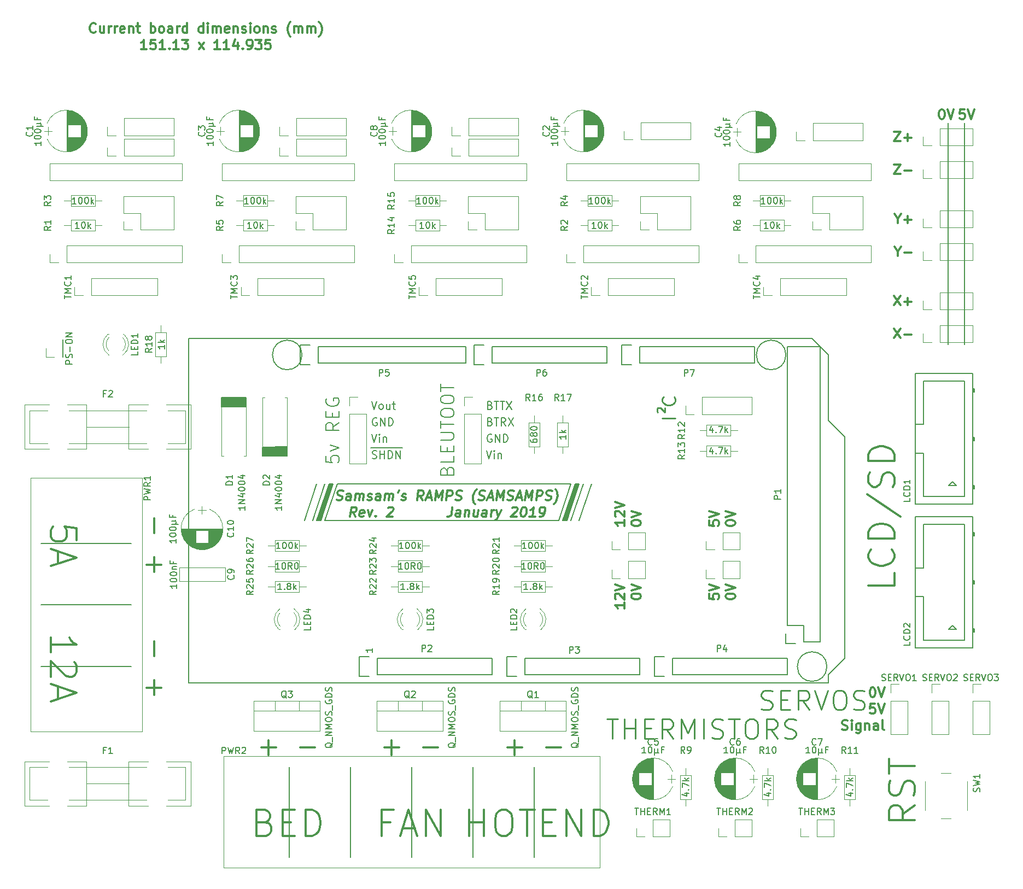
<source format=gbr>
G04 #@! TF.GenerationSoftware,KiCad,Pcbnew,(5.0.2)-1*
G04 #@! TF.CreationDate,2019-02-04T13:01:01-08:00*
G04 #@! TF.ProjectId,samsamps,73616d73-616d-4707-932e-6b696361645f,rev?*
G04 #@! TF.SameCoordinates,Original*
G04 #@! TF.FileFunction,Legend,Top*
G04 #@! TF.FilePolarity,Positive*
%FSLAX46Y46*%
G04 Gerber Fmt 4.6, Leading zero omitted, Abs format (unit mm)*
G04 Created by KiCad (PCBNEW (5.0.2)-1) date 2/4/2019 1:01:01 PM*
%MOMM*%
%LPD*%
G01*
G04 APERTURE LIST*
%ADD10C,0.150000*%
%ADD11C,0.300000*%
%ADD12C,0.250000*%
%ADD13C,0.200000*%
%ADD14C,0.120000*%
G04 APERTURE END LIST*
D10*
X123190000Y-90805000D02*
X121285000Y-96520000D01*
X124460000Y-90805000D02*
X122555000Y-96520000D01*
G36*
X125095000Y-90805000D02*
X125730000Y-90805000D01*
X123825000Y-96520000D01*
X123190000Y-96520000D01*
X125095000Y-90805000D01*
G37*
X125095000Y-90805000D02*
X125730000Y-90805000D01*
X123825000Y-96520000D01*
X123190000Y-96520000D01*
X125095000Y-90805000D01*
X163830000Y-96520000D02*
X165735000Y-90805000D01*
G36*
X163195000Y-90805000D02*
X163830000Y-90805000D01*
X161925000Y-96520000D01*
X161290000Y-96520000D01*
X163195000Y-90805000D01*
G37*
X163195000Y-90805000D02*
X163830000Y-90805000D01*
X161925000Y-96520000D01*
X161290000Y-96520000D01*
X163195000Y-90805000D01*
X162560000Y-96520000D02*
X164465000Y-90805000D01*
X162560000Y-90805000D02*
X126365000Y-90805000D01*
X160655000Y-96520000D02*
X162560000Y-90805000D01*
X124460000Y-96520000D02*
X160655000Y-96520000D01*
X126365000Y-90805000D02*
X124460000Y-96520000D01*
D11*
X126255714Y-93312142D02*
X126461071Y-93383571D01*
X126818214Y-93383571D01*
X126970000Y-93312142D01*
X127050357Y-93240714D01*
X127139642Y-93097857D01*
X127157500Y-92955000D01*
X127103928Y-92812142D01*
X127041428Y-92740714D01*
X126907500Y-92669285D01*
X126630714Y-92597857D01*
X126496785Y-92526428D01*
X126434285Y-92455000D01*
X126380714Y-92312142D01*
X126398571Y-92169285D01*
X126487857Y-92026428D01*
X126568214Y-91955000D01*
X126720000Y-91883571D01*
X127077142Y-91883571D01*
X127282500Y-91955000D01*
X128389642Y-93383571D02*
X128487857Y-92597857D01*
X128434285Y-92455000D01*
X128300357Y-92383571D01*
X128014642Y-92383571D01*
X127862857Y-92455000D01*
X128398571Y-93312142D02*
X128246785Y-93383571D01*
X127889642Y-93383571D01*
X127755714Y-93312142D01*
X127702142Y-93169285D01*
X127720000Y-93026428D01*
X127809285Y-92883571D01*
X127961071Y-92812142D01*
X128318214Y-92812142D01*
X128470000Y-92740714D01*
X129103928Y-93383571D02*
X129228928Y-92383571D01*
X129211071Y-92526428D02*
X129291428Y-92455000D01*
X129443214Y-92383571D01*
X129657500Y-92383571D01*
X129791428Y-92455000D01*
X129845000Y-92597857D01*
X129746785Y-93383571D01*
X129845000Y-92597857D02*
X129934285Y-92455000D01*
X130086071Y-92383571D01*
X130300357Y-92383571D01*
X130434285Y-92455000D01*
X130487857Y-92597857D01*
X130389642Y-93383571D01*
X131041428Y-93312142D02*
X131175357Y-93383571D01*
X131461071Y-93383571D01*
X131612857Y-93312142D01*
X131702142Y-93169285D01*
X131711071Y-93097857D01*
X131657500Y-92955000D01*
X131523571Y-92883571D01*
X131309285Y-92883571D01*
X131175357Y-92812142D01*
X131121785Y-92669285D01*
X131130714Y-92597857D01*
X131220000Y-92455000D01*
X131371785Y-92383571D01*
X131586071Y-92383571D01*
X131720000Y-92455000D01*
X132961071Y-93383571D02*
X133059285Y-92597857D01*
X133005714Y-92455000D01*
X132871785Y-92383571D01*
X132586071Y-92383571D01*
X132434285Y-92455000D01*
X132970000Y-93312142D02*
X132818214Y-93383571D01*
X132461071Y-93383571D01*
X132327142Y-93312142D01*
X132273571Y-93169285D01*
X132291428Y-93026428D01*
X132380714Y-92883571D01*
X132532500Y-92812142D01*
X132889642Y-92812142D01*
X133041428Y-92740714D01*
X133675357Y-93383571D02*
X133800357Y-92383571D01*
X133782500Y-92526428D02*
X133862857Y-92455000D01*
X134014642Y-92383571D01*
X134228928Y-92383571D01*
X134362857Y-92455000D01*
X134416428Y-92597857D01*
X134318214Y-93383571D01*
X134416428Y-92597857D02*
X134505714Y-92455000D01*
X134657500Y-92383571D01*
X134871785Y-92383571D01*
X135005714Y-92455000D01*
X135059285Y-92597857D01*
X134961071Y-93383571D01*
X135934285Y-91883571D02*
X135755714Y-92169285D01*
X136327142Y-93312142D02*
X136461071Y-93383571D01*
X136746785Y-93383571D01*
X136898571Y-93312142D01*
X136987857Y-93169285D01*
X136996785Y-93097857D01*
X136943214Y-92955000D01*
X136809285Y-92883571D01*
X136595000Y-92883571D01*
X136461071Y-92812142D01*
X136407500Y-92669285D01*
X136416428Y-92597857D01*
X136505714Y-92455000D01*
X136657500Y-92383571D01*
X136871785Y-92383571D01*
X137005714Y-92455000D01*
X139603928Y-93383571D02*
X139193214Y-92669285D01*
X138746785Y-93383571D02*
X138934285Y-91883571D01*
X139505714Y-91883571D01*
X139639642Y-91955000D01*
X139702142Y-92026428D01*
X139755714Y-92169285D01*
X139728928Y-92383571D01*
X139639642Y-92526428D01*
X139559285Y-92597857D01*
X139407500Y-92669285D01*
X138836071Y-92669285D01*
X140228928Y-92955000D02*
X140943214Y-92955000D01*
X140032500Y-93383571D02*
X140720000Y-91883571D01*
X141032500Y-93383571D01*
X141532500Y-93383571D02*
X141720000Y-91883571D01*
X142086071Y-92955000D01*
X142720000Y-91883571D01*
X142532500Y-93383571D01*
X143246785Y-93383571D02*
X143434285Y-91883571D01*
X144005714Y-91883571D01*
X144139642Y-91955000D01*
X144202142Y-92026428D01*
X144255714Y-92169285D01*
X144228928Y-92383571D01*
X144139642Y-92526428D01*
X144059285Y-92597857D01*
X143907500Y-92669285D01*
X143336071Y-92669285D01*
X144684285Y-93312142D02*
X144889642Y-93383571D01*
X145246785Y-93383571D01*
X145398571Y-93312142D01*
X145478928Y-93240714D01*
X145568214Y-93097857D01*
X145586071Y-92955000D01*
X145532500Y-92812142D01*
X145470000Y-92740714D01*
X145336071Y-92669285D01*
X145059285Y-92597857D01*
X144925357Y-92526428D01*
X144862857Y-92455000D01*
X144809285Y-92312142D01*
X144827142Y-92169285D01*
X144916428Y-92026428D01*
X144996785Y-91955000D01*
X145148571Y-91883571D01*
X145505714Y-91883571D01*
X145711071Y-91955000D01*
X147675357Y-93955000D02*
X147612857Y-93883571D01*
X147496785Y-93669285D01*
X147443214Y-93526428D01*
X147398571Y-93312142D01*
X147371785Y-92955000D01*
X147407500Y-92669285D01*
X147523571Y-92312142D01*
X147621785Y-92097857D01*
X147711071Y-91955000D01*
X147880714Y-91740714D01*
X147961071Y-91669285D01*
X148255714Y-93312142D02*
X148461071Y-93383571D01*
X148818214Y-93383571D01*
X148970000Y-93312142D01*
X149050357Y-93240714D01*
X149139642Y-93097857D01*
X149157500Y-92955000D01*
X149103928Y-92812142D01*
X149041428Y-92740714D01*
X148907500Y-92669285D01*
X148630714Y-92597857D01*
X148496785Y-92526428D01*
X148434285Y-92455000D01*
X148380714Y-92312142D01*
X148398571Y-92169285D01*
X148487857Y-92026428D01*
X148568214Y-91955000D01*
X148720000Y-91883571D01*
X149077142Y-91883571D01*
X149282500Y-91955000D01*
X149728928Y-92955000D02*
X150443214Y-92955000D01*
X149532500Y-93383571D02*
X150220000Y-91883571D01*
X150532500Y-93383571D01*
X151032500Y-93383571D02*
X151220000Y-91883571D01*
X151586071Y-92955000D01*
X152220000Y-91883571D01*
X152032500Y-93383571D01*
X152684285Y-93312142D02*
X152889642Y-93383571D01*
X153246785Y-93383571D01*
X153398571Y-93312142D01*
X153478928Y-93240714D01*
X153568214Y-93097857D01*
X153586071Y-92955000D01*
X153532500Y-92812142D01*
X153470000Y-92740714D01*
X153336071Y-92669285D01*
X153059285Y-92597857D01*
X152925357Y-92526428D01*
X152862857Y-92455000D01*
X152809285Y-92312142D01*
X152827142Y-92169285D01*
X152916428Y-92026428D01*
X152996785Y-91955000D01*
X153148571Y-91883571D01*
X153505714Y-91883571D01*
X153711071Y-91955000D01*
X154157500Y-92955000D02*
X154871785Y-92955000D01*
X153961071Y-93383571D02*
X154648571Y-91883571D01*
X154961071Y-93383571D01*
X155461071Y-93383571D02*
X155648571Y-91883571D01*
X156014642Y-92955000D01*
X156648571Y-91883571D01*
X156461071Y-93383571D01*
X157175357Y-93383571D02*
X157362857Y-91883571D01*
X157934285Y-91883571D01*
X158068214Y-91955000D01*
X158130714Y-92026428D01*
X158184285Y-92169285D01*
X158157500Y-92383571D01*
X158068214Y-92526428D01*
X157987857Y-92597857D01*
X157836071Y-92669285D01*
X157264642Y-92669285D01*
X158612857Y-93312142D02*
X158818214Y-93383571D01*
X159175357Y-93383571D01*
X159327142Y-93312142D01*
X159407500Y-93240714D01*
X159496785Y-93097857D01*
X159514642Y-92955000D01*
X159461071Y-92812142D01*
X159398571Y-92740714D01*
X159264642Y-92669285D01*
X158987857Y-92597857D01*
X158853928Y-92526428D01*
X158791428Y-92455000D01*
X158737857Y-92312142D01*
X158755714Y-92169285D01*
X158845000Y-92026428D01*
X158925357Y-91955000D01*
X159077142Y-91883571D01*
X159434285Y-91883571D01*
X159639642Y-91955000D01*
X159889642Y-93955000D02*
X159970000Y-93883571D01*
X160139642Y-93669285D01*
X160228928Y-93526428D01*
X160327142Y-93312142D01*
X160443214Y-92955000D01*
X160478928Y-92669285D01*
X160452142Y-92312142D01*
X160407500Y-92097857D01*
X160353928Y-91955000D01*
X160237857Y-91740714D01*
X160175357Y-91669285D01*
X129211071Y-95933571D02*
X128800357Y-95219285D01*
X128353928Y-95933571D02*
X128541428Y-94433571D01*
X129112857Y-94433571D01*
X129246785Y-94505000D01*
X129309285Y-94576428D01*
X129362857Y-94719285D01*
X129336071Y-94933571D01*
X129246785Y-95076428D01*
X129166428Y-95147857D01*
X129014642Y-95219285D01*
X128443214Y-95219285D01*
X130434285Y-95862142D02*
X130282499Y-95933571D01*
X129996785Y-95933571D01*
X129862857Y-95862142D01*
X129809285Y-95719285D01*
X129880714Y-95147857D01*
X129969999Y-95005000D01*
X130121785Y-94933571D01*
X130407499Y-94933571D01*
X130541428Y-95005000D01*
X130594999Y-95147857D01*
X130577142Y-95290714D01*
X129844999Y-95433571D01*
X131121785Y-94933571D02*
X131353928Y-95933571D01*
X131836071Y-94933571D01*
X132300357Y-95790714D02*
X132362857Y-95862142D01*
X132282499Y-95933571D01*
X132219999Y-95862142D01*
X132300357Y-95790714D01*
X132282499Y-95933571D01*
X134237857Y-94576428D02*
X134318214Y-94505000D01*
X134470000Y-94433571D01*
X134827142Y-94433571D01*
X134961071Y-94505000D01*
X135023571Y-94576428D01*
X135077142Y-94719285D01*
X135059285Y-94862142D01*
X134961071Y-95076428D01*
X133996785Y-95933571D01*
X134925357Y-95933571D01*
X144184285Y-94433571D02*
X144050357Y-95505000D01*
X143952142Y-95719285D01*
X143791428Y-95862142D01*
X143568214Y-95933571D01*
X143425357Y-95933571D01*
X145353928Y-95933571D02*
X145452142Y-95147857D01*
X145398571Y-95005000D01*
X145264642Y-94933571D01*
X144978928Y-94933571D01*
X144827142Y-95005000D01*
X145362857Y-95862142D02*
X145211071Y-95933571D01*
X144853928Y-95933571D01*
X144720000Y-95862142D01*
X144666428Y-95719285D01*
X144684285Y-95576428D01*
X144773571Y-95433571D01*
X144925357Y-95362142D01*
X145282500Y-95362142D01*
X145434285Y-95290714D01*
X146193214Y-94933571D02*
X146068214Y-95933571D01*
X146175357Y-95076428D02*
X146255714Y-95005000D01*
X146407500Y-94933571D01*
X146621785Y-94933571D01*
X146755714Y-95005000D01*
X146809285Y-95147857D01*
X146711071Y-95933571D01*
X148193214Y-94933571D02*
X148068214Y-95933571D01*
X147550357Y-94933571D02*
X147452142Y-95719285D01*
X147505714Y-95862142D01*
X147639642Y-95933571D01*
X147853928Y-95933571D01*
X148005714Y-95862142D01*
X148086071Y-95790714D01*
X149425357Y-95933571D02*
X149523571Y-95147857D01*
X149470000Y-95005000D01*
X149336071Y-94933571D01*
X149050357Y-94933571D01*
X148898571Y-95005000D01*
X149434285Y-95862142D02*
X149282500Y-95933571D01*
X148925357Y-95933571D01*
X148791428Y-95862142D01*
X148737857Y-95719285D01*
X148755714Y-95576428D01*
X148845000Y-95433571D01*
X148996785Y-95362142D01*
X149353928Y-95362142D01*
X149505714Y-95290714D01*
X150139642Y-95933571D02*
X150264642Y-94933571D01*
X150228928Y-95219285D02*
X150318214Y-95076428D01*
X150398571Y-95005000D01*
X150550357Y-94933571D01*
X150693214Y-94933571D01*
X151050357Y-94933571D02*
X151282500Y-95933571D01*
X151764642Y-94933571D02*
X151282500Y-95933571D01*
X151095000Y-96290714D01*
X151014642Y-96362142D01*
X150862857Y-96433571D01*
X153452142Y-94576428D02*
X153532500Y-94505000D01*
X153684285Y-94433571D01*
X154041428Y-94433571D01*
X154175357Y-94505000D01*
X154237857Y-94576428D01*
X154291428Y-94719285D01*
X154273571Y-94862142D01*
X154175357Y-95076428D01*
X153211071Y-95933571D01*
X154139642Y-95933571D01*
X155255714Y-94433571D02*
X155398571Y-94433571D01*
X155532500Y-94505000D01*
X155595000Y-94576428D01*
X155648571Y-94719285D01*
X155684285Y-95005000D01*
X155639642Y-95362142D01*
X155532500Y-95647857D01*
X155443214Y-95790714D01*
X155362857Y-95862142D01*
X155211071Y-95933571D01*
X155068214Y-95933571D01*
X154934285Y-95862142D01*
X154871785Y-95790714D01*
X154818214Y-95647857D01*
X154782500Y-95362142D01*
X154827142Y-95005000D01*
X154934285Y-94719285D01*
X155023571Y-94576428D01*
X155103928Y-94505000D01*
X155255714Y-94433571D01*
X156996785Y-95933571D02*
X156139642Y-95933571D01*
X156568214Y-95933571D02*
X156755714Y-94433571D01*
X156586071Y-94647857D01*
X156425357Y-94790714D01*
X156273571Y-94862142D01*
X157711071Y-95933571D02*
X157996785Y-95933571D01*
X158148571Y-95862142D01*
X158228928Y-95790714D01*
X158398571Y-95576428D01*
X158505714Y-95290714D01*
X158577142Y-94719285D01*
X158523571Y-94576428D01*
X158461071Y-94505000D01*
X158327142Y-94433571D01*
X158041428Y-94433571D01*
X157889642Y-94505000D01*
X157809285Y-94576428D01*
X157720000Y-94719285D01*
X157675357Y-95076428D01*
X157728928Y-95219285D01*
X157791428Y-95290714D01*
X157925357Y-95362142D01*
X158211071Y-95362142D01*
X158362857Y-95290714D01*
X158443214Y-95219285D01*
X158532500Y-95076428D01*
X212629523Y-104646904D02*
X212629523Y-106551666D01*
X208629523Y-106551666D01*
X212248571Y-101027857D02*
X212439047Y-101218333D01*
X212629523Y-101789761D01*
X212629523Y-102170714D01*
X212439047Y-102742142D01*
X212058095Y-103123095D01*
X211677142Y-103313571D01*
X210915238Y-103504047D01*
X210343809Y-103504047D01*
X209581904Y-103313571D01*
X209200952Y-103123095D01*
X208820000Y-102742142D01*
X208629523Y-102170714D01*
X208629523Y-101789761D01*
X208820000Y-101218333D01*
X209010476Y-101027857D01*
X212629523Y-99313571D02*
X208629523Y-99313571D01*
X208629523Y-98361190D01*
X208820000Y-97789761D01*
X209200952Y-97408809D01*
X209581904Y-97218333D01*
X210343809Y-97027857D01*
X210915238Y-97027857D01*
X211677142Y-97218333D01*
X212058095Y-97408809D01*
X212439047Y-97789761D01*
X212629523Y-98361190D01*
X212629523Y-99313571D01*
X208439047Y-92456428D02*
X213581904Y-95885000D01*
X212439047Y-91313571D02*
X212629523Y-90742142D01*
X212629523Y-89789761D01*
X212439047Y-89408809D01*
X212248571Y-89218333D01*
X211867619Y-89027857D01*
X211486666Y-89027857D01*
X211105714Y-89218333D01*
X210915238Y-89408809D01*
X210724761Y-89789761D01*
X210534285Y-90551666D01*
X210343809Y-90932619D01*
X210153333Y-91123095D01*
X209772380Y-91313571D01*
X209391428Y-91313571D01*
X209010476Y-91123095D01*
X208820000Y-90932619D01*
X208629523Y-90551666D01*
X208629523Y-89599285D01*
X208820000Y-89027857D01*
X212629523Y-87313571D02*
X208629523Y-87313571D01*
X208629523Y-86361190D01*
X208820000Y-85789761D01*
X209200952Y-85408809D01*
X209581904Y-85218333D01*
X210343809Y-85027857D01*
X210915238Y-85027857D01*
X211677142Y-85218333D01*
X212058095Y-85408809D01*
X212439047Y-85789761D01*
X212629523Y-86361190D01*
X212629523Y-87313571D01*
X88973571Y-20850714D02*
X88902142Y-20922142D01*
X88687857Y-20993571D01*
X88545000Y-20993571D01*
X88330714Y-20922142D01*
X88187857Y-20779285D01*
X88116428Y-20636428D01*
X88045000Y-20350714D01*
X88045000Y-20136428D01*
X88116428Y-19850714D01*
X88187857Y-19707857D01*
X88330714Y-19565000D01*
X88545000Y-19493571D01*
X88687857Y-19493571D01*
X88902142Y-19565000D01*
X88973571Y-19636428D01*
X90259285Y-19993571D02*
X90259285Y-20993571D01*
X89616428Y-19993571D02*
X89616428Y-20779285D01*
X89687857Y-20922142D01*
X89830714Y-20993571D01*
X90045000Y-20993571D01*
X90187857Y-20922142D01*
X90259285Y-20850714D01*
X90973571Y-20993571D02*
X90973571Y-19993571D01*
X90973571Y-20279285D02*
X91045000Y-20136428D01*
X91116428Y-20065000D01*
X91259285Y-19993571D01*
X91402142Y-19993571D01*
X91902142Y-20993571D02*
X91902142Y-19993571D01*
X91902142Y-20279285D02*
X91973571Y-20136428D01*
X92045000Y-20065000D01*
X92187857Y-19993571D01*
X92330714Y-19993571D01*
X93402142Y-20922142D02*
X93259285Y-20993571D01*
X92973571Y-20993571D01*
X92830714Y-20922142D01*
X92759285Y-20779285D01*
X92759285Y-20207857D01*
X92830714Y-20065000D01*
X92973571Y-19993571D01*
X93259285Y-19993571D01*
X93402142Y-20065000D01*
X93473571Y-20207857D01*
X93473571Y-20350714D01*
X92759285Y-20493571D01*
X94116428Y-19993571D02*
X94116428Y-20993571D01*
X94116428Y-20136428D02*
X94187857Y-20065000D01*
X94330714Y-19993571D01*
X94545000Y-19993571D01*
X94687857Y-20065000D01*
X94759285Y-20207857D01*
X94759285Y-20993571D01*
X95259285Y-19993571D02*
X95830714Y-19993571D01*
X95473571Y-19493571D02*
X95473571Y-20779285D01*
X95545000Y-20922142D01*
X95687857Y-20993571D01*
X95830714Y-20993571D01*
X97473571Y-20993571D02*
X97473571Y-19493571D01*
X97473571Y-20065000D02*
X97616428Y-19993571D01*
X97902142Y-19993571D01*
X98045000Y-20065000D01*
X98116428Y-20136428D01*
X98187857Y-20279285D01*
X98187857Y-20707857D01*
X98116428Y-20850714D01*
X98045000Y-20922142D01*
X97902142Y-20993571D01*
X97616428Y-20993571D01*
X97473571Y-20922142D01*
X99045000Y-20993571D02*
X98902142Y-20922142D01*
X98830714Y-20850714D01*
X98759285Y-20707857D01*
X98759285Y-20279285D01*
X98830714Y-20136428D01*
X98902142Y-20065000D01*
X99045000Y-19993571D01*
X99259285Y-19993571D01*
X99402142Y-20065000D01*
X99473571Y-20136428D01*
X99545000Y-20279285D01*
X99545000Y-20707857D01*
X99473571Y-20850714D01*
X99402142Y-20922142D01*
X99259285Y-20993571D01*
X99045000Y-20993571D01*
X100830714Y-20993571D02*
X100830714Y-20207857D01*
X100759285Y-20065000D01*
X100616428Y-19993571D01*
X100330714Y-19993571D01*
X100187857Y-20065000D01*
X100830714Y-20922142D02*
X100687857Y-20993571D01*
X100330714Y-20993571D01*
X100187857Y-20922142D01*
X100116428Y-20779285D01*
X100116428Y-20636428D01*
X100187857Y-20493571D01*
X100330714Y-20422142D01*
X100687857Y-20422142D01*
X100830714Y-20350714D01*
X101545000Y-20993571D02*
X101545000Y-19993571D01*
X101545000Y-20279285D02*
X101616428Y-20136428D01*
X101687857Y-20065000D01*
X101830714Y-19993571D01*
X101973571Y-19993571D01*
X103116428Y-20993571D02*
X103116428Y-19493571D01*
X103116428Y-20922142D02*
X102973571Y-20993571D01*
X102687857Y-20993571D01*
X102545000Y-20922142D01*
X102473571Y-20850714D01*
X102402142Y-20707857D01*
X102402142Y-20279285D01*
X102473571Y-20136428D01*
X102545000Y-20065000D01*
X102687857Y-19993571D01*
X102973571Y-19993571D01*
X103116428Y-20065000D01*
X105616428Y-20993571D02*
X105616428Y-19493571D01*
X105616428Y-20922142D02*
X105473571Y-20993571D01*
X105187857Y-20993571D01*
X105045000Y-20922142D01*
X104973571Y-20850714D01*
X104902142Y-20707857D01*
X104902142Y-20279285D01*
X104973571Y-20136428D01*
X105045000Y-20065000D01*
X105187857Y-19993571D01*
X105473571Y-19993571D01*
X105616428Y-20065000D01*
X106330714Y-20993571D02*
X106330714Y-19993571D01*
X106330714Y-19493571D02*
X106259285Y-19565000D01*
X106330714Y-19636428D01*
X106402142Y-19565000D01*
X106330714Y-19493571D01*
X106330714Y-19636428D01*
X107045000Y-20993571D02*
X107045000Y-19993571D01*
X107045000Y-20136428D02*
X107116428Y-20065000D01*
X107259285Y-19993571D01*
X107473571Y-19993571D01*
X107616428Y-20065000D01*
X107687857Y-20207857D01*
X107687857Y-20993571D01*
X107687857Y-20207857D02*
X107759285Y-20065000D01*
X107902142Y-19993571D01*
X108116428Y-19993571D01*
X108259285Y-20065000D01*
X108330714Y-20207857D01*
X108330714Y-20993571D01*
X109616428Y-20922142D02*
X109473571Y-20993571D01*
X109187857Y-20993571D01*
X109045000Y-20922142D01*
X108973571Y-20779285D01*
X108973571Y-20207857D01*
X109045000Y-20065000D01*
X109187857Y-19993571D01*
X109473571Y-19993571D01*
X109616428Y-20065000D01*
X109687857Y-20207857D01*
X109687857Y-20350714D01*
X108973571Y-20493571D01*
X110330714Y-19993571D02*
X110330714Y-20993571D01*
X110330714Y-20136428D02*
X110402142Y-20065000D01*
X110545000Y-19993571D01*
X110759285Y-19993571D01*
X110902142Y-20065000D01*
X110973571Y-20207857D01*
X110973571Y-20993571D01*
X111616428Y-20922142D02*
X111759285Y-20993571D01*
X112045000Y-20993571D01*
X112187857Y-20922142D01*
X112259285Y-20779285D01*
X112259285Y-20707857D01*
X112187857Y-20565000D01*
X112045000Y-20493571D01*
X111830714Y-20493571D01*
X111687857Y-20422142D01*
X111616428Y-20279285D01*
X111616428Y-20207857D01*
X111687857Y-20065000D01*
X111830714Y-19993571D01*
X112045000Y-19993571D01*
X112187857Y-20065000D01*
X112902142Y-20993571D02*
X112902142Y-19993571D01*
X112902142Y-19493571D02*
X112830714Y-19565000D01*
X112902142Y-19636428D01*
X112973571Y-19565000D01*
X112902142Y-19493571D01*
X112902142Y-19636428D01*
X113830714Y-20993571D02*
X113687857Y-20922142D01*
X113616428Y-20850714D01*
X113545000Y-20707857D01*
X113545000Y-20279285D01*
X113616428Y-20136428D01*
X113687857Y-20065000D01*
X113830714Y-19993571D01*
X114045000Y-19993571D01*
X114187857Y-20065000D01*
X114259285Y-20136428D01*
X114330714Y-20279285D01*
X114330714Y-20707857D01*
X114259285Y-20850714D01*
X114187857Y-20922142D01*
X114045000Y-20993571D01*
X113830714Y-20993571D01*
X114973571Y-19993571D02*
X114973571Y-20993571D01*
X114973571Y-20136428D02*
X115045000Y-20065000D01*
X115187857Y-19993571D01*
X115402142Y-19993571D01*
X115545000Y-20065000D01*
X115616428Y-20207857D01*
X115616428Y-20993571D01*
X116259285Y-20922142D02*
X116402142Y-20993571D01*
X116687857Y-20993571D01*
X116830714Y-20922142D01*
X116902142Y-20779285D01*
X116902142Y-20707857D01*
X116830714Y-20565000D01*
X116687857Y-20493571D01*
X116473571Y-20493571D01*
X116330714Y-20422142D01*
X116259285Y-20279285D01*
X116259285Y-20207857D01*
X116330714Y-20065000D01*
X116473571Y-19993571D01*
X116687857Y-19993571D01*
X116830714Y-20065000D01*
X119116428Y-21565000D02*
X119045000Y-21493571D01*
X118902142Y-21279285D01*
X118830714Y-21136428D01*
X118759285Y-20922142D01*
X118687857Y-20565000D01*
X118687857Y-20279285D01*
X118759285Y-19922142D01*
X118830714Y-19707857D01*
X118902142Y-19565000D01*
X119045000Y-19350714D01*
X119116428Y-19279285D01*
X119687857Y-20993571D02*
X119687857Y-19993571D01*
X119687857Y-20136428D02*
X119759285Y-20065000D01*
X119902142Y-19993571D01*
X120116428Y-19993571D01*
X120259285Y-20065000D01*
X120330714Y-20207857D01*
X120330714Y-20993571D01*
X120330714Y-20207857D02*
X120402142Y-20065000D01*
X120545000Y-19993571D01*
X120759285Y-19993571D01*
X120902142Y-20065000D01*
X120973571Y-20207857D01*
X120973571Y-20993571D01*
X121687857Y-20993571D02*
X121687857Y-19993571D01*
X121687857Y-20136428D02*
X121759285Y-20065000D01*
X121902142Y-19993571D01*
X122116428Y-19993571D01*
X122259285Y-20065000D01*
X122330714Y-20207857D01*
X122330714Y-20993571D01*
X122330714Y-20207857D02*
X122402142Y-20065000D01*
X122545000Y-19993571D01*
X122759285Y-19993571D01*
X122902142Y-20065000D01*
X122973571Y-20207857D01*
X122973571Y-20993571D01*
X123545000Y-21565000D02*
X123616428Y-21493571D01*
X123759285Y-21279285D01*
X123830714Y-21136428D01*
X123902142Y-20922142D01*
X123973571Y-20565000D01*
X123973571Y-20279285D01*
X123902142Y-19922142D01*
X123830714Y-19707857D01*
X123759285Y-19565000D01*
X123616428Y-19350714D01*
X123545000Y-19279285D01*
X96866428Y-23543571D02*
X96009285Y-23543571D01*
X96437857Y-23543571D02*
X96437857Y-22043571D01*
X96295000Y-22257857D01*
X96152142Y-22400714D01*
X96009285Y-22472142D01*
X98223571Y-22043571D02*
X97509285Y-22043571D01*
X97437857Y-22757857D01*
X97509285Y-22686428D01*
X97652142Y-22615000D01*
X98009285Y-22615000D01*
X98152142Y-22686428D01*
X98223571Y-22757857D01*
X98295000Y-22900714D01*
X98295000Y-23257857D01*
X98223571Y-23400714D01*
X98152142Y-23472142D01*
X98009285Y-23543571D01*
X97652142Y-23543571D01*
X97509285Y-23472142D01*
X97437857Y-23400714D01*
X99723571Y-23543571D02*
X98866428Y-23543571D01*
X99295000Y-23543571D02*
X99295000Y-22043571D01*
X99152142Y-22257857D01*
X99009285Y-22400714D01*
X98866428Y-22472142D01*
X100366428Y-23400714D02*
X100437857Y-23472142D01*
X100366428Y-23543571D01*
X100295000Y-23472142D01*
X100366428Y-23400714D01*
X100366428Y-23543571D01*
X101866428Y-23543571D02*
X101009285Y-23543571D01*
X101437857Y-23543571D02*
X101437857Y-22043571D01*
X101295000Y-22257857D01*
X101152142Y-22400714D01*
X101009285Y-22472142D01*
X102366428Y-22043571D02*
X103295000Y-22043571D01*
X102795000Y-22615000D01*
X103009285Y-22615000D01*
X103152142Y-22686428D01*
X103223571Y-22757857D01*
X103295000Y-22900714D01*
X103295000Y-23257857D01*
X103223571Y-23400714D01*
X103152142Y-23472142D01*
X103009285Y-23543571D01*
X102580714Y-23543571D01*
X102437857Y-23472142D01*
X102366428Y-23400714D01*
X104937857Y-23543571D02*
X105723571Y-22543571D01*
X104937857Y-22543571D02*
X105723571Y-23543571D01*
X108223571Y-23543571D02*
X107366428Y-23543571D01*
X107795000Y-23543571D02*
X107795000Y-22043571D01*
X107652142Y-22257857D01*
X107509285Y-22400714D01*
X107366428Y-22472142D01*
X109652142Y-23543571D02*
X108795000Y-23543571D01*
X109223571Y-23543571D02*
X109223571Y-22043571D01*
X109080714Y-22257857D01*
X108937857Y-22400714D01*
X108795000Y-22472142D01*
X110937857Y-22543571D02*
X110937857Y-23543571D01*
X110580714Y-21972142D02*
X110223571Y-23043571D01*
X111152142Y-23043571D01*
X111723571Y-23400714D02*
X111795000Y-23472142D01*
X111723571Y-23543571D01*
X111652142Y-23472142D01*
X111723571Y-23400714D01*
X111723571Y-23543571D01*
X112509285Y-23543571D02*
X112795000Y-23543571D01*
X112937857Y-23472142D01*
X113009285Y-23400714D01*
X113152142Y-23186428D01*
X113223571Y-22900714D01*
X113223571Y-22329285D01*
X113152142Y-22186428D01*
X113080714Y-22115000D01*
X112937857Y-22043571D01*
X112652142Y-22043571D01*
X112509285Y-22115000D01*
X112437857Y-22186428D01*
X112366428Y-22329285D01*
X112366428Y-22686428D01*
X112437857Y-22829285D01*
X112509285Y-22900714D01*
X112652142Y-22972142D01*
X112937857Y-22972142D01*
X113080714Y-22900714D01*
X113152142Y-22829285D01*
X113223571Y-22686428D01*
X113723571Y-22043571D02*
X114652142Y-22043571D01*
X114152142Y-22615000D01*
X114366428Y-22615000D01*
X114509285Y-22686428D01*
X114580714Y-22757857D01*
X114652142Y-22900714D01*
X114652142Y-23257857D01*
X114580714Y-23400714D01*
X114509285Y-23472142D01*
X114366428Y-23543571D01*
X113937857Y-23543571D01*
X113795000Y-23472142D01*
X113723571Y-23400714D01*
X116009285Y-22043571D02*
X115295000Y-22043571D01*
X115223571Y-22757857D01*
X115295000Y-22686428D01*
X115437857Y-22615000D01*
X115795000Y-22615000D01*
X115937857Y-22686428D01*
X116009285Y-22757857D01*
X116080714Y-22900714D01*
X116080714Y-23257857D01*
X116009285Y-23400714D01*
X115937857Y-23472142D01*
X115795000Y-23543571D01*
X115437857Y-23543571D01*
X115295000Y-23472142D01*
X115223571Y-23400714D01*
D12*
X192025000Y-125674285D02*
X192453571Y-125817142D01*
X193167857Y-125817142D01*
X193453571Y-125674285D01*
X193596428Y-125531428D01*
X193739285Y-125245714D01*
X193739285Y-124960000D01*
X193596428Y-124674285D01*
X193453571Y-124531428D01*
X193167857Y-124388571D01*
X192596428Y-124245714D01*
X192310714Y-124102857D01*
X192167857Y-123960000D01*
X192025000Y-123674285D01*
X192025000Y-123388571D01*
X192167857Y-123102857D01*
X192310714Y-122960000D01*
X192596428Y-122817142D01*
X193310714Y-122817142D01*
X193739285Y-122960000D01*
X195025000Y-124245714D02*
X196025000Y-124245714D01*
X196453571Y-125817142D02*
X195025000Y-125817142D01*
X195025000Y-122817142D01*
X196453571Y-122817142D01*
X199453571Y-125817142D02*
X198453571Y-124388571D01*
X197739285Y-125817142D02*
X197739285Y-122817142D01*
X198882142Y-122817142D01*
X199167857Y-122960000D01*
X199310714Y-123102857D01*
X199453571Y-123388571D01*
X199453571Y-123817142D01*
X199310714Y-124102857D01*
X199167857Y-124245714D01*
X198882142Y-124388571D01*
X197739285Y-124388571D01*
X200310714Y-122817142D02*
X201310714Y-125817142D01*
X202310714Y-122817142D01*
X203882142Y-122817142D02*
X204453571Y-122817142D01*
X204739285Y-122960000D01*
X205025000Y-123245714D01*
X205167857Y-123817142D01*
X205167857Y-124817142D01*
X205025000Y-125388571D01*
X204739285Y-125674285D01*
X204453571Y-125817142D01*
X203882142Y-125817142D01*
X203596428Y-125674285D01*
X203310714Y-125388571D01*
X203167857Y-124817142D01*
X203167857Y-123817142D01*
X203310714Y-123245714D01*
X203596428Y-122960000D01*
X203882142Y-122817142D01*
X206310714Y-125674285D02*
X206739285Y-125817142D01*
X207453571Y-125817142D01*
X207739285Y-125674285D01*
X207882142Y-125531428D01*
X208025000Y-125245714D01*
X208025000Y-124960000D01*
X207882142Y-124674285D01*
X207739285Y-124531428D01*
X207453571Y-124388571D01*
X206882142Y-124245714D01*
X206596428Y-124102857D01*
X206453571Y-123960000D01*
X206310714Y-123674285D01*
X206310714Y-123388571D01*
X206453571Y-123102857D01*
X206596428Y-122960000D01*
X206882142Y-122817142D01*
X207596428Y-122817142D01*
X208025000Y-122960000D01*
D11*
X183963571Y-96523571D02*
X183963571Y-97237857D01*
X184677857Y-97309285D01*
X184606428Y-97237857D01*
X184535000Y-97095000D01*
X184535000Y-96737857D01*
X184606428Y-96595000D01*
X184677857Y-96523571D01*
X184820714Y-96452142D01*
X185177857Y-96452142D01*
X185320714Y-96523571D01*
X185392142Y-96595000D01*
X185463571Y-96737857D01*
X185463571Y-97095000D01*
X185392142Y-97237857D01*
X185320714Y-97309285D01*
X183963571Y-96023571D02*
X185463571Y-95523571D01*
X183963571Y-95023571D01*
X186503571Y-96952142D02*
X186503571Y-96809285D01*
X186575000Y-96666428D01*
X186646428Y-96595000D01*
X186789285Y-96523571D01*
X187075000Y-96452142D01*
X187432142Y-96452142D01*
X187717857Y-96523571D01*
X187860714Y-96595000D01*
X187932142Y-96666428D01*
X188003571Y-96809285D01*
X188003571Y-96952142D01*
X187932142Y-97095000D01*
X187860714Y-97166428D01*
X187717857Y-97237857D01*
X187432142Y-97309285D01*
X187075000Y-97309285D01*
X186789285Y-97237857D01*
X186646428Y-97166428D01*
X186575000Y-97095000D01*
X186503571Y-96952142D01*
X186503571Y-96023571D02*
X188003571Y-95523571D01*
X186503571Y-95023571D01*
X186503571Y-108311428D02*
X186503571Y-108168571D01*
X186575000Y-108025714D01*
X186646428Y-107954285D01*
X186789285Y-107882857D01*
X187075000Y-107811428D01*
X187432142Y-107811428D01*
X187717857Y-107882857D01*
X187860714Y-107954285D01*
X187932142Y-108025714D01*
X188003571Y-108168571D01*
X188003571Y-108311428D01*
X187932142Y-108454285D01*
X187860714Y-108525714D01*
X187717857Y-108597142D01*
X187432142Y-108668571D01*
X187075000Y-108668571D01*
X186789285Y-108597142D01*
X186646428Y-108525714D01*
X186575000Y-108454285D01*
X186503571Y-108311428D01*
X186503571Y-107382857D02*
X188003571Y-106882857D01*
X186503571Y-106382857D01*
X183963571Y-107882857D02*
X183963571Y-108597142D01*
X184677857Y-108668571D01*
X184606428Y-108597142D01*
X184535000Y-108454285D01*
X184535000Y-108097142D01*
X184606428Y-107954285D01*
X184677857Y-107882857D01*
X184820714Y-107811428D01*
X185177857Y-107811428D01*
X185320714Y-107882857D01*
X185392142Y-107954285D01*
X185463571Y-108097142D01*
X185463571Y-108454285D01*
X185392142Y-108597142D01*
X185320714Y-108668571D01*
X183963571Y-107382857D02*
X185463571Y-106882857D01*
X183963571Y-106382857D01*
X171898571Y-108311428D02*
X171898571Y-108168571D01*
X171970000Y-108025714D01*
X172041428Y-107954285D01*
X172184285Y-107882857D01*
X172470000Y-107811428D01*
X172827142Y-107811428D01*
X173112857Y-107882857D01*
X173255714Y-107954285D01*
X173327142Y-108025714D01*
X173398571Y-108168571D01*
X173398571Y-108311428D01*
X173327142Y-108454285D01*
X173255714Y-108525714D01*
X173112857Y-108597142D01*
X172827142Y-108668571D01*
X172470000Y-108668571D01*
X172184285Y-108597142D01*
X172041428Y-108525714D01*
X171970000Y-108454285D01*
X171898571Y-108311428D01*
X171898571Y-107382857D02*
X173398571Y-106882857D01*
X171898571Y-106382857D01*
X170858571Y-109240000D02*
X170858571Y-110097142D01*
X170858571Y-109668571D02*
X169358571Y-109668571D01*
X169572857Y-109811428D01*
X169715714Y-109954285D01*
X169787142Y-110097142D01*
X169501428Y-108668571D02*
X169430000Y-108597142D01*
X169358571Y-108454285D01*
X169358571Y-108097142D01*
X169430000Y-107954285D01*
X169501428Y-107882857D01*
X169644285Y-107811428D01*
X169787142Y-107811428D01*
X170001428Y-107882857D01*
X170858571Y-108740000D01*
X170858571Y-107811428D01*
X169358571Y-107382857D02*
X170858571Y-106882857D01*
X169358571Y-106382857D01*
X170858571Y-96452142D02*
X170858571Y-97309285D01*
X170858571Y-96880714D02*
X169358571Y-96880714D01*
X169572857Y-97023571D01*
X169715714Y-97166428D01*
X169787142Y-97309285D01*
X169501428Y-95880714D02*
X169430000Y-95809285D01*
X169358571Y-95666428D01*
X169358571Y-95309285D01*
X169430000Y-95166428D01*
X169501428Y-95095000D01*
X169644285Y-95023571D01*
X169787142Y-95023571D01*
X170001428Y-95095000D01*
X170858571Y-95952142D01*
X170858571Y-95023571D01*
X169358571Y-94595000D02*
X170858571Y-94095000D01*
X169358571Y-93595000D01*
X171898571Y-96952142D02*
X171898571Y-96809285D01*
X171970000Y-96666428D01*
X172041428Y-96595000D01*
X172184285Y-96523571D01*
X172470000Y-96452142D01*
X172827142Y-96452142D01*
X173112857Y-96523571D01*
X173255714Y-96595000D01*
X173327142Y-96666428D01*
X173398571Y-96809285D01*
X173398571Y-96952142D01*
X173327142Y-97095000D01*
X173255714Y-97166428D01*
X173112857Y-97237857D01*
X172827142Y-97309285D01*
X172470000Y-97309285D01*
X172184285Y-97237857D01*
X172041428Y-97166428D01*
X171970000Y-97095000D01*
X171898571Y-96952142D01*
X171898571Y-96023571D02*
X173398571Y-95523571D01*
X171898571Y-95023571D01*
X204545714Y-128877142D02*
X204760000Y-128948571D01*
X205117142Y-128948571D01*
X205260000Y-128877142D01*
X205331428Y-128805714D01*
X205402857Y-128662857D01*
X205402857Y-128520000D01*
X205331428Y-128377142D01*
X205260000Y-128305714D01*
X205117142Y-128234285D01*
X204831428Y-128162857D01*
X204688571Y-128091428D01*
X204617142Y-128020000D01*
X204545714Y-127877142D01*
X204545714Y-127734285D01*
X204617142Y-127591428D01*
X204688571Y-127520000D01*
X204831428Y-127448571D01*
X205188571Y-127448571D01*
X205402857Y-127520000D01*
X206045714Y-128948571D02*
X206045714Y-127948571D01*
X206045714Y-127448571D02*
X205974285Y-127520000D01*
X206045714Y-127591428D01*
X206117142Y-127520000D01*
X206045714Y-127448571D01*
X206045714Y-127591428D01*
X207402857Y-127948571D02*
X207402857Y-129162857D01*
X207331428Y-129305714D01*
X207260000Y-129377142D01*
X207117142Y-129448571D01*
X206902857Y-129448571D01*
X206760000Y-129377142D01*
X207402857Y-128877142D02*
X207260000Y-128948571D01*
X206974285Y-128948571D01*
X206831428Y-128877142D01*
X206760000Y-128805714D01*
X206688571Y-128662857D01*
X206688571Y-128234285D01*
X206760000Y-128091428D01*
X206831428Y-128020000D01*
X206974285Y-127948571D01*
X207260000Y-127948571D01*
X207402857Y-128020000D01*
X208117142Y-127948571D02*
X208117142Y-128948571D01*
X208117142Y-128091428D02*
X208188571Y-128020000D01*
X208331428Y-127948571D01*
X208545714Y-127948571D01*
X208688571Y-128020000D01*
X208760000Y-128162857D01*
X208760000Y-128948571D01*
X210117142Y-128948571D02*
X210117142Y-128162857D01*
X210045714Y-128020000D01*
X209902857Y-127948571D01*
X209617142Y-127948571D01*
X209474285Y-128020000D01*
X210117142Y-128877142D02*
X209974285Y-128948571D01*
X209617142Y-128948571D01*
X209474285Y-128877142D01*
X209402857Y-128734285D01*
X209402857Y-128591428D01*
X209474285Y-128448571D01*
X209617142Y-128377142D01*
X209974285Y-128377142D01*
X210117142Y-128305714D01*
X211045714Y-128948571D02*
X210902857Y-128877142D01*
X210831428Y-128734285D01*
X210831428Y-127448571D01*
X209617142Y-124908571D02*
X208902857Y-124908571D01*
X208831428Y-125622857D01*
X208902857Y-125551428D01*
X209045714Y-125480000D01*
X209402857Y-125480000D01*
X209545714Y-125551428D01*
X209617142Y-125622857D01*
X209688571Y-125765714D01*
X209688571Y-126122857D01*
X209617142Y-126265714D01*
X209545714Y-126337142D01*
X209402857Y-126408571D01*
X209045714Y-126408571D01*
X208902857Y-126337142D01*
X208831428Y-126265714D01*
X210117142Y-124908571D02*
X210617142Y-126408571D01*
X211117142Y-124908571D01*
X209188571Y-122368571D02*
X209331428Y-122368571D01*
X209474285Y-122440000D01*
X209545714Y-122511428D01*
X209617142Y-122654285D01*
X209688571Y-122940000D01*
X209688571Y-123297142D01*
X209617142Y-123582857D01*
X209545714Y-123725714D01*
X209474285Y-123797142D01*
X209331428Y-123868571D01*
X209188571Y-123868571D01*
X209045714Y-123797142D01*
X208974285Y-123725714D01*
X208902857Y-123582857D01*
X208831428Y-123297142D01*
X208831428Y-122940000D01*
X208902857Y-122654285D01*
X208974285Y-122511428D01*
X209045714Y-122440000D01*
X209188571Y-122368571D01*
X210117142Y-122368571D02*
X210617142Y-123868571D01*
X211117142Y-122368571D01*
X215804523Y-140620476D02*
X213899761Y-141953809D01*
X215804523Y-142906190D02*
X211804523Y-142906190D01*
X211804523Y-141382380D01*
X211995000Y-141001428D01*
X212185476Y-140810952D01*
X212566428Y-140620476D01*
X213137857Y-140620476D01*
X213518809Y-140810952D01*
X213709285Y-141001428D01*
X213899761Y-141382380D01*
X213899761Y-142906190D01*
X215614047Y-139096666D02*
X215804523Y-138525238D01*
X215804523Y-137572857D01*
X215614047Y-137191904D01*
X215423571Y-137001428D01*
X215042619Y-136810952D01*
X214661666Y-136810952D01*
X214280714Y-137001428D01*
X214090238Y-137191904D01*
X213899761Y-137572857D01*
X213709285Y-138334761D01*
X213518809Y-138715714D01*
X213328333Y-138906190D01*
X212947380Y-139096666D01*
X212566428Y-139096666D01*
X212185476Y-138906190D01*
X211995000Y-138715714D01*
X211804523Y-138334761D01*
X211804523Y-137382380D01*
X211995000Y-136810952D01*
X211804523Y-135668095D02*
X211804523Y-133382380D01*
X215804523Y-134525238D02*
X211804523Y-134525238D01*
D12*
X178514285Y-77378452D02*
X178609523Y-77473690D01*
X178704761Y-77759404D01*
X178704761Y-77949880D01*
X178609523Y-78235595D01*
X178419047Y-78426071D01*
X178228571Y-78521309D01*
X177847619Y-78616547D01*
X177561904Y-78616547D01*
X177180952Y-78521309D01*
X176990476Y-78426071D01*
X176800000Y-78235595D01*
X176704761Y-77949880D01*
X176704761Y-77759404D01*
X176800000Y-77473690D01*
X176895238Y-77378452D01*
X175987142Y-79717857D02*
X175930000Y-79660714D01*
X175872857Y-79546428D01*
X175872857Y-79260714D01*
X175930000Y-79146428D01*
X175987142Y-79089285D01*
X176101428Y-79032142D01*
X176215714Y-79032142D01*
X176387142Y-79089285D01*
X177072857Y-79775000D01*
X177072857Y-79032142D01*
X178704761Y-80648690D02*
X176704761Y-80648690D01*
D11*
X98004285Y-123522857D02*
X98004285Y-121237142D01*
X99147142Y-122380000D02*
X96861428Y-122380000D01*
X98004285Y-117522857D02*
X98004285Y-115237142D01*
X98004285Y-104472857D02*
X98004285Y-102187142D01*
X99147142Y-103330000D02*
X96861428Y-103330000D01*
X98004285Y-98472857D02*
X98004285Y-96187142D01*
X86010476Y-99568095D02*
X86010476Y-97663333D01*
X84105714Y-97472857D01*
X84296190Y-97663333D01*
X84486666Y-98044285D01*
X84486666Y-98996666D01*
X84296190Y-99377619D01*
X84105714Y-99568095D01*
X83724761Y-99758571D01*
X82772380Y-99758571D01*
X82391428Y-99568095D01*
X82200952Y-99377619D01*
X82010476Y-98996666D01*
X82010476Y-98044285D01*
X82200952Y-97663333D01*
X82391428Y-97472857D01*
X83153333Y-101282380D02*
X83153333Y-103187142D01*
X82010476Y-100901428D02*
X86010476Y-102234761D01*
X82010476Y-103568095D01*
X82010476Y-116903809D02*
X82010476Y-114618095D01*
X82010476Y-115760952D02*
X86010476Y-115760952D01*
X85439047Y-115380000D01*
X85058095Y-114999047D01*
X84867619Y-114618095D01*
X85629523Y-118427619D02*
X85820000Y-118618095D01*
X86010476Y-118999047D01*
X86010476Y-119951428D01*
X85820000Y-120332380D01*
X85629523Y-120522857D01*
X85248571Y-120713333D01*
X84867619Y-120713333D01*
X84296190Y-120522857D01*
X82010476Y-118237142D01*
X82010476Y-120713333D01*
X83153333Y-122237142D02*
X83153333Y-124141904D01*
X82010476Y-121856190D02*
X86010476Y-123189523D01*
X82010476Y-124522857D01*
D10*
X223520000Y-34925000D02*
X223520000Y-69215000D01*
X220980000Y-34925000D02*
X220980000Y-69215000D01*
D11*
X223516428Y-32833571D02*
X222802142Y-32833571D01*
X222730714Y-33547857D01*
X222802142Y-33476428D01*
X222945000Y-33405000D01*
X223302142Y-33405000D01*
X223445000Y-33476428D01*
X223516428Y-33547857D01*
X223587857Y-33690714D01*
X223587857Y-34047857D01*
X223516428Y-34190714D01*
X223445000Y-34262142D01*
X223302142Y-34333571D01*
X222945000Y-34333571D01*
X222802142Y-34262142D01*
X222730714Y-34190714D01*
X224016428Y-32833571D02*
X224516428Y-34333571D01*
X225016428Y-32833571D01*
X219912857Y-32833571D02*
X220055714Y-32833571D01*
X220198571Y-32905000D01*
X220270000Y-32976428D01*
X220341428Y-33119285D01*
X220412857Y-33405000D01*
X220412857Y-33762142D01*
X220341428Y-34047857D01*
X220270000Y-34190714D01*
X220198571Y-34262142D01*
X220055714Y-34333571D01*
X219912857Y-34333571D01*
X219770000Y-34262142D01*
X219698571Y-34190714D01*
X219627142Y-34047857D01*
X219555714Y-33762142D01*
X219555714Y-33405000D01*
X219627142Y-33119285D01*
X219698571Y-32976428D01*
X219770000Y-32905000D01*
X219912857Y-32833571D01*
X220841428Y-32833571D02*
X221341428Y-34333571D01*
X221841428Y-32833571D01*
D10*
X143367142Y-88788095D02*
X143462380Y-88502380D01*
X143557619Y-88407142D01*
X143748095Y-88311904D01*
X144033809Y-88311904D01*
X144224285Y-88407142D01*
X144319523Y-88502380D01*
X144414761Y-88692857D01*
X144414761Y-89454761D01*
X142414761Y-89454761D01*
X142414761Y-88788095D01*
X142510000Y-88597619D01*
X142605238Y-88502380D01*
X142795714Y-88407142D01*
X142986190Y-88407142D01*
X143176666Y-88502380D01*
X143271904Y-88597619D01*
X143367142Y-88788095D01*
X143367142Y-89454761D01*
X144414761Y-86502380D02*
X144414761Y-87454761D01*
X142414761Y-87454761D01*
X143367142Y-85835714D02*
X143367142Y-85169047D01*
X144414761Y-84883333D02*
X144414761Y-85835714D01*
X142414761Y-85835714D01*
X142414761Y-84883333D01*
X142414761Y-84026190D02*
X144033809Y-84026190D01*
X144224285Y-83930952D01*
X144319523Y-83835714D01*
X144414761Y-83645238D01*
X144414761Y-83264285D01*
X144319523Y-83073809D01*
X144224285Y-82978571D01*
X144033809Y-82883333D01*
X142414761Y-82883333D01*
X142414761Y-82216666D02*
X142414761Y-81073809D01*
X144414761Y-81645238D02*
X142414761Y-81645238D01*
X142414761Y-80026190D02*
X142414761Y-79645238D01*
X142510000Y-79454761D01*
X142700476Y-79264285D01*
X143081428Y-79169047D01*
X143748095Y-79169047D01*
X144129047Y-79264285D01*
X144319523Y-79454761D01*
X144414761Y-79645238D01*
X144414761Y-80026190D01*
X144319523Y-80216666D01*
X144129047Y-80407142D01*
X143748095Y-80502380D01*
X143081428Y-80502380D01*
X142700476Y-80407142D01*
X142510000Y-80216666D01*
X142414761Y-80026190D01*
X142414761Y-77930952D02*
X142414761Y-77550000D01*
X142510000Y-77359523D01*
X142700476Y-77169047D01*
X143081428Y-77073809D01*
X143748095Y-77073809D01*
X144129047Y-77169047D01*
X144319523Y-77359523D01*
X144414761Y-77550000D01*
X144414761Y-77930952D01*
X144319523Y-78121428D01*
X144129047Y-78311904D01*
X143748095Y-78407142D01*
X143081428Y-78407142D01*
X142700476Y-78311904D01*
X142510000Y-78121428D01*
X142414761Y-77930952D01*
X142414761Y-76502380D02*
X142414761Y-75359523D01*
X144414761Y-75930952D02*
X142414761Y-75930952D01*
X124634761Y-86502380D02*
X124634761Y-87454761D01*
X125587142Y-87550000D01*
X125491904Y-87454761D01*
X125396666Y-87264285D01*
X125396666Y-86788095D01*
X125491904Y-86597619D01*
X125587142Y-86502380D01*
X125777619Y-86407142D01*
X126253809Y-86407142D01*
X126444285Y-86502380D01*
X126539523Y-86597619D01*
X126634761Y-86788095D01*
X126634761Y-87264285D01*
X126539523Y-87454761D01*
X126444285Y-87550000D01*
X125301428Y-85740476D02*
X126634761Y-85264285D01*
X125301428Y-84788095D01*
X126634761Y-81359523D02*
X125682380Y-82026190D01*
X126634761Y-82502380D02*
X124634761Y-82502380D01*
X124634761Y-81740476D01*
X124730000Y-81550000D01*
X124825238Y-81454761D01*
X125015714Y-81359523D01*
X125301428Y-81359523D01*
X125491904Y-81454761D01*
X125587142Y-81550000D01*
X125682380Y-81740476D01*
X125682380Y-82502380D01*
X125587142Y-80502380D02*
X125587142Y-79835714D01*
X126634761Y-79550000D02*
X126634761Y-80502380D01*
X124634761Y-80502380D01*
X124634761Y-79550000D01*
X124730000Y-77645238D02*
X124634761Y-77835714D01*
X124634761Y-78121428D01*
X124730000Y-78407142D01*
X124920476Y-78597619D01*
X125110952Y-78692857D01*
X125491904Y-78788095D01*
X125777619Y-78788095D01*
X126158571Y-78692857D01*
X126349047Y-78597619D01*
X126539523Y-78407142D01*
X126634761Y-78121428D01*
X126634761Y-77930952D01*
X126539523Y-77645238D01*
X126444285Y-77550000D01*
X125777619Y-77550000D01*
X125777619Y-77930952D01*
D11*
X212581761Y-36282831D02*
X213581761Y-36282831D01*
X212581761Y-37782831D01*
X213581761Y-37782831D01*
X214153190Y-37211402D02*
X215296047Y-37211402D01*
X214724618Y-37782831D02*
X214724618Y-36639974D01*
X212581761Y-41362831D02*
X213581761Y-41362831D01*
X212581761Y-42862831D01*
X213581761Y-42862831D01*
X214153190Y-42291402D02*
X215296047Y-42291402D01*
X213153190Y-49768545D02*
X213153190Y-50482831D01*
X212653190Y-48982831D02*
X213153190Y-49768545D01*
X213653190Y-48982831D01*
X214153190Y-49911402D02*
X215296047Y-49911402D01*
X214724618Y-50482831D02*
X214724618Y-49339974D01*
X213153190Y-54848545D02*
X213153190Y-55562831D01*
X212653190Y-54062831D02*
X213153190Y-54848545D01*
X213653190Y-54062831D01*
X214153190Y-54991402D02*
X215296047Y-54991402D01*
X212581761Y-61682831D02*
X213581761Y-63182831D01*
X213581761Y-61682831D02*
X212581761Y-63182831D01*
X214153190Y-62611402D02*
X215296047Y-62611402D01*
X214724618Y-63182831D02*
X214724618Y-62039974D01*
X212581761Y-66762831D02*
X213581761Y-68262831D01*
X213581761Y-66762831D02*
X212581761Y-68262831D01*
X214153190Y-67691402D02*
X215296047Y-67691402D01*
X152702142Y-131659285D02*
X154987857Y-131659285D01*
X153845000Y-132802142D02*
X153845000Y-130516428D01*
X158702142Y-131659285D02*
X160987857Y-131659285D01*
X133652142Y-131659285D02*
X135937857Y-131659285D01*
X134795000Y-132802142D02*
X134795000Y-130516428D01*
X139652142Y-131659285D02*
X141937857Y-131659285D01*
X114602142Y-131659285D02*
X116887857Y-131659285D01*
X115745000Y-132802142D02*
X115745000Y-130516428D01*
X120602142Y-131659285D02*
X122887857Y-131659285D01*
D12*
X168094285Y-127262142D02*
X169808571Y-127262142D01*
X168951428Y-130262142D02*
X168951428Y-127262142D01*
X170808571Y-130262142D02*
X170808571Y-127262142D01*
X170808571Y-128690714D02*
X172522857Y-128690714D01*
X172522857Y-130262142D02*
X172522857Y-127262142D01*
X173951428Y-128690714D02*
X174951428Y-128690714D01*
X175380000Y-130262142D02*
X173951428Y-130262142D01*
X173951428Y-127262142D01*
X175380000Y-127262142D01*
X178380000Y-130262142D02*
X177380000Y-128833571D01*
X176665714Y-130262142D02*
X176665714Y-127262142D01*
X177808571Y-127262142D01*
X178094285Y-127405000D01*
X178237142Y-127547857D01*
X178380000Y-127833571D01*
X178380000Y-128262142D01*
X178237142Y-128547857D01*
X178094285Y-128690714D01*
X177808571Y-128833571D01*
X176665714Y-128833571D01*
X179665714Y-130262142D02*
X179665714Y-127262142D01*
X180665714Y-129405000D01*
X181665714Y-127262142D01*
X181665714Y-130262142D01*
X183094285Y-130262142D02*
X183094285Y-127262142D01*
X184380000Y-130119285D02*
X184808571Y-130262142D01*
X185522857Y-130262142D01*
X185808571Y-130119285D01*
X185951428Y-129976428D01*
X186094285Y-129690714D01*
X186094285Y-129405000D01*
X185951428Y-129119285D01*
X185808571Y-128976428D01*
X185522857Y-128833571D01*
X184951428Y-128690714D01*
X184665714Y-128547857D01*
X184522857Y-128405000D01*
X184380000Y-128119285D01*
X184380000Y-127833571D01*
X184522857Y-127547857D01*
X184665714Y-127405000D01*
X184951428Y-127262142D01*
X185665714Y-127262142D01*
X186094285Y-127405000D01*
X186951428Y-127262142D02*
X188665714Y-127262142D01*
X187808571Y-130262142D02*
X187808571Y-127262142D01*
X190237142Y-127262142D02*
X190808571Y-127262142D01*
X191094285Y-127405000D01*
X191380000Y-127690714D01*
X191522857Y-128262142D01*
X191522857Y-129262142D01*
X191380000Y-129833571D01*
X191094285Y-130119285D01*
X190808571Y-130262142D01*
X190237142Y-130262142D01*
X189951428Y-130119285D01*
X189665714Y-129833571D01*
X189522857Y-129262142D01*
X189522857Y-128262142D01*
X189665714Y-127690714D01*
X189951428Y-127405000D01*
X190237142Y-127262142D01*
X194522857Y-130262142D02*
X193522857Y-128833571D01*
X192808571Y-130262142D02*
X192808571Y-127262142D01*
X193951428Y-127262142D01*
X194237142Y-127405000D01*
X194380000Y-127547857D01*
X194522857Y-127833571D01*
X194522857Y-128262142D01*
X194380000Y-128547857D01*
X194237142Y-128690714D01*
X193951428Y-128833571D01*
X192808571Y-128833571D01*
X195665714Y-130119285D02*
X196094285Y-130262142D01*
X196808571Y-130262142D01*
X197094285Y-130119285D01*
X197237142Y-129976428D01*
X197380000Y-129690714D01*
X197380000Y-129405000D01*
X197237142Y-129119285D01*
X197094285Y-128976428D01*
X196808571Y-128833571D01*
X196237142Y-128690714D01*
X195951428Y-128547857D01*
X195808571Y-128405000D01*
X195665714Y-128119285D01*
X195665714Y-127833571D01*
X195808571Y-127547857D01*
X195951428Y-127405000D01*
X196237142Y-127262142D01*
X196951428Y-127262142D01*
X197380000Y-127405000D01*
D13*
X131689285Y-78082857D02*
X132089285Y-79282857D01*
X132489285Y-78082857D01*
X133060714Y-79282857D02*
X132946428Y-79225714D01*
X132889285Y-79168571D01*
X132832142Y-79054285D01*
X132832142Y-78711428D01*
X132889285Y-78597142D01*
X132946428Y-78540000D01*
X133060714Y-78482857D01*
X133232142Y-78482857D01*
X133346428Y-78540000D01*
X133403571Y-78597142D01*
X133460714Y-78711428D01*
X133460714Y-79054285D01*
X133403571Y-79168571D01*
X133346428Y-79225714D01*
X133232142Y-79282857D01*
X133060714Y-79282857D01*
X134489285Y-78482857D02*
X134489285Y-79282857D01*
X133975000Y-78482857D02*
X133975000Y-79111428D01*
X134032142Y-79225714D01*
X134146428Y-79282857D01*
X134317857Y-79282857D01*
X134432142Y-79225714D01*
X134489285Y-79168571D01*
X134889285Y-78482857D02*
X135346428Y-78482857D01*
X135060714Y-78082857D02*
X135060714Y-79111428D01*
X135117857Y-79225714D01*
X135232142Y-79282857D01*
X135346428Y-79282857D01*
X132489285Y-80680000D02*
X132375000Y-80622857D01*
X132203571Y-80622857D01*
X132032142Y-80680000D01*
X131917857Y-80794285D01*
X131860714Y-80908571D01*
X131803571Y-81137142D01*
X131803571Y-81308571D01*
X131860714Y-81537142D01*
X131917857Y-81651428D01*
X132032142Y-81765714D01*
X132203571Y-81822857D01*
X132317857Y-81822857D01*
X132489285Y-81765714D01*
X132546428Y-81708571D01*
X132546428Y-81308571D01*
X132317857Y-81308571D01*
X133060714Y-81822857D02*
X133060714Y-80622857D01*
X133746428Y-81822857D01*
X133746428Y-80622857D01*
X134317857Y-81822857D02*
X134317857Y-80622857D01*
X134603571Y-80622857D01*
X134775000Y-80680000D01*
X134889285Y-80794285D01*
X134946428Y-80908571D01*
X135003571Y-81137142D01*
X135003571Y-81308571D01*
X134946428Y-81537142D01*
X134889285Y-81651428D01*
X134775000Y-81765714D01*
X134603571Y-81822857D01*
X134317857Y-81822857D01*
X131689285Y-83162857D02*
X132089285Y-84362857D01*
X132489285Y-83162857D01*
X132889285Y-84362857D02*
X132889285Y-83562857D01*
X132889285Y-83162857D02*
X132832142Y-83220000D01*
X132889285Y-83277142D01*
X132946428Y-83220000D01*
X132889285Y-83162857D01*
X132889285Y-83277142D01*
X133460714Y-83562857D02*
X133460714Y-84362857D01*
X133460714Y-83677142D02*
X133517857Y-83620000D01*
X133632142Y-83562857D01*
X133803571Y-83562857D01*
X133917857Y-83620000D01*
X133975000Y-83734285D01*
X133975000Y-84362857D01*
X149469285Y-85702857D02*
X149869285Y-86902857D01*
X150269285Y-85702857D01*
X150669285Y-86902857D02*
X150669285Y-86102857D01*
X150669285Y-85702857D02*
X150612142Y-85760000D01*
X150669285Y-85817142D01*
X150726428Y-85760000D01*
X150669285Y-85702857D01*
X150669285Y-85817142D01*
X151240714Y-86102857D02*
X151240714Y-86902857D01*
X151240714Y-86217142D02*
X151297857Y-86160000D01*
X151412142Y-86102857D01*
X151583571Y-86102857D01*
X151697857Y-86160000D01*
X151755000Y-86274285D01*
X151755000Y-86902857D01*
X150269285Y-83220000D02*
X150155000Y-83162857D01*
X149983571Y-83162857D01*
X149812142Y-83220000D01*
X149697857Y-83334285D01*
X149640714Y-83448571D01*
X149583571Y-83677142D01*
X149583571Y-83848571D01*
X149640714Y-84077142D01*
X149697857Y-84191428D01*
X149812142Y-84305714D01*
X149983571Y-84362857D01*
X150097857Y-84362857D01*
X150269285Y-84305714D01*
X150326428Y-84248571D01*
X150326428Y-83848571D01*
X150097857Y-83848571D01*
X150840714Y-84362857D02*
X150840714Y-83162857D01*
X151526428Y-84362857D01*
X151526428Y-83162857D01*
X152097857Y-84362857D02*
X152097857Y-83162857D01*
X152383571Y-83162857D01*
X152555000Y-83220000D01*
X152669285Y-83334285D01*
X152726428Y-83448571D01*
X152783571Y-83677142D01*
X152783571Y-83848571D01*
X152726428Y-84077142D01*
X152669285Y-84191428D01*
X152555000Y-84305714D01*
X152383571Y-84362857D01*
X152097857Y-84362857D01*
X150040714Y-81194285D02*
X150212142Y-81251428D01*
X150269285Y-81308571D01*
X150326428Y-81422857D01*
X150326428Y-81594285D01*
X150269285Y-81708571D01*
X150212142Y-81765714D01*
X150097857Y-81822857D01*
X149640714Y-81822857D01*
X149640714Y-80622857D01*
X150040714Y-80622857D01*
X150155000Y-80680000D01*
X150212142Y-80737142D01*
X150269285Y-80851428D01*
X150269285Y-80965714D01*
X150212142Y-81080000D01*
X150155000Y-81137142D01*
X150040714Y-81194285D01*
X149640714Y-81194285D01*
X150669285Y-80622857D02*
X151355000Y-80622857D01*
X151012142Y-81822857D02*
X151012142Y-80622857D01*
X152440714Y-81822857D02*
X152040714Y-81251428D01*
X151755000Y-81822857D02*
X151755000Y-80622857D01*
X152212142Y-80622857D01*
X152326428Y-80680000D01*
X152383571Y-80737142D01*
X152440714Y-80851428D01*
X152440714Y-81022857D01*
X152383571Y-81137142D01*
X152326428Y-81194285D01*
X152212142Y-81251428D01*
X151755000Y-81251428D01*
X152840714Y-80622857D02*
X153640714Y-81822857D01*
X153640714Y-80622857D02*
X152840714Y-81822857D01*
X150040714Y-78654285D02*
X150212142Y-78711428D01*
X150269285Y-78768571D01*
X150326428Y-78882857D01*
X150326428Y-79054285D01*
X150269285Y-79168571D01*
X150212142Y-79225714D01*
X150097857Y-79282857D01*
X149640714Y-79282857D01*
X149640714Y-78082857D01*
X150040714Y-78082857D01*
X150155000Y-78140000D01*
X150212142Y-78197142D01*
X150269285Y-78311428D01*
X150269285Y-78425714D01*
X150212142Y-78540000D01*
X150155000Y-78597142D01*
X150040714Y-78654285D01*
X149640714Y-78654285D01*
X150669285Y-78082857D02*
X151355000Y-78082857D01*
X151012142Y-79282857D02*
X151012142Y-78082857D01*
X151583571Y-78082857D02*
X152269285Y-78082857D01*
X151926428Y-79282857D02*
X151926428Y-78082857D01*
X152555000Y-78082857D02*
X153355000Y-79282857D01*
X153355000Y-78082857D02*
X152555000Y-79282857D01*
X131575000Y-85236000D02*
X132717857Y-85236000D01*
X131803571Y-86845714D02*
X131975000Y-86902857D01*
X132260714Y-86902857D01*
X132375000Y-86845714D01*
X132432142Y-86788571D01*
X132489285Y-86674285D01*
X132489285Y-86560000D01*
X132432142Y-86445714D01*
X132375000Y-86388571D01*
X132260714Y-86331428D01*
X132032142Y-86274285D01*
X131917857Y-86217142D01*
X131860714Y-86160000D01*
X131803571Y-86045714D01*
X131803571Y-85931428D01*
X131860714Y-85817142D01*
X131917857Y-85760000D01*
X132032142Y-85702857D01*
X132317857Y-85702857D01*
X132489285Y-85760000D01*
X132717857Y-85236000D02*
X133975000Y-85236000D01*
X133003571Y-86902857D02*
X133003571Y-85702857D01*
X133003571Y-86274285D02*
X133689285Y-86274285D01*
X133689285Y-86902857D02*
X133689285Y-85702857D01*
X133975000Y-85236000D02*
X135175000Y-85236000D01*
X134260714Y-86902857D02*
X134260714Y-85702857D01*
X134546428Y-85702857D01*
X134717857Y-85760000D01*
X134832142Y-85874285D01*
X134889285Y-85988571D01*
X134946428Y-86217142D01*
X134946428Y-86388571D01*
X134889285Y-86617142D01*
X134832142Y-86731428D01*
X134717857Y-86845714D01*
X134546428Y-86902857D01*
X134260714Y-86902857D01*
X135175000Y-85236000D02*
X136432142Y-85236000D01*
X135460714Y-86902857D02*
X135460714Y-85702857D01*
X136146428Y-86902857D01*
X136146428Y-85702857D01*
D11*
X146813333Y-145319523D02*
X146813333Y-141319523D01*
X146813333Y-143224285D02*
X149099047Y-143224285D01*
X149099047Y-145319523D02*
X149099047Y-141319523D01*
X151765714Y-141319523D02*
X152527619Y-141319523D01*
X152908571Y-141510000D01*
X153289523Y-141890952D01*
X153480000Y-142652857D01*
X153480000Y-143986190D01*
X153289523Y-144748095D01*
X152908571Y-145129047D01*
X152527619Y-145319523D01*
X151765714Y-145319523D01*
X151384761Y-145129047D01*
X151003809Y-144748095D01*
X150813333Y-143986190D01*
X150813333Y-142652857D01*
X151003809Y-141890952D01*
X151384761Y-141510000D01*
X151765714Y-141319523D01*
X154622857Y-141319523D02*
X156908571Y-141319523D01*
X155765714Y-145319523D02*
X155765714Y-141319523D01*
X158241904Y-143224285D02*
X159575238Y-143224285D01*
X160146666Y-145319523D02*
X158241904Y-145319523D01*
X158241904Y-141319523D01*
X160146666Y-141319523D01*
X161860952Y-145319523D02*
X161860952Y-141319523D01*
X164146666Y-145319523D01*
X164146666Y-141319523D01*
X166051428Y-145319523D02*
X166051428Y-141319523D01*
X167003809Y-141319523D01*
X167575238Y-141510000D01*
X167956190Y-141890952D01*
X168146666Y-142271904D01*
X168337142Y-143033809D01*
X168337142Y-143605238D01*
X168146666Y-144367142D01*
X167956190Y-144748095D01*
X167575238Y-145129047D01*
X167003809Y-145319523D01*
X166051428Y-145319523D01*
X134556904Y-143224285D02*
X133223571Y-143224285D01*
X133223571Y-145319523D02*
X133223571Y-141319523D01*
X135128333Y-141319523D01*
X136461666Y-144176666D02*
X138366428Y-144176666D01*
X136080714Y-145319523D02*
X137414047Y-141319523D01*
X138747380Y-145319523D01*
X140080714Y-145319523D02*
X140080714Y-141319523D01*
X142366428Y-145319523D01*
X142366428Y-141319523D01*
X115221190Y-143224285D02*
X115792619Y-143414761D01*
X115983095Y-143605238D01*
X116173571Y-143986190D01*
X116173571Y-144557619D01*
X115983095Y-144938571D01*
X115792619Y-145129047D01*
X115411666Y-145319523D01*
X113887857Y-145319523D01*
X113887857Y-141319523D01*
X115221190Y-141319523D01*
X115602142Y-141510000D01*
X115792619Y-141700476D01*
X115983095Y-142081428D01*
X115983095Y-142462380D01*
X115792619Y-142843333D01*
X115602142Y-143033809D01*
X115221190Y-143224285D01*
X113887857Y-143224285D01*
X117887857Y-143224285D02*
X119221190Y-143224285D01*
X119792619Y-145319523D02*
X117887857Y-145319523D01*
X117887857Y-141319523D01*
X119792619Y-141319523D01*
X121506904Y-145319523D02*
X121506904Y-141319523D01*
X122459285Y-141319523D01*
X123030714Y-141510000D01*
X123411666Y-141890952D01*
X123602142Y-142271904D01*
X123792619Y-143033809D01*
X123792619Y-143605238D01*
X123602142Y-144367142D01*
X123411666Y-144748095D01*
X123030714Y-145129047D01*
X122459285Y-145319523D01*
X121506904Y-145319523D01*
D10*
X103378000Y-121666000D02*
X103378000Y-68326000D01*
X131770380Y-116300285D02*
X131770380Y-116871714D01*
X131770380Y-116586000D02*
X130770380Y-116586000D01*
X130913238Y-116681238D01*
X131008476Y-116776476D01*
X131056095Y-116871714D01*
X202438000Y-121666000D02*
X103378000Y-121666000D01*
X202438000Y-120396000D02*
X202438000Y-121666000D01*
X204978000Y-117856000D02*
X202438000Y-120396000D01*
X204978000Y-83566000D02*
X204978000Y-117856000D01*
X202438000Y-81026000D02*
X204978000Y-83566000D01*
X202438000Y-70866000D02*
X202438000Y-81026000D01*
X199898000Y-68326000D02*
X202438000Y-70866000D01*
X103378000Y-68326000D02*
X199898000Y-68326000D01*
G04 #@! TO.C,LCD2*
X215864112Y-116229418D02*
X224804112Y-116229418D01*
X224804112Y-116229418D02*
X224804112Y-95929418D01*
X224804112Y-95929418D02*
X215864112Y-95929418D01*
X215864112Y-95929418D02*
X215864112Y-116229418D01*
X215864112Y-108304418D02*
X217164112Y-108304418D01*
X217164112Y-108304418D02*
X217164112Y-115029418D01*
X217164112Y-115029418D02*
X223504112Y-115029418D01*
X223504112Y-115029418D02*
X223504112Y-97129418D01*
X223504112Y-97129418D02*
X217164112Y-97129418D01*
X217164112Y-97129418D02*
X217164112Y-103854418D01*
X217164112Y-103854418D02*
X215864112Y-103854418D01*
X224804112Y-106329418D02*
X225004112Y-106329418D01*
X225004112Y-106329418D02*
X225004112Y-105829418D01*
X225004112Y-105829418D02*
X224804112Y-105829418D01*
X224904112Y-106329418D02*
X224904112Y-105829418D01*
X224804112Y-98849418D02*
X225004112Y-98849418D01*
X225004112Y-98849418D02*
X225004112Y-98349418D01*
X225004112Y-98349418D02*
X224804112Y-98349418D01*
X224904112Y-98849418D02*
X224904112Y-98349418D01*
X224804112Y-113809418D02*
X225004112Y-113809418D01*
X225004112Y-113809418D02*
X225004112Y-113309418D01*
X225004112Y-113309418D02*
X224804112Y-113309418D01*
X224904112Y-113809418D02*
X224904112Y-113309418D01*
X222215000Y-113325000D02*
X221015000Y-113325000D01*
X221015000Y-113325000D02*
X221615000Y-112725000D01*
X221615000Y-112725000D02*
X222215000Y-113325000D01*
G04 #@! TO.C,LCD1*
X221615000Y-90500000D02*
X222215000Y-91100000D01*
X221015000Y-91100000D02*
X221615000Y-90500000D01*
X222215000Y-91100000D02*
X221015000Y-91100000D01*
X224904112Y-91584418D02*
X224904112Y-91084418D01*
X225004112Y-91084418D02*
X224804112Y-91084418D01*
X225004112Y-91584418D02*
X225004112Y-91084418D01*
X224804112Y-91584418D02*
X225004112Y-91584418D01*
X224904112Y-76624418D02*
X224904112Y-76124418D01*
X225004112Y-76124418D02*
X224804112Y-76124418D01*
X225004112Y-76624418D02*
X225004112Y-76124418D01*
X224804112Y-76624418D02*
X225004112Y-76624418D01*
X224904112Y-84104418D02*
X224904112Y-83604418D01*
X225004112Y-83604418D02*
X224804112Y-83604418D01*
X225004112Y-84104418D02*
X225004112Y-83604418D01*
X224804112Y-84104418D02*
X225004112Y-84104418D01*
X217164112Y-81629418D02*
X215864112Y-81629418D01*
X217164112Y-74904418D02*
X217164112Y-81629418D01*
X223504112Y-74904418D02*
X217164112Y-74904418D01*
X223504112Y-92804418D02*
X223504112Y-74904418D01*
X217164112Y-92804418D02*
X223504112Y-92804418D01*
X217164112Y-86079418D02*
X217164112Y-92804418D01*
X215864112Y-86079418D02*
X217164112Y-86079418D01*
X215864112Y-73704418D02*
X215864112Y-94004418D01*
X224804112Y-73704418D02*
X215864112Y-73704418D01*
X224804112Y-94004418D02*
X224804112Y-73704418D01*
X215864112Y-94004418D02*
X224804112Y-94004418D01*
D14*
G04 #@! TO.C,D1*
X112244000Y-78869800D02*
X108424000Y-78869800D01*
X108424000Y-86494800D02*
X108754000Y-86494800D01*
X108424000Y-77474800D02*
X108424000Y-86494800D01*
X108754000Y-77474800D02*
X108424000Y-77474800D01*
X112244000Y-86494800D02*
X111914000Y-86494800D01*
X112244000Y-77474800D02*
X112244000Y-86494800D01*
X111914000Y-77474800D02*
X112244000Y-77474800D01*
D10*
G36*
X112214000Y-78844800D02*
X112214000Y-77474800D01*
X108444000Y-77474800D01*
X108444000Y-78854800D01*
X112214000Y-78844800D01*
G37*
X112214000Y-78844800D02*
X112214000Y-77474800D01*
X108444000Y-77474800D01*
X108444000Y-78854800D01*
X112214000Y-78844800D01*
D14*
G04 #@! TO.C,D2*
X115104000Y-86494800D02*
X114774000Y-86494800D01*
X114774000Y-86494800D02*
X114774000Y-77474800D01*
X114774000Y-77474800D02*
X115104000Y-77474800D01*
X118264000Y-86494800D02*
X118594000Y-86494800D01*
X118594000Y-86494800D02*
X118594000Y-77474800D01*
X118594000Y-77474800D02*
X118264000Y-77474800D01*
X114774000Y-85099800D02*
X118594000Y-85099800D01*
D10*
G36*
X114804000Y-85134800D02*
X114804000Y-86504800D01*
X118574000Y-86474800D01*
X118574000Y-85114800D01*
X114804000Y-85134800D01*
G37*
X114804000Y-85134800D02*
X114804000Y-86504800D01*
X118574000Y-86474800D01*
X118574000Y-85114800D01*
X114804000Y-85134800D01*
D14*
G04 #@! TO.C,JP1*
X93285000Y-51495000D02*
X93285000Y-50165000D01*
X94615000Y-51495000D02*
X93285000Y-51495000D01*
X93285000Y-48895000D02*
X93285000Y-46295000D01*
X95885000Y-48895000D02*
X93285000Y-48895000D01*
X95885000Y-51495000D02*
X95885000Y-48895000D01*
X93285000Y-46295000D02*
X101025000Y-46295000D01*
X95885000Y-51495000D02*
X101025000Y-51495000D01*
X101025000Y-51495000D02*
X101025000Y-46295000D01*
D10*
G04 #@! TO.C,P1*
X201168000Y-115316000D02*
X201168000Y-69596000D01*
X196088000Y-69596000D02*
X196088000Y-112776000D01*
X201168000Y-69596000D02*
X196088000Y-69596000D01*
X201168000Y-115316000D02*
X198628000Y-115316000D01*
X195808000Y-114046000D02*
X195808000Y-115596000D01*
X198628000Y-115316000D02*
X198628000Y-112776000D01*
X198628000Y-112776000D02*
X196088000Y-112776000D01*
X195808000Y-115596000D02*
X197358000Y-115596000D01*
G04 #@! TO.C,P2*
X132588000Y-120396000D02*
X150368000Y-120396000D01*
X150368000Y-120396000D02*
X150368000Y-117856000D01*
X150368000Y-117856000D02*
X132588000Y-117856000D01*
X129768000Y-120676000D02*
X131318000Y-120676000D01*
X132588000Y-120396000D02*
X132588000Y-117856000D01*
X131318000Y-117576000D02*
X129768000Y-117576000D01*
X129768000Y-117576000D02*
X129768000Y-120676000D01*
G04 #@! TO.C,P3*
X155448000Y-120396000D02*
X173228000Y-120396000D01*
X173228000Y-120396000D02*
X173228000Y-117856000D01*
X173228000Y-117856000D02*
X155448000Y-117856000D01*
X152628000Y-120676000D02*
X154178000Y-120676000D01*
X155448000Y-120396000D02*
X155448000Y-117856000D01*
X154178000Y-117576000D02*
X152628000Y-117576000D01*
X152628000Y-117576000D02*
X152628000Y-120676000D01*
G04 #@! TO.C,P4*
X178308000Y-120396000D02*
X196088000Y-120396000D01*
X196088000Y-120396000D02*
X196088000Y-117856000D01*
X196088000Y-117856000D02*
X178308000Y-117856000D01*
X175488000Y-120676000D02*
X177038000Y-120676000D01*
X178308000Y-120396000D02*
X178308000Y-117856000D01*
X177038000Y-117576000D02*
X175488000Y-117576000D01*
X175488000Y-117576000D02*
X175488000Y-120676000D01*
G04 #@! TO.C,P5*
X123444000Y-72136000D02*
X146304000Y-72136000D01*
X146304000Y-72136000D02*
X146304000Y-69596000D01*
X146304000Y-69596000D02*
X123444000Y-69596000D01*
X120624000Y-72416000D02*
X122174000Y-72416000D01*
X123444000Y-72136000D02*
X123444000Y-69596000D01*
X122174000Y-69316000D02*
X120624000Y-69316000D01*
X120624000Y-69316000D02*
X120624000Y-72416000D01*
G04 #@! TO.C,P6*
X150368000Y-72136000D02*
X168148000Y-72136000D01*
X168148000Y-72136000D02*
X168148000Y-69596000D01*
X168148000Y-69596000D02*
X150368000Y-69596000D01*
X147548000Y-72416000D02*
X149098000Y-72416000D01*
X150368000Y-72136000D02*
X150368000Y-69596000D01*
X149098000Y-69316000D02*
X147548000Y-69316000D01*
X147548000Y-69316000D02*
X147548000Y-72416000D01*
G04 #@! TO.C,P7*
X173228000Y-72136000D02*
X191008000Y-72136000D01*
X191008000Y-72136000D02*
X191008000Y-69596000D01*
X191008000Y-69596000D02*
X173228000Y-69596000D01*
X170408000Y-72416000D02*
X171958000Y-72416000D01*
X173228000Y-72136000D02*
X173228000Y-69596000D01*
X171958000Y-69316000D02*
X170408000Y-69316000D01*
X170408000Y-69316000D02*
X170408000Y-72416000D01*
G04 #@! TO.C,P10*
X202184000Y-119126000D02*
G75*
G03X202184000Y-119126000I-2286000J0D01*
G01*
G04 #@! TO.C,P11*
X120904000Y-70866000D02*
G75*
G03X120904000Y-70866000I-2286000J0D01*
G01*
G04 #@! TO.C,P13*
X195834000Y-70866000D02*
G75*
G03X195834000Y-70866000I-2286000J0D01*
G01*
D14*
G04 #@! TO.C,BT1*
X145990000Y-77410000D02*
X147320000Y-77410000D01*
X145990000Y-78740000D02*
X145990000Y-77410000D01*
X148650000Y-80010000D02*
X145990000Y-80010000D01*
X148650000Y-87690000D02*
X148650000Y-80010000D01*
X145990000Y-87690000D02*
X148650000Y-87690000D01*
X145990000Y-80010000D02*
X145990000Y-87690000D01*
G04 #@! TO.C,C1*
X81585000Y-35545000D02*
X81585000Y-36845000D01*
X80985000Y-36195000D02*
X82185000Y-36195000D01*
X87636000Y-35727000D02*
X87636000Y-36663000D01*
X87596000Y-35519000D02*
X87596000Y-36871000D01*
X87556000Y-35361000D02*
X87556000Y-37029000D01*
X87516000Y-35229000D02*
X87516000Y-37161000D01*
X87476000Y-35114000D02*
X87476000Y-37276000D01*
X87436000Y-35011000D02*
X87436000Y-37379000D01*
X87396000Y-34917000D02*
X87396000Y-37473000D01*
X87356000Y-34831000D02*
X87356000Y-37559000D01*
X87316000Y-34750000D02*
X87316000Y-37640000D01*
X87276000Y-34675000D02*
X87276000Y-37715000D01*
X87236000Y-34604000D02*
X87236000Y-37786000D01*
X87196000Y-34537000D02*
X87196000Y-37853000D01*
X87156000Y-34474000D02*
X87156000Y-37916000D01*
X87116000Y-34414000D02*
X87116000Y-37976000D01*
X87076000Y-34356000D02*
X87076000Y-38034000D01*
X87036000Y-34301000D02*
X87036000Y-38089000D01*
X86996000Y-34249000D02*
X86996000Y-38141000D01*
X86956000Y-34198000D02*
X86956000Y-38192000D01*
X86916000Y-34150000D02*
X86916000Y-38240000D01*
X86876000Y-34103000D02*
X86876000Y-38287000D01*
X86836000Y-34058000D02*
X86836000Y-38332000D01*
X86796000Y-34015000D02*
X86796000Y-38375000D01*
X86756000Y-33973000D02*
X86756000Y-38417000D01*
X86716000Y-33933000D02*
X86716000Y-38457000D01*
X86676000Y-33894000D02*
X86676000Y-38496000D01*
X86636000Y-37175000D02*
X86636000Y-38534000D01*
X86636000Y-33856000D02*
X86636000Y-35215000D01*
X86596000Y-37175000D02*
X86596000Y-38570000D01*
X86596000Y-33820000D02*
X86596000Y-35215000D01*
X86556000Y-37175000D02*
X86556000Y-38606000D01*
X86556000Y-33784000D02*
X86556000Y-35215000D01*
X86516000Y-37175000D02*
X86516000Y-38640000D01*
X86516000Y-33750000D02*
X86516000Y-35215000D01*
X86476000Y-37175000D02*
X86476000Y-38673000D01*
X86476000Y-33717000D02*
X86476000Y-35215000D01*
X86436000Y-37175000D02*
X86436000Y-38705000D01*
X86436000Y-33685000D02*
X86436000Y-35215000D01*
X86396000Y-37175000D02*
X86396000Y-38735000D01*
X86396000Y-33655000D02*
X86396000Y-35215000D01*
X86356000Y-37175000D02*
X86356000Y-38765000D01*
X86356000Y-33625000D02*
X86356000Y-35215000D01*
X86316000Y-37175000D02*
X86316000Y-38794000D01*
X86316000Y-33596000D02*
X86316000Y-35215000D01*
X86276000Y-37175000D02*
X86276000Y-38822000D01*
X86276000Y-33568000D02*
X86276000Y-35215000D01*
X86236000Y-37175000D02*
X86236000Y-38849000D01*
X86236000Y-33541000D02*
X86236000Y-35215000D01*
X86196000Y-37175000D02*
X86196000Y-38876000D01*
X86196000Y-33514000D02*
X86196000Y-35215000D01*
X86156000Y-37175000D02*
X86156000Y-38901000D01*
X86156000Y-33489000D02*
X86156000Y-35215000D01*
X86116000Y-37175000D02*
X86116000Y-38926000D01*
X86116000Y-33464000D02*
X86116000Y-35215000D01*
X86076000Y-37175000D02*
X86076000Y-38950000D01*
X86076000Y-33440000D02*
X86076000Y-35215000D01*
X86036000Y-37175000D02*
X86036000Y-38973000D01*
X86036000Y-33417000D02*
X86036000Y-35215000D01*
X85996000Y-37175000D02*
X85996000Y-38995000D01*
X85996000Y-33395000D02*
X85996000Y-35215000D01*
X85956000Y-37175000D02*
X85956000Y-39017000D01*
X85956000Y-33373000D02*
X85956000Y-35215000D01*
X85916000Y-37175000D02*
X85916000Y-39038000D01*
X85916000Y-33352000D02*
X85916000Y-35215000D01*
X85876000Y-37175000D02*
X85876000Y-39058000D01*
X85876000Y-33332000D02*
X85876000Y-35215000D01*
X85836000Y-37175000D02*
X85836000Y-39077000D01*
X85836000Y-33313000D02*
X85836000Y-35215000D01*
X85796000Y-37175000D02*
X85796000Y-39096000D01*
X85796000Y-33294000D02*
X85796000Y-35215000D01*
X85756000Y-37175000D02*
X85756000Y-39114000D01*
X85756000Y-33276000D02*
X85756000Y-35215000D01*
X85716000Y-37175000D02*
X85716000Y-39132000D01*
X85716000Y-33258000D02*
X85716000Y-35215000D01*
X85676000Y-37175000D02*
X85676000Y-39149000D01*
X85676000Y-33241000D02*
X85676000Y-35215000D01*
X85636000Y-37175000D02*
X85636000Y-39165000D01*
X85636000Y-33225000D02*
X85636000Y-35215000D01*
X85596000Y-37175000D02*
X85596000Y-39181000D01*
X85596000Y-33209000D02*
X85596000Y-35215000D01*
X85556000Y-37175000D02*
X85556000Y-39196000D01*
X85556000Y-33194000D02*
X85556000Y-35215000D01*
X85516000Y-37175000D02*
X85516000Y-39210000D01*
X85516000Y-33180000D02*
X85516000Y-35215000D01*
X85476000Y-37175000D02*
X85476000Y-39224000D01*
X85476000Y-33166000D02*
X85476000Y-35215000D01*
X85436000Y-37175000D02*
X85436000Y-39237000D01*
X85436000Y-33153000D02*
X85436000Y-35215000D01*
X85396000Y-37175000D02*
X85396000Y-39250000D01*
X85396000Y-33140000D02*
X85396000Y-35215000D01*
X85356000Y-37175000D02*
X85356000Y-39262000D01*
X85356000Y-33128000D02*
X85356000Y-35215000D01*
X85316000Y-37175000D02*
X85316000Y-39274000D01*
X85316000Y-33116000D02*
X85316000Y-35215000D01*
X85276000Y-37175000D02*
X85276000Y-39285000D01*
X85276000Y-33105000D02*
X85276000Y-35215000D01*
X85236000Y-37175000D02*
X85236000Y-39295000D01*
X85236000Y-33095000D02*
X85236000Y-35215000D01*
X85196000Y-37175000D02*
X85196000Y-39305000D01*
X85196000Y-33085000D02*
X85196000Y-35215000D01*
X85156000Y-37175000D02*
X85156000Y-39314000D01*
X85156000Y-33076000D02*
X85156000Y-35215000D01*
X85115000Y-37175000D02*
X85115000Y-39323000D01*
X85115000Y-33067000D02*
X85115000Y-35215000D01*
X85075000Y-37175000D02*
X85075000Y-39332000D01*
X85075000Y-33058000D02*
X85075000Y-35215000D01*
X85035000Y-37175000D02*
X85035000Y-39339000D01*
X85035000Y-33051000D02*
X85035000Y-35215000D01*
X84995000Y-37175000D02*
X84995000Y-39347000D01*
X84995000Y-33043000D02*
X84995000Y-35215000D01*
X84955000Y-37175000D02*
X84955000Y-39353000D01*
X84955000Y-33037000D02*
X84955000Y-35215000D01*
X84915000Y-37175000D02*
X84915000Y-39360000D01*
X84915000Y-33030000D02*
X84915000Y-35215000D01*
X84875000Y-37175000D02*
X84875000Y-39365000D01*
X84875000Y-33025000D02*
X84875000Y-35215000D01*
X84835000Y-37175000D02*
X84835000Y-39371000D01*
X84835000Y-33019000D02*
X84835000Y-35215000D01*
X84795000Y-37175000D02*
X84795000Y-39375000D01*
X84795000Y-33015000D02*
X84795000Y-35215000D01*
X84755000Y-37175000D02*
X84755000Y-39380000D01*
X84755000Y-33010000D02*
X84755000Y-35215000D01*
X84715000Y-37175000D02*
X84715000Y-39383000D01*
X84715000Y-33007000D02*
X84715000Y-35215000D01*
X84675000Y-33003000D02*
X84675000Y-39387000D01*
X84635000Y-33001000D02*
X84635000Y-39389000D01*
X84595000Y-32998000D02*
X84595000Y-39392000D01*
X84555000Y-32997000D02*
X84555000Y-39393000D01*
X84515000Y-32995000D02*
X84515000Y-39395000D01*
X84475000Y-32995000D02*
X84475000Y-39395000D01*
X84435000Y-32995000D02*
X84435000Y-39395000D01*
X87452820Y-37374136D02*
G75*
G03X87452482Y-35015000I-3017820J1179136D01*
G01*
X87452820Y-37374136D02*
G75*
G02X81417518Y-37375000I-3017820J1179136D01*
G01*
X87452820Y-35015864D02*
G75*
G03X81417518Y-35015000I-3017820J-1179136D01*
G01*
G04 #@! TO.C,C2*
X167462820Y-35015864D02*
G75*
G03X161427518Y-35015000I-3017820J-1179136D01*
G01*
X167462820Y-37374136D02*
G75*
G02X161427518Y-37375000I-3017820J1179136D01*
G01*
X167462820Y-37374136D02*
G75*
G03X167462482Y-35015000I-3017820J1179136D01*
G01*
X164445000Y-32995000D02*
X164445000Y-39395000D01*
X164485000Y-32995000D02*
X164485000Y-39395000D01*
X164525000Y-32995000D02*
X164525000Y-39395000D01*
X164565000Y-32997000D02*
X164565000Y-39393000D01*
X164605000Y-32998000D02*
X164605000Y-39392000D01*
X164645000Y-33001000D02*
X164645000Y-39389000D01*
X164685000Y-33003000D02*
X164685000Y-39387000D01*
X164725000Y-33007000D02*
X164725000Y-35215000D01*
X164725000Y-37175000D02*
X164725000Y-39383000D01*
X164765000Y-33010000D02*
X164765000Y-35215000D01*
X164765000Y-37175000D02*
X164765000Y-39380000D01*
X164805000Y-33015000D02*
X164805000Y-35215000D01*
X164805000Y-37175000D02*
X164805000Y-39375000D01*
X164845000Y-33019000D02*
X164845000Y-35215000D01*
X164845000Y-37175000D02*
X164845000Y-39371000D01*
X164885000Y-33025000D02*
X164885000Y-35215000D01*
X164885000Y-37175000D02*
X164885000Y-39365000D01*
X164925000Y-33030000D02*
X164925000Y-35215000D01*
X164925000Y-37175000D02*
X164925000Y-39360000D01*
X164965000Y-33037000D02*
X164965000Y-35215000D01*
X164965000Y-37175000D02*
X164965000Y-39353000D01*
X165005000Y-33043000D02*
X165005000Y-35215000D01*
X165005000Y-37175000D02*
X165005000Y-39347000D01*
X165045000Y-33051000D02*
X165045000Y-35215000D01*
X165045000Y-37175000D02*
X165045000Y-39339000D01*
X165085000Y-33058000D02*
X165085000Y-35215000D01*
X165085000Y-37175000D02*
X165085000Y-39332000D01*
X165125000Y-33067000D02*
X165125000Y-35215000D01*
X165125000Y-37175000D02*
X165125000Y-39323000D01*
X165166000Y-33076000D02*
X165166000Y-35215000D01*
X165166000Y-37175000D02*
X165166000Y-39314000D01*
X165206000Y-33085000D02*
X165206000Y-35215000D01*
X165206000Y-37175000D02*
X165206000Y-39305000D01*
X165246000Y-33095000D02*
X165246000Y-35215000D01*
X165246000Y-37175000D02*
X165246000Y-39295000D01*
X165286000Y-33105000D02*
X165286000Y-35215000D01*
X165286000Y-37175000D02*
X165286000Y-39285000D01*
X165326000Y-33116000D02*
X165326000Y-35215000D01*
X165326000Y-37175000D02*
X165326000Y-39274000D01*
X165366000Y-33128000D02*
X165366000Y-35215000D01*
X165366000Y-37175000D02*
X165366000Y-39262000D01*
X165406000Y-33140000D02*
X165406000Y-35215000D01*
X165406000Y-37175000D02*
X165406000Y-39250000D01*
X165446000Y-33153000D02*
X165446000Y-35215000D01*
X165446000Y-37175000D02*
X165446000Y-39237000D01*
X165486000Y-33166000D02*
X165486000Y-35215000D01*
X165486000Y-37175000D02*
X165486000Y-39224000D01*
X165526000Y-33180000D02*
X165526000Y-35215000D01*
X165526000Y-37175000D02*
X165526000Y-39210000D01*
X165566000Y-33194000D02*
X165566000Y-35215000D01*
X165566000Y-37175000D02*
X165566000Y-39196000D01*
X165606000Y-33209000D02*
X165606000Y-35215000D01*
X165606000Y-37175000D02*
X165606000Y-39181000D01*
X165646000Y-33225000D02*
X165646000Y-35215000D01*
X165646000Y-37175000D02*
X165646000Y-39165000D01*
X165686000Y-33241000D02*
X165686000Y-35215000D01*
X165686000Y-37175000D02*
X165686000Y-39149000D01*
X165726000Y-33258000D02*
X165726000Y-35215000D01*
X165726000Y-37175000D02*
X165726000Y-39132000D01*
X165766000Y-33276000D02*
X165766000Y-35215000D01*
X165766000Y-37175000D02*
X165766000Y-39114000D01*
X165806000Y-33294000D02*
X165806000Y-35215000D01*
X165806000Y-37175000D02*
X165806000Y-39096000D01*
X165846000Y-33313000D02*
X165846000Y-35215000D01*
X165846000Y-37175000D02*
X165846000Y-39077000D01*
X165886000Y-33332000D02*
X165886000Y-35215000D01*
X165886000Y-37175000D02*
X165886000Y-39058000D01*
X165926000Y-33352000D02*
X165926000Y-35215000D01*
X165926000Y-37175000D02*
X165926000Y-39038000D01*
X165966000Y-33373000D02*
X165966000Y-35215000D01*
X165966000Y-37175000D02*
X165966000Y-39017000D01*
X166006000Y-33395000D02*
X166006000Y-35215000D01*
X166006000Y-37175000D02*
X166006000Y-38995000D01*
X166046000Y-33417000D02*
X166046000Y-35215000D01*
X166046000Y-37175000D02*
X166046000Y-38973000D01*
X166086000Y-33440000D02*
X166086000Y-35215000D01*
X166086000Y-37175000D02*
X166086000Y-38950000D01*
X166126000Y-33464000D02*
X166126000Y-35215000D01*
X166126000Y-37175000D02*
X166126000Y-38926000D01*
X166166000Y-33489000D02*
X166166000Y-35215000D01*
X166166000Y-37175000D02*
X166166000Y-38901000D01*
X166206000Y-33514000D02*
X166206000Y-35215000D01*
X166206000Y-37175000D02*
X166206000Y-38876000D01*
X166246000Y-33541000D02*
X166246000Y-35215000D01*
X166246000Y-37175000D02*
X166246000Y-38849000D01*
X166286000Y-33568000D02*
X166286000Y-35215000D01*
X166286000Y-37175000D02*
X166286000Y-38822000D01*
X166326000Y-33596000D02*
X166326000Y-35215000D01*
X166326000Y-37175000D02*
X166326000Y-38794000D01*
X166366000Y-33625000D02*
X166366000Y-35215000D01*
X166366000Y-37175000D02*
X166366000Y-38765000D01*
X166406000Y-33655000D02*
X166406000Y-35215000D01*
X166406000Y-37175000D02*
X166406000Y-38735000D01*
X166446000Y-33685000D02*
X166446000Y-35215000D01*
X166446000Y-37175000D02*
X166446000Y-38705000D01*
X166486000Y-33717000D02*
X166486000Y-35215000D01*
X166486000Y-37175000D02*
X166486000Y-38673000D01*
X166526000Y-33750000D02*
X166526000Y-35215000D01*
X166526000Y-37175000D02*
X166526000Y-38640000D01*
X166566000Y-33784000D02*
X166566000Y-35215000D01*
X166566000Y-37175000D02*
X166566000Y-38606000D01*
X166606000Y-33820000D02*
X166606000Y-35215000D01*
X166606000Y-37175000D02*
X166606000Y-38570000D01*
X166646000Y-33856000D02*
X166646000Y-35215000D01*
X166646000Y-37175000D02*
X166646000Y-38534000D01*
X166686000Y-33894000D02*
X166686000Y-38496000D01*
X166726000Y-33933000D02*
X166726000Y-38457000D01*
X166766000Y-33973000D02*
X166766000Y-38417000D01*
X166806000Y-34015000D02*
X166806000Y-38375000D01*
X166846000Y-34058000D02*
X166846000Y-38332000D01*
X166886000Y-34103000D02*
X166886000Y-38287000D01*
X166926000Y-34150000D02*
X166926000Y-38240000D01*
X166966000Y-34198000D02*
X166966000Y-38192000D01*
X167006000Y-34249000D02*
X167006000Y-38141000D01*
X167046000Y-34301000D02*
X167046000Y-38089000D01*
X167086000Y-34356000D02*
X167086000Y-38034000D01*
X167126000Y-34414000D02*
X167126000Y-37976000D01*
X167166000Y-34474000D02*
X167166000Y-37916000D01*
X167206000Y-34537000D02*
X167206000Y-37853000D01*
X167246000Y-34604000D02*
X167246000Y-37786000D01*
X167286000Y-34675000D02*
X167286000Y-37715000D01*
X167326000Y-34750000D02*
X167326000Y-37640000D01*
X167366000Y-34831000D02*
X167366000Y-37559000D01*
X167406000Y-34917000D02*
X167406000Y-37473000D01*
X167446000Y-35011000D02*
X167446000Y-37379000D01*
X167486000Y-35114000D02*
X167486000Y-37276000D01*
X167526000Y-35229000D02*
X167526000Y-37161000D01*
X167566000Y-35361000D02*
X167566000Y-37029000D01*
X167606000Y-35519000D02*
X167606000Y-36871000D01*
X167646000Y-35727000D02*
X167646000Y-36663000D01*
X160995000Y-36195000D02*
X162195000Y-36195000D01*
X161595000Y-35545000D02*
X161595000Y-36845000D01*
G04 #@! TO.C,C3*
X108255000Y-35545000D02*
X108255000Y-36845000D01*
X107655000Y-36195000D02*
X108855000Y-36195000D01*
X114306000Y-35727000D02*
X114306000Y-36663000D01*
X114266000Y-35519000D02*
X114266000Y-36871000D01*
X114226000Y-35361000D02*
X114226000Y-37029000D01*
X114186000Y-35229000D02*
X114186000Y-37161000D01*
X114146000Y-35114000D02*
X114146000Y-37276000D01*
X114106000Y-35011000D02*
X114106000Y-37379000D01*
X114066000Y-34917000D02*
X114066000Y-37473000D01*
X114026000Y-34831000D02*
X114026000Y-37559000D01*
X113986000Y-34750000D02*
X113986000Y-37640000D01*
X113946000Y-34675000D02*
X113946000Y-37715000D01*
X113906000Y-34604000D02*
X113906000Y-37786000D01*
X113866000Y-34537000D02*
X113866000Y-37853000D01*
X113826000Y-34474000D02*
X113826000Y-37916000D01*
X113786000Y-34414000D02*
X113786000Y-37976000D01*
X113746000Y-34356000D02*
X113746000Y-38034000D01*
X113706000Y-34301000D02*
X113706000Y-38089000D01*
X113666000Y-34249000D02*
X113666000Y-38141000D01*
X113626000Y-34198000D02*
X113626000Y-38192000D01*
X113586000Y-34150000D02*
X113586000Y-38240000D01*
X113546000Y-34103000D02*
X113546000Y-38287000D01*
X113506000Y-34058000D02*
X113506000Y-38332000D01*
X113466000Y-34015000D02*
X113466000Y-38375000D01*
X113426000Y-33973000D02*
X113426000Y-38417000D01*
X113386000Y-33933000D02*
X113386000Y-38457000D01*
X113346000Y-33894000D02*
X113346000Y-38496000D01*
X113306000Y-37175000D02*
X113306000Y-38534000D01*
X113306000Y-33856000D02*
X113306000Y-35215000D01*
X113266000Y-37175000D02*
X113266000Y-38570000D01*
X113266000Y-33820000D02*
X113266000Y-35215000D01*
X113226000Y-37175000D02*
X113226000Y-38606000D01*
X113226000Y-33784000D02*
X113226000Y-35215000D01*
X113186000Y-37175000D02*
X113186000Y-38640000D01*
X113186000Y-33750000D02*
X113186000Y-35215000D01*
X113146000Y-37175000D02*
X113146000Y-38673000D01*
X113146000Y-33717000D02*
X113146000Y-35215000D01*
X113106000Y-37175000D02*
X113106000Y-38705000D01*
X113106000Y-33685000D02*
X113106000Y-35215000D01*
X113066000Y-37175000D02*
X113066000Y-38735000D01*
X113066000Y-33655000D02*
X113066000Y-35215000D01*
X113026000Y-37175000D02*
X113026000Y-38765000D01*
X113026000Y-33625000D02*
X113026000Y-35215000D01*
X112986000Y-37175000D02*
X112986000Y-38794000D01*
X112986000Y-33596000D02*
X112986000Y-35215000D01*
X112946000Y-37175000D02*
X112946000Y-38822000D01*
X112946000Y-33568000D02*
X112946000Y-35215000D01*
X112906000Y-37175000D02*
X112906000Y-38849000D01*
X112906000Y-33541000D02*
X112906000Y-35215000D01*
X112866000Y-37175000D02*
X112866000Y-38876000D01*
X112866000Y-33514000D02*
X112866000Y-35215000D01*
X112826000Y-37175000D02*
X112826000Y-38901000D01*
X112826000Y-33489000D02*
X112826000Y-35215000D01*
X112786000Y-37175000D02*
X112786000Y-38926000D01*
X112786000Y-33464000D02*
X112786000Y-35215000D01*
X112746000Y-37175000D02*
X112746000Y-38950000D01*
X112746000Y-33440000D02*
X112746000Y-35215000D01*
X112706000Y-37175000D02*
X112706000Y-38973000D01*
X112706000Y-33417000D02*
X112706000Y-35215000D01*
X112666000Y-37175000D02*
X112666000Y-38995000D01*
X112666000Y-33395000D02*
X112666000Y-35215000D01*
X112626000Y-37175000D02*
X112626000Y-39017000D01*
X112626000Y-33373000D02*
X112626000Y-35215000D01*
X112586000Y-37175000D02*
X112586000Y-39038000D01*
X112586000Y-33352000D02*
X112586000Y-35215000D01*
X112546000Y-37175000D02*
X112546000Y-39058000D01*
X112546000Y-33332000D02*
X112546000Y-35215000D01*
X112506000Y-37175000D02*
X112506000Y-39077000D01*
X112506000Y-33313000D02*
X112506000Y-35215000D01*
X112466000Y-37175000D02*
X112466000Y-39096000D01*
X112466000Y-33294000D02*
X112466000Y-35215000D01*
X112426000Y-37175000D02*
X112426000Y-39114000D01*
X112426000Y-33276000D02*
X112426000Y-35215000D01*
X112386000Y-37175000D02*
X112386000Y-39132000D01*
X112386000Y-33258000D02*
X112386000Y-35215000D01*
X112346000Y-37175000D02*
X112346000Y-39149000D01*
X112346000Y-33241000D02*
X112346000Y-35215000D01*
X112306000Y-37175000D02*
X112306000Y-39165000D01*
X112306000Y-33225000D02*
X112306000Y-35215000D01*
X112266000Y-37175000D02*
X112266000Y-39181000D01*
X112266000Y-33209000D02*
X112266000Y-35215000D01*
X112226000Y-37175000D02*
X112226000Y-39196000D01*
X112226000Y-33194000D02*
X112226000Y-35215000D01*
X112186000Y-37175000D02*
X112186000Y-39210000D01*
X112186000Y-33180000D02*
X112186000Y-35215000D01*
X112146000Y-37175000D02*
X112146000Y-39224000D01*
X112146000Y-33166000D02*
X112146000Y-35215000D01*
X112106000Y-37175000D02*
X112106000Y-39237000D01*
X112106000Y-33153000D02*
X112106000Y-35215000D01*
X112066000Y-37175000D02*
X112066000Y-39250000D01*
X112066000Y-33140000D02*
X112066000Y-35215000D01*
X112026000Y-37175000D02*
X112026000Y-39262000D01*
X112026000Y-33128000D02*
X112026000Y-35215000D01*
X111986000Y-37175000D02*
X111986000Y-39274000D01*
X111986000Y-33116000D02*
X111986000Y-35215000D01*
X111946000Y-37175000D02*
X111946000Y-39285000D01*
X111946000Y-33105000D02*
X111946000Y-35215000D01*
X111906000Y-37175000D02*
X111906000Y-39295000D01*
X111906000Y-33095000D02*
X111906000Y-35215000D01*
X111866000Y-37175000D02*
X111866000Y-39305000D01*
X111866000Y-33085000D02*
X111866000Y-35215000D01*
X111826000Y-37175000D02*
X111826000Y-39314000D01*
X111826000Y-33076000D02*
X111826000Y-35215000D01*
X111785000Y-37175000D02*
X111785000Y-39323000D01*
X111785000Y-33067000D02*
X111785000Y-35215000D01*
X111745000Y-37175000D02*
X111745000Y-39332000D01*
X111745000Y-33058000D02*
X111745000Y-35215000D01*
X111705000Y-37175000D02*
X111705000Y-39339000D01*
X111705000Y-33051000D02*
X111705000Y-35215000D01*
X111665000Y-37175000D02*
X111665000Y-39347000D01*
X111665000Y-33043000D02*
X111665000Y-35215000D01*
X111625000Y-37175000D02*
X111625000Y-39353000D01*
X111625000Y-33037000D02*
X111625000Y-35215000D01*
X111585000Y-37175000D02*
X111585000Y-39360000D01*
X111585000Y-33030000D02*
X111585000Y-35215000D01*
X111545000Y-37175000D02*
X111545000Y-39365000D01*
X111545000Y-33025000D02*
X111545000Y-35215000D01*
X111505000Y-37175000D02*
X111505000Y-39371000D01*
X111505000Y-33019000D02*
X111505000Y-35215000D01*
X111465000Y-37175000D02*
X111465000Y-39375000D01*
X111465000Y-33015000D02*
X111465000Y-35215000D01*
X111425000Y-37175000D02*
X111425000Y-39380000D01*
X111425000Y-33010000D02*
X111425000Y-35215000D01*
X111385000Y-37175000D02*
X111385000Y-39383000D01*
X111385000Y-33007000D02*
X111385000Y-35215000D01*
X111345000Y-33003000D02*
X111345000Y-39387000D01*
X111305000Y-33001000D02*
X111305000Y-39389000D01*
X111265000Y-32998000D02*
X111265000Y-39392000D01*
X111225000Y-32997000D02*
X111225000Y-39393000D01*
X111185000Y-32995000D02*
X111185000Y-39395000D01*
X111145000Y-32995000D02*
X111145000Y-39395000D01*
X111105000Y-32995000D02*
X111105000Y-39395000D01*
X114122820Y-37374136D02*
G75*
G03X114122482Y-35015000I-3017820J1179136D01*
G01*
X114122820Y-37374136D02*
G75*
G02X108087518Y-37375000I-3017820J1179136D01*
G01*
X114122820Y-35015864D02*
G75*
G03X108087518Y-35015000I-3017820J-1179136D01*
G01*
G04 #@! TO.C,C4*
X188265000Y-35672000D02*
X188265000Y-36972000D01*
X187665000Y-36322000D02*
X188865000Y-36322000D01*
X194316000Y-35854000D02*
X194316000Y-36790000D01*
X194276000Y-35646000D02*
X194276000Y-36998000D01*
X194236000Y-35488000D02*
X194236000Y-37156000D01*
X194196000Y-35356000D02*
X194196000Y-37288000D01*
X194156000Y-35241000D02*
X194156000Y-37403000D01*
X194116000Y-35138000D02*
X194116000Y-37506000D01*
X194076000Y-35044000D02*
X194076000Y-37600000D01*
X194036000Y-34958000D02*
X194036000Y-37686000D01*
X193996000Y-34877000D02*
X193996000Y-37767000D01*
X193956000Y-34802000D02*
X193956000Y-37842000D01*
X193916000Y-34731000D02*
X193916000Y-37913000D01*
X193876000Y-34664000D02*
X193876000Y-37980000D01*
X193836000Y-34601000D02*
X193836000Y-38043000D01*
X193796000Y-34541000D02*
X193796000Y-38103000D01*
X193756000Y-34483000D02*
X193756000Y-38161000D01*
X193716000Y-34428000D02*
X193716000Y-38216000D01*
X193676000Y-34376000D02*
X193676000Y-38268000D01*
X193636000Y-34325000D02*
X193636000Y-38319000D01*
X193596000Y-34277000D02*
X193596000Y-38367000D01*
X193556000Y-34230000D02*
X193556000Y-38414000D01*
X193516000Y-34185000D02*
X193516000Y-38459000D01*
X193476000Y-34142000D02*
X193476000Y-38502000D01*
X193436000Y-34100000D02*
X193436000Y-38544000D01*
X193396000Y-34060000D02*
X193396000Y-38584000D01*
X193356000Y-34021000D02*
X193356000Y-38623000D01*
X193316000Y-37302000D02*
X193316000Y-38661000D01*
X193316000Y-33983000D02*
X193316000Y-35342000D01*
X193276000Y-37302000D02*
X193276000Y-38697000D01*
X193276000Y-33947000D02*
X193276000Y-35342000D01*
X193236000Y-37302000D02*
X193236000Y-38733000D01*
X193236000Y-33911000D02*
X193236000Y-35342000D01*
X193196000Y-37302000D02*
X193196000Y-38767000D01*
X193196000Y-33877000D02*
X193196000Y-35342000D01*
X193156000Y-37302000D02*
X193156000Y-38800000D01*
X193156000Y-33844000D02*
X193156000Y-35342000D01*
X193116000Y-37302000D02*
X193116000Y-38832000D01*
X193116000Y-33812000D02*
X193116000Y-35342000D01*
X193076000Y-37302000D02*
X193076000Y-38862000D01*
X193076000Y-33782000D02*
X193076000Y-35342000D01*
X193036000Y-37302000D02*
X193036000Y-38892000D01*
X193036000Y-33752000D02*
X193036000Y-35342000D01*
X192996000Y-37302000D02*
X192996000Y-38921000D01*
X192996000Y-33723000D02*
X192996000Y-35342000D01*
X192956000Y-37302000D02*
X192956000Y-38949000D01*
X192956000Y-33695000D02*
X192956000Y-35342000D01*
X192916000Y-37302000D02*
X192916000Y-38976000D01*
X192916000Y-33668000D02*
X192916000Y-35342000D01*
X192876000Y-37302000D02*
X192876000Y-39003000D01*
X192876000Y-33641000D02*
X192876000Y-35342000D01*
X192836000Y-37302000D02*
X192836000Y-39028000D01*
X192836000Y-33616000D02*
X192836000Y-35342000D01*
X192796000Y-37302000D02*
X192796000Y-39053000D01*
X192796000Y-33591000D02*
X192796000Y-35342000D01*
X192756000Y-37302000D02*
X192756000Y-39077000D01*
X192756000Y-33567000D02*
X192756000Y-35342000D01*
X192716000Y-37302000D02*
X192716000Y-39100000D01*
X192716000Y-33544000D02*
X192716000Y-35342000D01*
X192676000Y-37302000D02*
X192676000Y-39122000D01*
X192676000Y-33522000D02*
X192676000Y-35342000D01*
X192636000Y-37302000D02*
X192636000Y-39144000D01*
X192636000Y-33500000D02*
X192636000Y-35342000D01*
X192596000Y-37302000D02*
X192596000Y-39165000D01*
X192596000Y-33479000D02*
X192596000Y-35342000D01*
X192556000Y-37302000D02*
X192556000Y-39185000D01*
X192556000Y-33459000D02*
X192556000Y-35342000D01*
X192516000Y-37302000D02*
X192516000Y-39204000D01*
X192516000Y-33440000D02*
X192516000Y-35342000D01*
X192476000Y-37302000D02*
X192476000Y-39223000D01*
X192476000Y-33421000D02*
X192476000Y-35342000D01*
X192436000Y-37302000D02*
X192436000Y-39241000D01*
X192436000Y-33403000D02*
X192436000Y-35342000D01*
X192396000Y-37302000D02*
X192396000Y-39259000D01*
X192396000Y-33385000D02*
X192396000Y-35342000D01*
X192356000Y-37302000D02*
X192356000Y-39276000D01*
X192356000Y-33368000D02*
X192356000Y-35342000D01*
X192316000Y-37302000D02*
X192316000Y-39292000D01*
X192316000Y-33352000D02*
X192316000Y-35342000D01*
X192276000Y-37302000D02*
X192276000Y-39308000D01*
X192276000Y-33336000D02*
X192276000Y-35342000D01*
X192236000Y-37302000D02*
X192236000Y-39323000D01*
X192236000Y-33321000D02*
X192236000Y-35342000D01*
X192196000Y-37302000D02*
X192196000Y-39337000D01*
X192196000Y-33307000D02*
X192196000Y-35342000D01*
X192156000Y-37302000D02*
X192156000Y-39351000D01*
X192156000Y-33293000D02*
X192156000Y-35342000D01*
X192116000Y-37302000D02*
X192116000Y-39364000D01*
X192116000Y-33280000D02*
X192116000Y-35342000D01*
X192076000Y-37302000D02*
X192076000Y-39377000D01*
X192076000Y-33267000D02*
X192076000Y-35342000D01*
X192036000Y-37302000D02*
X192036000Y-39389000D01*
X192036000Y-33255000D02*
X192036000Y-35342000D01*
X191996000Y-37302000D02*
X191996000Y-39401000D01*
X191996000Y-33243000D02*
X191996000Y-35342000D01*
X191956000Y-37302000D02*
X191956000Y-39412000D01*
X191956000Y-33232000D02*
X191956000Y-35342000D01*
X191916000Y-37302000D02*
X191916000Y-39422000D01*
X191916000Y-33222000D02*
X191916000Y-35342000D01*
X191876000Y-37302000D02*
X191876000Y-39432000D01*
X191876000Y-33212000D02*
X191876000Y-35342000D01*
X191836000Y-37302000D02*
X191836000Y-39441000D01*
X191836000Y-33203000D02*
X191836000Y-35342000D01*
X191795000Y-37302000D02*
X191795000Y-39450000D01*
X191795000Y-33194000D02*
X191795000Y-35342000D01*
X191755000Y-37302000D02*
X191755000Y-39459000D01*
X191755000Y-33185000D02*
X191755000Y-35342000D01*
X191715000Y-37302000D02*
X191715000Y-39466000D01*
X191715000Y-33178000D02*
X191715000Y-35342000D01*
X191675000Y-37302000D02*
X191675000Y-39474000D01*
X191675000Y-33170000D02*
X191675000Y-35342000D01*
X191635000Y-37302000D02*
X191635000Y-39480000D01*
X191635000Y-33164000D02*
X191635000Y-35342000D01*
X191595000Y-37302000D02*
X191595000Y-39487000D01*
X191595000Y-33157000D02*
X191595000Y-35342000D01*
X191555000Y-37302000D02*
X191555000Y-39492000D01*
X191555000Y-33152000D02*
X191555000Y-35342000D01*
X191515000Y-37302000D02*
X191515000Y-39498000D01*
X191515000Y-33146000D02*
X191515000Y-35342000D01*
X191475000Y-37302000D02*
X191475000Y-39502000D01*
X191475000Y-33142000D02*
X191475000Y-35342000D01*
X191435000Y-37302000D02*
X191435000Y-39507000D01*
X191435000Y-33137000D02*
X191435000Y-35342000D01*
X191395000Y-37302000D02*
X191395000Y-39510000D01*
X191395000Y-33134000D02*
X191395000Y-35342000D01*
X191355000Y-33130000D02*
X191355000Y-39514000D01*
X191315000Y-33128000D02*
X191315000Y-39516000D01*
X191275000Y-33125000D02*
X191275000Y-39519000D01*
X191235000Y-33124000D02*
X191235000Y-39520000D01*
X191195000Y-33122000D02*
X191195000Y-39522000D01*
X191155000Y-33122000D02*
X191155000Y-39522000D01*
X191115000Y-33122000D02*
X191115000Y-39522000D01*
X194132820Y-37501136D02*
G75*
G03X194132482Y-35142000I-3017820J1179136D01*
G01*
X194132820Y-37501136D02*
G75*
G02X188097518Y-37502000I-3017820J1179136D01*
G01*
X194132820Y-35142864D02*
G75*
G03X188097518Y-35142000I-3017820J-1179136D01*
G01*
G04 #@! TO.C,C5*
X172262180Y-137704136D02*
G75*
G03X178297482Y-137705000I3017820J1179136D01*
G01*
X172262180Y-135345864D02*
G75*
G02X178297482Y-135345000I3017820J-1179136D01*
G01*
X172262180Y-135345864D02*
G75*
G03X172262518Y-137705000I3017820J-1179136D01*
G01*
X175280000Y-139725000D02*
X175280000Y-133325000D01*
X175240000Y-139725000D02*
X175240000Y-133325000D01*
X175200000Y-139725000D02*
X175200000Y-133325000D01*
X175160000Y-139723000D02*
X175160000Y-133327000D01*
X175120000Y-139722000D02*
X175120000Y-133328000D01*
X175080000Y-139719000D02*
X175080000Y-133331000D01*
X175040000Y-139717000D02*
X175040000Y-133333000D01*
X175000000Y-139713000D02*
X175000000Y-137505000D01*
X175000000Y-135545000D02*
X175000000Y-133337000D01*
X174960000Y-139710000D02*
X174960000Y-137505000D01*
X174960000Y-135545000D02*
X174960000Y-133340000D01*
X174920000Y-139705000D02*
X174920000Y-137505000D01*
X174920000Y-135545000D02*
X174920000Y-133345000D01*
X174880000Y-139701000D02*
X174880000Y-137505000D01*
X174880000Y-135545000D02*
X174880000Y-133349000D01*
X174840000Y-139695000D02*
X174840000Y-137505000D01*
X174840000Y-135545000D02*
X174840000Y-133355000D01*
X174800000Y-139690000D02*
X174800000Y-137505000D01*
X174800000Y-135545000D02*
X174800000Y-133360000D01*
X174760000Y-139683000D02*
X174760000Y-137505000D01*
X174760000Y-135545000D02*
X174760000Y-133367000D01*
X174720000Y-139677000D02*
X174720000Y-137505000D01*
X174720000Y-135545000D02*
X174720000Y-133373000D01*
X174680000Y-139669000D02*
X174680000Y-137505000D01*
X174680000Y-135545000D02*
X174680000Y-133381000D01*
X174640000Y-139662000D02*
X174640000Y-137505000D01*
X174640000Y-135545000D02*
X174640000Y-133388000D01*
X174600000Y-139653000D02*
X174600000Y-137505000D01*
X174600000Y-135545000D02*
X174600000Y-133397000D01*
X174559000Y-139644000D02*
X174559000Y-137505000D01*
X174559000Y-135545000D02*
X174559000Y-133406000D01*
X174519000Y-139635000D02*
X174519000Y-137505000D01*
X174519000Y-135545000D02*
X174519000Y-133415000D01*
X174479000Y-139625000D02*
X174479000Y-137505000D01*
X174479000Y-135545000D02*
X174479000Y-133425000D01*
X174439000Y-139615000D02*
X174439000Y-137505000D01*
X174439000Y-135545000D02*
X174439000Y-133435000D01*
X174399000Y-139604000D02*
X174399000Y-137505000D01*
X174399000Y-135545000D02*
X174399000Y-133446000D01*
X174359000Y-139592000D02*
X174359000Y-137505000D01*
X174359000Y-135545000D02*
X174359000Y-133458000D01*
X174319000Y-139580000D02*
X174319000Y-137505000D01*
X174319000Y-135545000D02*
X174319000Y-133470000D01*
X174279000Y-139567000D02*
X174279000Y-137505000D01*
X174279000Y-135545000D02*
X174279000Y-133483000D01*
X174239000Y-139554000D02*
X174239000Y-137505000D01*
X174239000Y-135545000D02*
X174239000Y-133496000D01*
X174199000Y-139540000D02*
X174199000Y-137505000D01*
X174199000Y-135545000D02*
X174199000Y-133510000D01*
X174159000Y-139526000D02*
X174159000Y-137505000D01*
X174159000Y-135545000D02*
X174159000Y-133524000D01*
X174119000Y-139511000D02*
X174119000Y-137505000D01*
X174119000Y-135545000D02*
X174119000Y-133539000D01*
X174079000Y-139495000D02*
X174079000Y-137505000D01*
X174079000Y-135545000D02*
X174079000Y-133555000D01*
X174039000Y-139479000D02*
X174039000Y-137505000D01*
X174039000Y-135545000D02*
X174039000Y-133571000D01*
X173999000Y-139462000D02*
X173999000Y-137505000D01*
X173999000Y-135545000D02*
X173999000Y-133588000D01*
X173959000Y-139444000D02*
X173959000Y-137505000D01*
X173959000Y-135545000D02*
X173959000Y-133606000D01*
X173919000Y-139426000D02*
X173919000Y-137505000D01*
X173919000Y-135545000D02*
X173919000Y-133624000D01*
X173879000Y-139407000D02*
X173879000Y-137505000D01*
X173879000Y-135545000D02*
X173879000Y-133643000D01*
X173839000Y-139388000D02*
X173839000Y-137505000D01*
X173839000Y-135545000D02*
X173839000Y-133662000D01*
X173799000Y-139368000D02*
X173799000Y-137505000D01*
X173799000Y-135545000D02*
X173799000Y-133682000D01*
X173759000Y-139347000D02*
X173759000Y-137505000D01*
X173759000Y-135545000D02*
X173759000Y-133703000D01*
X173719000Y-139325000D02*
X173719000Y-137505000D01*
X173719000Y-135545000D02*
X173719000Y-133725000D01*
X173679000Y-139303000D02*
X173679000Y-137505000D01*
X173679000Y-135545000D02*
X173679000Y-133747000D01*
X173639000Y-139280000D02*
X173639000Y-137505000D01*
X173639000Y-135545000D02*
X173639000Y-133770000D01*
X173599000Y-139256000D02*
X173599000Y-137505000D01*
X173599000Y-135545000D02*
X173599000Y-133794000D01*
X173559000Y-139231000D02*
X173559000Y-137505000D01*
X173559000Y-135545000D02*
X173559000Y-133819000D01*
X173519000Y-139206000D02*
X173519000Y-137505000D01*
X173519000Y-135545000D02*
X173519000Y-133844000D01*
X173479000Y-139179000D02*
X173479000Y-137505000D01*
X173479000Y-135545000D02*
X173479000Y-133871000D01*
X173439000Y-139152000D02*
X173439000Y-137505000D01*
X173439000Y-135545000D02*
X173439000Y-133898000D01*
X173399000Y-139124000D02*
X173399000Y-137505000D01*
X173399000Y-135545000D02*
X173399000Y-133926000D01*
X173359000Y-139095000D02*
X173359000Y-137505000D01*
X173359000Y-135545000D02*
X173359000Y-133955000D01*
X173319000Y-139065000D02*
X173319000Y-137505000D01*
X173319000Y-135545000D02*
X173319000Y-133985000D01*
X173279000Y-139035000D02*
X173279000Y-137505000D01*
X173279000Y-135545000D02*
X173279000Y-134015000D01*
X173239000Y-139003000D02*
X173239000Y-137505000D01*
X173239000Y-135545000D02*
X173239000Y-134047000D01*
X173199000Y-138970000D02*
X173199000Y-137505000D01*
X173199000Y-135545000D02*
X173199000Y-134080000D01*
X173159000Y-138936000D02*
X173159000Y-137505000D01*
X173159000Y-135545000D02*
X173159000Y-134114000D01*
X173119000Y-138900000D02*
X173119000Y-137505000D01*
X173119000Y-135545000D02*
X173119000Y-134150000D01*
X173079000Y-138864000D02*
X173079000Y-137505000D01*
X173079000Y-135545000D02*
X173079000Y-134186000D01*
X173039000Y-138826000D02*
X173039000Y-134224000D01*
X172999000Y-138787000D02*
X172999000Y-134263000D01*
X172959000Y-138747000D02*
X172959000Y-134303000D01*
X172919000Y-138705000D02*
X172919000Y-134345000D01*
X172879000Y-138662000D02*
X172879000Y-134388000D01*
X172839000Y-138617000D02*
X172839000Y-134433000D01*
X172799000Y-138570000D02*
X172799000Y-134480000D01*
X172759000Y-138522000D02*
X172759000Y-134528000D01*
X172719000Y-138471000D02*
X172719000Y-134579000D01*
X172679000Y-138419000D02*
X172679000Y-134631000D01*
X172639000Y-138364000D02*
X172639000Y-134686000D01*
X172599000Y-138306000D02*
X172599000Y-134744000D01*
X172559000Y-138246000D02*
X172559000Y-134804000D01*
X172519000Y-138183000D02*
X172519000Y-134867000D01*
X172479000Y-138116000D02*
X172479000Y-134934000D01*
X172439000Y-138045000D02*
X172439000Y-135005000D01*
X172399000Y-137970000D02*
X172399000Y-135080000D01*
X172359000Y-137889000D02*
X172359000Y-135161000D01*
X172319000Y-137803000D02*
X172319000Y-135247000D01*
X172279000Y-137709000D02*
X172279000Y-135341000D01*
X172239000Y-137606000D02*
X172239000Y-135444000D01*
X172199000Y-137491000D02*
X172199000Y-135559000D01*
X172159000Y-137359000D02*
X172159000Y-135691000D01*
X172119000Y-137201000D02*
X172119000Y-135849000D01*
X172079000Y-136993000D02*
X172079000Y-136057000D01*
X178730000Y-136525000D02*
X177530000Y-136525000D01*
X178130000Y-137175000D02*
X178130000Y-135875000D01*
G04 #@! TO.C,C6*
X190830000Y-137175000D02*
X190830000Y-135875000D01*
X191430000Y-136525000D02*
X190230000Y-136525000D01*
X184779000Y-136993000D02*
X184779000Y-136057000D01*
X184819000Y-137201000D02*
X184819000Y-135849000D01*
X184859000Y-137359000D02*
X184859000Y-135691000D01*
X184899000Y-137491000D02*
X184899000Y-135559000D01*
X184939000Y-137606000D02*
X184939000Y-135444000D01*
X184979000Y-137709000D02*
X184979000Y-135341000D01*
X185019000Y-137803000D02*
X185019000Y-135247000D01*
X185059000Y-137889000D02*
X185059000Y-135161000D01*
X185099000Y-137970000D02*
X185099000Y-135080000D01*
X185139000Y-138045000D02*
X185139000Y-135005000D01*
X185179000Y-138116000D02*
X185179000Y-134934000D01*
X185219000Y-138183000D02*
X185219000Y-134867000D01*
X185259000Y-138246000D02*
X185259000Y-134804000D01*
X185299000Y-138306000D02*
X185299000Y-134744000D01*
X185339000Y-138364000D02*
X185339000Y-134686000D01*
X185379000Y-138419000D02*
X185379000Y-134631000D01*
X185419000Y-138471000D02*
X185419000Y-134579000D01*
X185459000Y-138522000D02*
X185459000Y-134528000D01*
X185499000Y-138570000D02*
X185499000Y-134480000D01*
X185539000Y-138617000D02*
X185539000Y-134433000D01*
X185579000Y-138662000D02*
X185579000Y-134388000D01*
X185619000Y-138705000D02*
X185619000Y-134345000D01*
X185659000Y-138747000D02*
X185659000Y-134303000D01*
X185699000Y-138787000D02*
X185699000Y-134263000D01*
X185739000Y-138826000D02*
X185739000Y-134224000D01*
X185779000Y-135545000D02*
X185779000Y-134186000D01*
X185779000Y-138864000D02*
X185779000Y-137505000D01*
X185819000Y-135545000D02*
X185819000Y-134150000D01*
X185819000Y-138900000D02*
X185819000Y-137505000D01*
X185859000Y-135545000D02*
X185859000Y-134114000D01*
X185859000Y-138936000D02*
X185859000Y-137505000D01*
X185899000Y-135545000D02*
X185899000Y-134080000D01*
X185899000Y-138970000D02*
X185899000Y-137505000D01*
X185939000Y-135545000D02*
X185939000Y-134047000D01*
X185939000Y-139003000D02*
X185939000Y-137505000D01*
X185979000Y-135545000D02*
X185979000Y-134015000D01*
X185979000Y-139035000D02*
X185979000Y-137505000D01*
X186019000Y-135545000D02*
X186019000Y-133985000D01*
X186019000Y-139065000D02*
X186019000Y-137505000D01*
X186059000Y-135545000D02*
X186059000Y-133955000D01*
X186059000Y-139095000D02*
X186059000Y-137505000D01*
X186099000Y-135545000D02*
X186099000Y-133926000D01*
X186099000Y-139124000D02*
X186099000Y-137505000D01*
X186139000Y-135545000D02*
X186139000Y-133898000D01*
X186139000Y-139152000D02*
X186139000Y-137505000D01*
X186179000Y-135545000D02*
X186179000Y-133871000D01*
X186179000Y-139179000D02*
X186179000Y-137505000D01*
X186219000Y-135545000D02*
X186219000Y-133844000D01*
X186219000Y-139206000D02*
X186219000Y-137505000D01*
X186259000Y-135545000D02*
X186259000Y-133819000D01*
X186259000Y-139231000D02*
X186259000Y-137505000D01*
X186299000Y-135545000D02*
X186299000Y-133794000D01*
X186299000Y-139256000D02*
X186299000Y-137505000D01*
X186339000Y-135545000D02*
X186339000Y-133770000D01*
X186339000Y-139280000D02*
X186339000Y-137505000D01*
X186379000Y-135545000D02*
X186379000Y-133747000D01*
X186379000Y-139303000D02*
X186379000Y-137505000D01*
X186419000Y-135545000D02*
X186419000Y-133725000D01*
X186419000Y-139325000D02*
X186419000Y-137505000D01*
X186459000Y-135545000D02*
X186459000Y-133703000D01*
X186459000Y-139347000D02*
X186459000Y-137505000D01*
X186499000Y-135545000D02*
X186499000Y-133682000D01*
X186499000Y-139368000D02*
X186499000Y-137505000D01*
X186539000Y-135545000D02*
X186539000Y-133662000D01*
X186539000Y-139388000D02*
X186539000Y-137505000D01*
X186579000Y-135545000D02*
X186579000Y-133643000D01*
X186579000Y-139407000D02*
X186579000Y-137505000D01*
X186619000Y-135545000D02*
X186619000Y-133624000D01*
X186619000Y-139426000D02*
X186619000Y-137505000D01*
X186659000Y-135545000D02*
X186659000Y-133606000D01*
X186659000Y-139444000D02*
X186659000Y-137505000D01*
X186699000Y-135545000D02*
X186699000Y-133588000D01*
X186699000Y-139462000D02*
X186699000Y-137505000D01*
X186739000Y-135545000D02*
X186739000Y-133571000D01*
X186739000Y-139479000D02*
X186739000Y-137505000D01*
X186779000Y-135545000D02*
X186779000Y-133555000D01*
X186779000Y-139495000D02*
X186779000Y-137505000D01*
X186819000Y-135545000D02*
X186819000Y-133539000D01*
X186819000Y-139511000D02*
X186819000Y-137505000D01*
X186859000Y-135545000D02*
X186859000Y-133524000D01*
X186859000Y-139526000D02*
X186859000Y-137505000D01*
X186899000Y-135545000D02*
X186899000Y-133510000D01*
X186899000Y-139540000D02*
X186899000Y-137505000D01*
X186939000Y-135545000D02*
X186939000Y-133496000D01*
X186939000Y-139554000D02*
X186939000Y-137505000D01*
X186979000Y-135545000D02*
X186979000Y-133483000D01*
X186979000Y-139567000D02*
X186979000Y-137505000D01*
X187019000Y-135545000D02*
X187019000Y-133470000D01*
X187019000Y-139580000D02*
X187019000Y-137505000D01*
X187059000Y-135545000D02*
X187059000Y-133458000D01*
X187059000Y-139592000D02*
X187059000Y-137505000D01*
X187099000Y-135545000D02*
X187099000Y-133446000D01*
X187099000Y-139604000D02*
X187099000Y-137505000D01*
X187139000Y-135545000D02*
X187139000Y-133435000D01*
X187139000Y-139615000D02*
X187139000Y-137505000D01*
X187179000Y-135545000D02*
X187179000Y-133425000D01*
X187179000Y-139625000D02*
X187179000Y-137505000D01*
X187219000Y-135545000D02*
X187219000Y-133415000D01*
X187219000Y-139635000D02*
X187219000Y-137505000D01*
X187259000Y-135545000D02*
X187259000Y-133406000D01*
X187259000Y-139644000D02*
X187259000Y-137505000D01*
X187300000Y-135545000D02*
X187300000Y-133397000D01*
X187300000Y-139653000D02*
X187300000Y-137505000D01*
X187340000Y-135545000D02*
X187340000Y-133388000D01*
X187340000Y-139662000D02*
X187340000Y-137505000D01*
X187380000Y-135545000D02*
X187380000Y-133381000D01*
X187380000Y-139669000D02*
X187380000Y-137505000D01*
X187420000Y-135545000D02*
X187420000Y-133373000D01*
X187420000Y-139677000D02*
X187420000Y-137505000D01*
X187460000Y-135545000D02*
X187460000Y-133367000D01*
X187460000Y-139683000D02*
X187460000Y-137505000D01*
X187500000Y-135545000D02*
X187500000Y-133360000D01*
X187500000Y-139690000D02*
X187500000Y-137505000D01*
X187540000Y-135545000D02*
X187540000Y-133355000D01*
X187540000Y-139695000D02*
X187540000Y-137505000D01*
X187580000Y-135545000D02*
X187580000Y-133349000D01*
X187580000Y-139701000D02*
X187580000Y-137505000D01*
X187620000Y-135545000D02*
X187620000Y-133345000D01*
X187620000Y-139705000D02*
X187620000Y-137505000D01*
X187660000Y-135545000D02*
X187660000Y-133340000D01*
X187660000Y-139710000D02*
X187660000Y-137505000D01*
X187700000Y-135545000D02*
X187700000Y-133337000D01*
X187700000Y-139713000D02*
X187700000Y-137505000D01*
X187740000Y-139717000D02*
X187740000Y-133333000D01*
X187780000Y-139719000D02*
X187780000Y-133331000D01*
X187820000Y-139722000D02*
X187820000Y-133328000D01*
X187860000Y-139723000D02*
X187860000Y-133327000D01*
X187900000Y-139725000D02*
X187900000Y-133325000D01*
X187940000Y-139725000D02*
X187940000Y-133325000D01*
X187980000Y-139725000D02*
X187980000Y-133325000D01*
X184962180Y-135345864D02*
G75*
G03X184962518Y-137705000I3017820J-1179136D01*
G01*
X184962180Y-135345864D02*
G75*
G02X190997482Y-135345000I3017820J-1179136D01*
G01*
X184962180Y-137704136D02*
G75*
G03X190997482Y-137705000I3017820J1179136D01*
G01*
G04 #@! TO.C,C7*
X203530000Y-137175000D02*
X203530000Y-135875000D01*
X204130000Y-136525000D02*
X202930000Y-136525000D01*
X197479000Y-136993000D02*
X197479000Y-136057000D01*
X197519000Y-137201000D02*
X197519000Y-135849000D01*
X197559000Y-137359000D02*
X197559000Y-135691000D01*
X197599000Y-137491000D02*
X197599000Y-135559000D01*
X197639000Y-137606000D02*
X197639000Y-135444000D01*
X197679000Y-137709000D02*
X197679000Y-135341000D01*
X197719000Y-137803000D02*
X197719000Y-135247000D01*
X197759000Y-137889000D02*
X197759000Y-135161000D01*
X197799000Y-137970000D02*
X197799000Y-135080000D01*
X197839000Y-138045000D02*
X197839000Y-135005000D01*
X197879000Y-138116000D02*
X197879000Y-134934000D01*
X197919000Y-138183000D02*
X197919000Y-134867000D01*
X197959000Y-138246000D02*
X197959000Y-134804000D01*
X197999000Y-138306000D02*
X197999000Y-134744000D01*
X198039000Y-138364000D02*
X198039000Y-134686000D01*
X198079000Y-138419000D02*
X198079000Y-134631000D01*
X198119000Y-138471000D02*
X198119000Y-134579000D01*
X198159000Y-138522000D02*
X198159000Y-134528000D01*
X198199000Y-138570000D02*
X198199000Y-134480000D01*
X198239000Y-138617000D02*
X198239000Y-134433000D01*
X198279000Y-138662000D02*
X198279000Y-134388000D01*
X198319000Y-138705000D02*
X198319000Y-134345000D01*
X198359000Y-138747000D02*
X198359000Y-134303000D01*
X198399000Y-138787000D02*
X198399000Y-134263000D01*
X198439000Y-138826000D02*
X198439000Y-134224000D01*
X198479000Y-135545000D02*
X198479000Y-134186000D01*
X198479000Y-138864000D02*
X198479000Y-137505000D01*
X198519000Y-135545000D02*
X198519000Y-134150000D01*
X198519000Y-138900000D02*
X198519000Y-137505000D01*
X198559000Y-135545000D02*
X198559000Y-134114000D01*
X198559000Y-138936000D02*
X198559000Y-137505000D01*
X198599000Y-135545000D02*
X198599000Y-134080000D01*
X198599000Y-138970000D02*
X198599000Y-137505000D01*
X198639000Y-135545000D02*
X198639000Y-134047000D01*
X198639000Y-139003000D02*
X198639000Y-137505000D01*
X198679000Y-135545000D02*
X198679000Y-134015000D01*
X198679000Y-139035000D02*
X198679000Y-137505000D01*
X198719000Y-135545000D02*
X198719000Y-133985000D01*
X198719000Y-139065000D02*
X198719000Y-137505000D01*
X198759000Y-135545000D02*
X198759000Y-133955000D01*
X198759000Y-139095000D02*
X198759000Y-137505000D01*
X198799000Y-135545000D02*
X198799000Y-133926000D01*
X198799000Y-139124000D02*
X198799000Y-137505000D01*
X198839000Y-135545000D02*
X198839000Y-133898000D01*
X198839000Y-139152000D02*
X198839000Y-137505000D01*
X198879000Y-135545000D02*
X198879000Y-133871000D01*
X198879000Y-139179000D02*
X198879000Y-137505000D01*
X198919000Y-135545000D02*
X198919000Y-133844000D01*
X198919000Y-139206000D02*
X198919000Y-137505000D01*
X198959000Y-135545000D02*
X198959000Y-133819000D01*
X198959000Y-139231000D02*
X198959000Y-137505000D01*
X198999000Y-135545000D02*
X198999000Y-133794000D01*
X198999000Y-139256000D02*
X198999000Y-137505000D01*
X199039000Y-135545000D02*
X199039000Y-133770000D01*
X199039000Y-139280000D02*
X199039000Y-137505000D01*
X199079000Y-135545000D02*
X199079000Y-133747000D01*
X199079000Y-139303000D02*
X199079000Y-137505000D01*
X199119000Y-135545000D02*
X199119000Y-133725000D01*
X199119000Y-139325000D02*
X199119000Y-137505000D01*
X199159000Y-135545000D02*
X199159000Y-133703000D01*
X199159000Y-139347000D02*
X199159000Y-137505000D01*
X199199000Y-135545000D02*
X199199000Y-133682000D01*
X199199000Y-139368000D02*
X199199000Y-137505000D01*
X199239000Y-135545000D02*
X199239000Y-133662000D01*
X199239000Y-139388000D02*
X199239000Y-137505000D01*
X199279000Y-135545000D02*
X199279000Y-133643000D01*
X199279000Y-139407000D02*
X199279000Y-137505000D01*
X199319000Y-135545000D02*
X199319000Y-133624000D01*
X199319000Y-139426000D02*
X199319000Y-137505000D01*
X199359000Y-135545000D02*
X199359000Y-133606000D01*
X199359000Y-139444000D02*
X199359000Y-137505000D01*
X199399000Y-135545000D02*
X199399000Y-133588000D01*
X199399000Y-139462000D02*
X199399000Y-137505000D01*
X199439000Y-135545000D02*
X199439000Y-133571000D01*
X199439000Y-139479000D02*
X199439000Y-137505000D01*
X199479000Y-135545000D02*
X199479000Y-133555000D01*
X199479000Y-139495000D02*
X199479000Y-137505000D01*
X199519000Y-135545000D02*
X199519000Y-133539000D01*
X199519000Y-139511000D02*
X199519000Y-137505000D01*
X199559000Y-135545000D02*
X199559000Y-133524000D01*
X199559000Y-139526000D02*
X199559000Y-137505000D01*
X199599000Y-135545000D02*
X199599000Y-133510000D01*
X199599000Y-139540000D02*
X199599000Y-137505000D01*
X199639000Y-135545000D02*
X199639000Y-133496000D01*
X199639000Y-139554000D02*
X199639000Y-137505000D01*
X199679000Y-135545000D02*
X199679000Y-133483000D01*
X199679000Y-139567000D02*
X199679000Y-137505000D01*
X199719000Y-135545000D02*
X199719000Y-133470000D01*
X199719000Y-139580000D02*
X199719000Y-137505000D01*
X199759000Y-135545000D02*
X199759000Y-133458000D01*
X199759000Y-139592000D02*
X199759000Y-137505000D01*
X199799000Y-135545000D02*
X199799000Y-133446000D01*
X199799000Y-139604000D02*
X199799000Y-137505000D01*
X199839000Y-135545000D02*
X199839000Y-133435000D01*
X199839000Y-139615000D02*
X199839000Y-137505000D01*
X199879000Y-135545000D02*
X199879000Y-133425000D01*
X199879000Y-139625000D02*
X199879000Y-137505000D01*
X199919000Y-135545000D02*
X199919000Y-133415000D01*
X199919000Y-139635000D02*
X199919000Y-137505000D01*
X199959000Y-135545000D02*
X199959000Y-133406000D01*
X199959000Y-139644000D02*
X199959000Y-137505000D01*
X200000000Y-135545000D02*
X200000000Y-133397000D01*
X200000000Y-139653000D02*
X200000000Y-137505000D01*
X200040000Y-135545000D02*
X200040000Y-133388000D01*
X200040000Y-139662000D02*
X200040000Y-137505000D01*
X200080000Y-135545000D02*
X200080000Y-133381000D01*
X200080000Y-139669000D02*
X200080000Y-137505000D01*
X200120000Y-135545000D02*
X200120000Y-133373000D01*
X200120000Y-139677000D02*
X200120000Y-137505000D01*
X200160000Y-135545000D02*
X200160000Y-133367000D01*
X200160000Y-139683000D02*
X200160000Y-137505000D01*
X200200000Y-135545000D02*
X200200000Y-133360000D01*
X200200000Y-139690000D02*
X200200000Y-137505000D01*
X200240000Y-135545000D02*
X200240000Y-133355000D01*
X200240000Y-139695000D02*
X200240000Y-137505000D01*
X200280000Y-135545000D02*
X200280000Y-133349000D01*
X200280000Y-139701000D02*
X200280000Y-137505000D01*
X200320000Y-135545000D02*
X200320000Y-133345000D01*
X200320000Y-139705000D02*
X200320000Y-137505000D01*
X200360000Y-135545000D02*
X200360000Y-133340000D01*
X200360000Y-139710000D02*
X200360000Y-137505000D01*
X200400000Y-135545000D02*
X200400000Y-133337000D01*
X200400000Y-139713000D02*
X200400000Y-137505000D01*
X200440000Y-139717000D02*
X200440000Y-133333000D01*
X200480000Y-139719000D02*
X200480000Y-133331000D01*
X200520000Y-139722000D02*
X200520000Y-133328000D01*
X200560000Y-139723000D02*
X200560000Y-133327000D01*
X200600000Y-139725000D02*
X200600000Y-133325000D01*
X200640000Y-139725000D02*
X200640000Y-133325000D01*
X200680000Y-139725000D02*
X200680000Y-133325000D01*
X197662180Y-135345864D02*
G75*
G03X197662518Y-137705000I3017820J-1179136D01*
G01*
X197662180Y-135345864D02*
G75*
G02X203697482Y-135345000I3017820J-1179136D01*
G01*
X197662180Y-137704136D02*
G75*
G03X203697482Y-137705000I3017820J1179136D01*
G01*
G04 #@! TO.C,C8*
X134925000Y-35545000D02*
X134925000Y-36845000D01*
X134325000Y-36195000D02*
X135525000Y-36195000D01*
X140976000Y-35727000D02*
X140976000Y-36663000D01*
X140936000Y-35519000D02*
X140936000Y-36871000D01*
X140896000Y-35361000D02*
X140896000Y-37029000D01*
X140856000Y-35229000D02*
X140856000Y-37161000D01*
X140816000Y-35114000D02*
X140816000Y-37276000D01*
X140776000Y-35011000D02*
X140776000Y-37379000D01*
X140736000Y-34917000D02*
X140736000Y-37473000D01*
X140696000Y-34831000D02*
X140696000Y-37559000D01*
X140656000Y-34750000D02*
X140656000Y-37640000D01*
X140616000Y-34675000D02*
X140616000Y-37715000D01*
X140576000Y-34604000D02*
X140576000Y-37786000D01*
X140536000Y-34537000D02*
X140536000Y-37853000D01*
X140496000Y-34474000D02*
X140496000Y-37916000D01*
X140456000Y-34414000D02*
X140456000Y-37976000D01*
X140416000Y-34356000D02*
X140416000Y-38034000D01*
X140376000Y-34301000D02*
X140376000Y-38089000D01*
X140336000Y-34249000D02*
X140336000Y-38141000D01*
X140296000Y-34198000D02*
X140296000Y-38192000D01*
X140256000Y-34150000D02*
X140256000Y-38240000D01*
X140216000Y-34103000D02*
X140216000Y-38287000D01*
X140176000Y-34058000D02*
X140176000Y-38332000D01*
X140136000Y-34015000D02*
X140136000Y-38375000D01*
X140096000Y-33973000D02*
X140096000Y-38417000D01*
X140056000Y-33933000D02*
X140056000Y-38457000D01*
X140016000Y-33894000D02*
X140016000Y-38496000D01*
X139976000Y-37175000D02*
X139976000Y-38534000D01*
X139976000Y-33856000D02*
X139976000Y-35215000D01*
X139936000Y-37175000D02*
X139936000Y-38570000D01*
X139936000Y-33820000D02*
X139936000Y-35215000D01*
X139896000Y-37175000D02*
X139896000Y-38606000D01*
X139896000Y-33784000D02*
X139896000Y-35215000D01*
X139856000Y-37175000D02*
X139856000Y-38640000D01*
X139856000Y-33750000D02*
X139856000Y-35215000D01*
X139816000Y-37175000D02*
X139816000Y-38673000D01*
X139816000Y-33717000D02*
X139816000Y-35215000D01*
X139776000Y-37175000D02*
X139776000Y-38705000D01*
X139776000Y-33685000D02*
X139776000Y-35215000D01*
X139736000Y-37175000D02*
X139736000Y-38735000D01*
X139736000Y-33655000D02*
X139736000Y-35215000D01*
X139696000Y-37175000D02*
X139696000Y-38765000D01*
X139696000Y-33625000D02*
X139696000Y-35215000D01*
X139656000Y-37175000D02*
X139656000Y-38794000D01*
X139656000Y-33596000D02*
X139656000Y-35215000D01*
X139616000Y-37175000D02*
X139616000Y-38822000D01*
X139616000Y-33568000D02*
X139616000Y-35215000D01*
X139576000Y-37175000D02*
X139576000Y-38849000D01*
X139576000Y-33541000D02*
X139576000Y-35215000D01*
X139536000Y-37175000D02*
X139536000Y-38876000D01*
X139536000Y-33514000D02*
X139536000Y-35215000D01*
X139496000Y-37175000D02*
X139496000Y-38901000D01*
X139496000Y-33489000D02*
X139496000Y-35215000D01*
X139456000Y-37175000D02*
X139456000Y-38926000D01*
X139456000Y-33464000D02*
X139456000Y-35215000D01*
X139416000Y-37175000D02*
X139416000Y-38950000D01*
X139416000Y-33440000D02*
X139416000Y-35215000D01*
X139376000Y-37175000D02*
X139376000Y-38973000D01*
X139376000Y-33417000D02*
X139376000Y-35215000D01*
X139336000Y-37175000D02*
X139336000Y-38995000D01*
X139336000Y-33395000D02*
X139336000Y-35215000D01*
X139296000Y-37175000D02*
X139296000Y-39017000D01*
X139296000Y-33373000D02*
X139296000Y-35215000D01*
X139256000Y-37175000D02*
X139256000Y-39038000D01*
X139256000Y-33352000D02*
X139256000Y-35215000D01*
X139216000Y-37175000D02*
X139216000Y-39058000D01*
X139216000Y-33332000D02*
X139216000Y-35215000D01*
X139176000Y-37175000D02*
X139176000Y-39077000D01*
X139176000Y-33313000D02*
X139176000Y-35215000D01*
X139136000Y-37175000D02*
X139136000Y-39096000D01*
X139136000Y-33294000D02*
X139136000Y-35215000D01*
X139096000Y-37175000D02*
X139096000Y-39114000D01*
X139096000Y-33276000D02*
X139096000Y-35215000D01*
X139056000Y-37175000D02*
X139056000Y-39132000D01*
X139056000Y-33258000D02*
X139056000Y-35215000D01*
X139016000Y-37175000D02*
X139016000Y-39149000D01*
X139016000Y-33241000D02*
X139016000Y-35215000D01*
X138976000Y-37175000D02*
X138976000Y-39165000D01*
X138976000Y-33225000D02*
X138976000Y-35215000D01*
X138936000Y-37175000D02*
X138936000Y-39181000D01*
X138936000Y-33209000D02*
X138936000Y-35215000D01*
X138896000Y-37175000D02*
X138896000Y-39196000D01*
X138896000Y-33194000D02*
X138896000Y-35215000D01*
X138856000Y-37175000D02*
X138856000Y-39210000D01*
X138856000Y-33180000D02*
X138856000Y-35215000D01*
X138816000Y-37175000D02*
X138816000Y-39224000D01*
X138816000Y-33166000D02*
X138816000Y-35215000D01*
X138776000Y-37175000D02*
X138776000Y-39237000D01*
X138776000Y-33153000D02*
X138776000Y-35215000D01*
X138736000Y-37175000D02*
X138736000Y-39250000D01*
X138736000Y-33140000D02*
X138736000Y-35215000D01*
X138696000Y-37175000D02*
X138696000Y-39262000D01*
X138696000Y-33128000D02*
X138696000Y-35215000D01*
X138656000Y-37175000D02*
X138656000Y-39274000D01*
X138656000Y-33116000D02*
X138656000Y-35215000D01*
X138616000Y-37175000D02*
X138616000Y-39285000D01*
X138616000Y-33105000D02*
X138616000Y-35215000D01*
X138576000Y-37175000D02*
X138576000Y-39295000D01*
X138576000Y-33095000D02*
X138576000Y-35215000D01*
X138536000Y-37175000D02*
X138536000Y-39305000D01*
X138536000Y-33085000D02*
X138536000Y-35215000D01*
X138496000Y-37175000D02*
X138496000Y-39314000D01*
X138496000Y-33076000D02*
X138496000Y-35215000D01*
X138455000Y-37175000D02*
X138455000Y-39323000D01*
X138455000Y-33067000D02*
X138455000Y-35215000D01*
X138415000Y-37175000D02*
X138415000Y-39332000D01*
X138415000Y-33058000D02*
X138415000Y-35215000D01*
X138375000Y-37175000D02*
X138375000Y-39339000D01*
X138375000Y-33051000D02*
X138375000Y-35215000D01*
X138335000Y-37175000D02*
X138335000Y-39347000D01*
X138335000Y-33043000D02*
X138335000Y-35215000D01*
X138295000Y-37175000D02*
X138295000Y-39353000D01*
X138295000Y-33037000D02*
X138295000Y-35215000D01*
X138255000Y-37175000D02*
X138255000Y-39360000D01*
X138255000Y-33030000D02*
X138255000Y-35215000D01*
X138215000Y-37175000D02*
X138215000Y-39365000D01*
X138215000Y-33025000D02*
X138215000Y-35215000D01*
X138175000Y-37175000D02*
X138175000Y-39371000D01*
X138175000Y-33019000D02*
X138175000Y-35215000D01*
X138135000Y-37175000D02*
X138135000Y-39375000D01*
X138135000Y-33015000D02*
X138135000Y-35215000D01*
X138095000Y-37175000D02*
X138095000Y-39380000D01*
X138095000Y-33010000D02*
X138095000Y-35215000D01*
X138055000Y-37175000D02*
X138055000Y-39383000D01*
X138055000Y-33007000D02*
X138055000Y-35215000D01*
X138015000Y-33003000D02*
X138015000Y-39387000D01*
X137975000Y-33001000D02*
X137975000Y-39389000D01*
X137935000Y-32998000D02*
X137935000Y-39392000D01*
X137895000Y-32997000D02*
X137895000Y-39393000D01*
X137855000Y-32995000D02*
X137855000Y-39395000D01*
X137815000Y-32995000D02*
X137815000Y-39395000D01*
X137775000Y-32995000D02*
X137775000Y-39395000D01*
X140792820Y-37374136D02*
G75*
G03X140792482Y-35015000I-3017820J1179136D01*
G01*
X140792820Y-37374136D02*
G75*
G02X134757518Y-37375000I-3017820J1179136D01*
G01*
X140792820Y-35015864D02*
G75*
G03X134757518Y-35015000I-3017820J-1179136D01*
G01*
G04 #@! TO.C,C9*
X101890000Y-105905000D02*
X101890000Y-103785000D01*
X109010000Y-105905000D02*
X109010000Y-103785000D01*
X109010000Y-103785000D02*
X101890000Y-103785000D01*
X109010000Y-105905000D02*
X101890000Y-105905000D01*
G04 #@! TO.C,C10*
X106589136Y-100787820D02*
G75*
G03X106590000Y-94752518I-1179136J3017820D01*
G01*
X104230864Y-100787820D02*
G75*
G02X104230000Y-94752518I1179136J3017820D01*
G01*
X104230864Y-100787820D02*
G75*
G03X106590000Y-100787482I1179136J3017820D01*
G01*
X108610000Y-97770000D02*
X102210000Y-97770000D01*
X108610000Y-97810000D02*
X102210000Y-97810000D01*
X108610000Y-97850000D02*
X102210000Y-97850000D01*
X108608000Y-97890000D02*
X102212000Y-97890000D01*
X108607000Y-97930000D02*
X102213000Y-97930000D01*
X108604000Y-97970000D02*
X102216000Y-97970000D01*
X108602000Y-98010000D02*
X102218000Y-98010000D01*
X108598000Y-98050000D02*
X106390000Y-98050000D01*
X104430000Y-98050000D02*
X102222000Y-98050000D01*
X108595000Y-98090000D02*
X106390000Y-98090000D01*
X104430000Y-98090000D02*
X102225000Y-98090000D01*
X108590000Y-98130000D02*
X106390000Y-98130000D01*
X104430000Y-98130000D02*
X102230000Y-98130000D01*
X108586000Y-98170000D02*
X106390000Y-98170000D01*
X104430000Y-98170000D02*
X102234000Y-98170000D01*
X108580000Y-98210000D02*
X106390000Y-98210000D01*
X104430000Y-98210000D02*
X102240000Y-98210000D01*
X108575000Y-98250000D02*
X106390000Y-98250000D01*
X104430000Y-98250000D02*
X102245000Y-98250000D01*
X108568000Y-98290000D02*
X106390000Y-98290000D01*
X104430000Y-98290000D02*
X102252000Y-98290000D01*
X108562000Y-98330000D02*
X106390000Y-98330000D01*
X104430000Y-98330000D02*
X102258000Y-98330000D01*
X108554000Y-98370000D02*
X106390000Y-98370000D01*
X104430000Y-98370000D02*
X102266000Y-98370000D01*
X108547000Y-98410000D02*
X106390000Y-98410000D01*
X104430000Y-98410000D02*
X102273000Y-98410000D01*
X108538000Y-98450000D02*
X106390000Y-98450000D01*
X104430000Y-98450000D02*
X102282000Y-98450000D01*
X108529000Y-98491000D02*
X106390000Y-98491000D01*
X104430000Y-98491000D02*
X102291000Y-98491000D01*
X108520000Y-98531000D02*
X106390000Y-98531000D01*
X104430000Y-98531000D02*
X102300000Y-98531000D01*
X108510000Y-98571000D02*
X106390000Y-98571000D01*
X104430000Y-98571000D02*
X102310000Y-98571000D01*
X108500000Y-98611000D02*
X106390000Y-98611000D01*
X104430000Y-98611000D02*
X102320000Y-98611000D01*
X108489000Y-98651000D02*
X106390000Y-98651000D01*
X104430000Y-98651000D02*
X102331000Y-98651000D01*
X108477000Y-98691000D02*
X106390000Y-98691000D01*
X104430000Y-98691000D02*
X102343000Y-98691000D01*
X108465000Y-98731000D02*
X106390000Y-98731000D01*
X104430000Y-98731000D02*
X102355000Y-98731000D01*
X108452000Y-98771000D02*
X106390000Y-98771000D01*
X104430000Y-98771000D02*
X102368000Y-98771000D01*
X108439000Y-98811000D02*
X106390000Y-98811000D01*
X104430000Y-98811000D02*
X102381000Y-98811000D01*
X108425000Y-98851000D02*
X106390000Y-98851000D01*
X104430000Y-98851000D02*
X102395000Y-98851000D01*
X108411000Y-98891000D02*
X106390000Y-98891000D01*
X104430000Y-98891000D02*
X102409000Y-98891000D01*
X108396000Y-98931000D02*
X106390000Y-98931000D01*
X104430000Y-98931000D02*
X102424000Y-98931000D01*
X108380000Y-98971000D02*
X106390000Y-98971000D01*
X104430000Y-98971000D02*
X102440000Y-98971000D01*
X108364000Y-99011000D02*
X106390000Y-99011000D01*
X104430000Y-99011000D02*
X102456000Y-99011000D01*
X108347000Y-99051000D02*
X106390000Y-99051000D01*
X104430000Y-99051000D02*
X102473000Y-99051000D01*
X108329000Y-99091000D02*
X106390000Y-99091000D01*
X104430000Y-99091000D02*
X102491000Y-99091000D01*
X108311000Y-99131000D02*
X106390000Y-99131000D01*
X104430000Y-99131000D02*
X102509000Y-99131000D01*
X108292000Y-99171000D02*
X106390000Y-99171000D01*
X104430000Y-99171000D02*
X102528000Y-99171000D01*
X108273000Y-99211000D02*
X106390000Y-99211000D01*
X104430000Y-99211000D02*
X102547000Y-99211000D01*
X108253000Y-99251000D02*
X106390000Y-99251000D01*
X104430000Y-99251000D02*
X102567000Y-99251000D01*
X108232000Y-99291000D02*
X106390000Y-99291000D01*
X104430000Y-99291000D02*
X102588000Y-99291000D01*
X108210000Y-99331000D02*
X106390000Y-99331000D01*
X104430000Y-99331000D02*
X102610000Y-99331000D01*
X108188000Y-99371000D02*
X106390000Y-99371000D01*
X104430000Y-99371000D02*
X102632000Y-99371000D01*
X108165000Y-99411000D02*
X106390000Y-99411000D01*
X104430000Y-99411000D02*
X102655000Y-99411000D01*
X108141000Y-99451000D02*
X106390000Y-99451000D01*
X104430000Y-99451000D02*
X102679000Y-99451000D01*
X108116000Y-99491000D02*
X106390000Y-99491000D01*
X104430000Y-99491000D02*
X102704000Y-99491000D01*
X108091000Y-99531000D02*
X106390000Y-99531000D01*
X104430000Y-99531000D02*
X102729000Y-99531000D01*
X108064000Y-99571000D02*
X106390000Y-99571000D01*
X104430000Y-99571000D02*
X102756000Y-99571000D01*
X108037000Y-99611000D02*
X106390000Y-99611000D01*
X104430000Y-99611000D02*
X102783000Y-99611000D01*
X108009000Y-99651000D02*
X106390000Y-99651000D01*
X104430000Y-99651000D02*
X102811000Y-99651000D01*
X107980000Y-99691000D02*
X106390000Y-99691000D01*
X104430000Y-99691000D02*
X102840000Y-99691000D01*
X107950000Y-99731000D02*
X106390000Y-99731000D01*
X104430000Y-99731000D02*
X102870000Y-99731000D01*
X107920000Y-99771000D02*
X106390000Y-99771000D01*
X104430000Y-99771000D02*
X102900000Y-99771000D01*
X107888000Y-99811000D02*
X106390000Y-99811000D01*
X104430000Y-99811000D02*
X102932000Y-99811000D01*
X107855000Y-99851000D02*
X106390000Y-99851000D01*
X104430000Y-99851000D02*
X102965000Y-99851000D01*
X107821000Y-99891000D02*
X106390000Y-99891000D01*
X104430000Y-99891000D02*
X102999000Y-99891000D01*
X107785000Y-99931000D02*
X106390000Y-99931000D01*
X104430000Y-99931000D02*
X103035000Y-99931000D01*
X107749000Y-99971000D02*
X106390000Y-99971000D01*
X104430000Y-99971000D02*
X103071000Y-99971000D01*
X107711000Y-100011000D02*
X103109000Y-100011000D01*
X107672000Y-100051000D02*
X103148000Y-100051000D01*
X107632000Y-100091000D02*
X103188000Y-100091000D01*
X107590000Y-100131000D02*
X103230000Y-100131000D01*
X107547000Y-100171000D02*
X103273000Y-100171000D01*
X107502000Y-100211000D02*
X103318000Y-100211000D01*
X107455000Y-100251000D02*
X103365000Y-100251000D01*
X107407000Y-100291000D02*
X103413000Y-100291000D01*
X107356000Y-100331000D02*
X103464000Y-100331000D01*
X107304000Y-100371000D02*
X103516000Y-100371000D01*
X107249000Y-100411000D02*
X103571000Y-100411000D01*
X107191000Y-100451000D02*
X103629000Y-100451000D01*
X107131000Y-100491000D02*
X103689000Y-100491000D01*
X107068000Y-100531000D02*
X103752000Y-100531000D01*
X107001000Y-100571000D02*
X103819000Y-100571000D01*
X106930000Y-100611000D02*
X103890000Y-100611000D01*
X106855000Y-100651000D02*
X103965000Y-100651000D01*
X106774000Y-100691000D02*
X104046000Y-100691000D01*
X106688000Y-100731000D02*
X104132000Y-100731000D01*
X106594000Y-100771000D02*
X104226000Y-100771000D01*
X106491000Y-100811000D02*
X104329000Y-100811000D01*
X106376000Y-100851000D02*
X104444000Y-100851000D01*
X106244000Y-100891000D02*
X104576000Y-100891000D01*
X106086000Y-100931000D02*
X104734000Y-100931000D01*
X105878000Y-100971000D02*
X104942000Y-100971000D01*
X105410000Y-94320000D02*
X105410000Y-95520000D01*
X106060000Y-94920000D02*
X104760000Y-94920000D01*
G04 #@! TO.C,ENDSTOP1*
X224798000Y-68914300D02*
X224798000Y-66254300D01*
X219658000Y-68914300D02*
X224798000Y-68914300D01*
X219658000Y-66254300D02*
X224798000Y-66254300D01*
X219658000Y-68914300D02*
X219658000Y-66254300D01*
X218388000Y-68914300D02*
X217058000Y-68914300D01*
X217058000Y-68914300D02*
X217058000Y-67584300D01*
G04 #@! TO.C,ENDSTOP2*
X217058000Y-56214300D02*
X217058000Y-54884300D01*
X218388000Y-56214300D02*
X217058000Y-56214300D01*
X219658000Y-56214300D02*
X219658000Y-53554300D01*
X219658000Y-53554300D02*
X224798000Y-53554300D01*
X219658000Y-56214300D02*
X224798000Y-56214300D01*
X224798000Y-56214300D02*
X224798000Y-53554300D01*
G04 #@! TO.C,ENDSTOP3*
X217058000Y-43514300D02*
X217058000Y-42184300D01*
X218388000Y-43514300D02*
X217058000Y-43514300D01*
X219658000Y-43514300D02*
X219658000Y-40854300D01*
X219658000Y-40854300D02*
X224798000Y-40854300D01*
X219658000Y-43514300D02*
X224798000Y-43514300D01*
X224798000Y-43514300D02*
X224798000Y-40854300D01*
G04 #@! TO.C,ENDSTOP4*
X224798000Y-63834300D02*
X224798000Y-61174300D01*
X219658000Y-63834300D02*
X224798000Y-63834300D01*
X219658000Y-61174300D02*
X224798000Y-61174300D01*
X219658000Y-63834300D02*
X219658000Y-61174300D01*
X218388000Y-63834300D02*
X217058000Y-63834300D01*
X217058000Y-63834300D02*
X217058000Y-62504300D01*
G04 #@! TO.C,ENDSTOP5*
X217058000Y-51134300D02*
X217058000Y-49804300D01*
X218388000Y-51134300D02*
X217058000Y-51134300D01*
X219658000Y-51134300D02*
X219658000Y-48474300D01*
X219658000Y-48474300D02*
X224798000Y-48474300D01*
X219658000Y-51134300D02*
X224798000Y-51134300D01*
X224798000Y-51134300D02*
X224798000Y-48474300D01*
G04 #@! TO.C,ENDSTOP6*
X224798000Y-38434300D02*
X224798000Y-35774300D01*
X219658000Y-38434300D02*
X224798000Y-38434300D01*
X219658000Y-35774300D02*
X224798000Y-35774300D01*
X219658000Y-38434300D02*
X219658000Y-35774300D01*
X218388000Y-38434300D02*
X217058000Y-38434300D01*
X217058000Y-38434300D02*
X217058000Y-37104300D01*
G04 #@! TO.C,IIC1*
X182880000Y-80070000D02*
X190560000Y-80070000D01*
X190560000Y-80070000D02*
X190560000Y-77410000D01*
X190560000Y-77410000D02*
X182880000Y-77410000D01*
X182880000Y-77410000D02*
X182880000Y-80070000D01*
X181610000Y-80070000D02*
X180280000Y-80070000D01*
X180280000Y-80070000D02*
X180280000Y-78740000D01*
G04 #@! TO.C,J6*
X81220000Y-71180000D02*
X81220000Y-69850000D01*
X82550000Y-71180000D02*
X81220000Y-71180000D01*
X83820000Y-71180000D02*
X83820000Y-68520000D01*
X83820000Y-68520000D02*
X83880000Y-68520000D01*
X83820000Y-71180000D02*
X83880000Y-71180000D01*
X83880000Y-71180000D02*
X83880000Y-68520000D01*
G04 #@! TO.C,J7*
X171450000Y-105470000D02*
X174050000Y-105470000D01*
X174050000Y-105470000D02*
X174050000Y-102810000D01*
X174050000Y-102810000D02*
X171450000Y-102810000D01*
X171450000Y-102810000D02*
X171450000Y-105470000D01*
X170180000Y-105470000D02*
X168850000Y-105470000D01*
X168850000Y-105470000D02*
X168850000Y-104140000D01*
G04 #@! TO.C,J8*
X183455000Y-105470000D02*
X183455000Y-104140000D01*
X184785000Y-105470000D02*
X183455000Y-105470000D01*
X186055000Y-102810000D02*
X186055000Y-105470000D01*
X188655000Y-102810000D02*
X186055000Y-102810000D01*
X188655000Y-105470000D02*
X188655000Y-102810000D01*
X186055000Y-105470000D02*
X188655000Y-105470000D01*
G04 #@! TO.C,J9*
X168850000Y-101025000D02*
X168850000Y-99695000D01*
X170180000Y-101025000D02*
X168850000Y-101025000D01*
X171450000Y-98365000D02*
X171450000Y-101025000D01*
X174050000Y-98365000D02*
X171450000Y-98365000D01*
X174050000Y-101025000D02*
X174050000Y-98365000D01*
X171450000Y-101025000D02*
X174050000Y-101025000D01*
G04 #@! TO.C,J10*
X186055000Y-101025000D02*
X188655000Y-101025000D01*
X188655000Y-101025000D02*
X188655000Y-98365000D01*
X188655000Y-98365000D02*
X186055000Y-98365000D01*
X186055000Y-98365000D02*
X186055000Y-101025000D01*
X184785000Y-101025000D02*
X183455000Y-101025000D01*
X183455000Y-101025000D02*
X183455000Y-99695000D01*
G04 #@! TO.C,JP2*
X173295000Y-51495000D02*
X173295000Y-50165000D01*
X174625000Y-51495000D02*
X173295000Y-51495000D01*
X173295000Y-48895000D02*
X173295000Y-46295000D01*
X175895000Y-48895000D02*
X173295000Y-48895000D01*
X175895000Y-51495000D02*
X175895000Y-48895000D01*
X173295000Y-46295000D02*
X181035000Y-46295000D01*
X175895000Y-51495000D02*
X181035000Y-51495000D01*
X181035000Y-51495000D02*
X181035000Y-46295000D01*
G04 #@! TO.C,JP3*
X127695000Y-51495000D02*
X127695000Y-46295000D01*
X122555000Y-51495000D02*
X127695000Y-51495000D01*
X119955000Y-46295000D02*
X127695000Y-46295000D01*
X122555000Y-51495000D02*
X122555000Y-48895000D01*
X122555000Y-48895000D02*
X119955000Y-48895000D01*
X119955000Y-48895000D02*
X119955000Y-46295000D01*
X121285000Y-51495000D02*
X119955000Y-51495000D01*
X119955000Y-51495000D02*
X119955000Y-50165000D01*
G04 #@! TO.C,JP4*
X207705000Y-51495000D02*
X207705000Y-46295000D01*
X202565000Y-51495000D02*
X207705000Y-51495000D01*
X199965000Y-46295000D02*
X207705000Y-46295000D01*
X202565000Y-51495000D02*
X202565000Y-48895000D01*
X202565000Y-48895000D02*
X199965000Y-48895000D01*
X199965000Y-48895000D02*
X199965000Y-46295000D01*
X201295000Y-51495000D02*
X199965000Y-51495000D01*
X199965000Y-51495000D02*
X199965000Y-50165000D01*
G04 #@! TO.C,JP5*
X146625000Y-51495000D02*
X146625000Y-50165000D01*
X147955000Y-51495000D02*
X146625000Y-51495000D01*
X146625000Y-48895000D02*
X146625000Y-46295000D01*
X149225000Y-48895000D02*
X146625000Y-48895000D01*
X149225000Y-51495000D02*
X149225000Y-48895000D01*
X146625000Y-46295000D02*
X154365000Y-46295000D01*
X149225000Y-51495000D02*
X154365000Y-51495000D01*
X154365000Y-51495000D02*
X154365000Y-46295000D01*
G04 #@! TO.C,LED1*
X90995000Y-67655000D02*
X90839000Y-67655000D01*
X93311000Y-67655000D02*
X93155000Y-67655000D01*
X90995163Y-70256130D02*
G75*
G02X90995000Y-68174039I1079837J1041130D01*
G01*
X93154837Y-70256130D02*
G75*
G03X93155000Y-68174039I-1079837J1041130D01*
G01*
X90996392Y-70887335D02*
G75*
G02X90839484Y-67655000I1078608J1672335D01*
G01*
X93153608Y-70887335D02*
G75*
G03X93310516Y-67655000I-1078608J1672335D01*
G01*
G04 #@! TO.C,LED2*
X155610392Y-110157665D02*
G75*
G03X155453484Y-113390000I1078608J-1672335D01*
G01*
X157767608Y-110157665D02*
G75*
G02X157924516Y-113390000I-1078608J-1672335D01*
G01*
X155609163Y-110788870D02*
G75*
G03X155609000Y-112870961I1079837J-1041130D01*
G01*
X157768837Y-110788870D02*
G75*
G02X157769000Y-112870961I-1079837J-1041130D01*
G01*
X155453000Y-113390000D02*
X155609000Y-113390000D01*
X157769000Y-113390000D02*
X157925000Y-113390000D01*
G04 #@! TO.C,LED3*
X138719000Y-113390000D02*
X138875000Y-113390000D01*
X136403000Y-113390000D02*
X136559000Y-113390000D01*
X138718837Y-110788870D02*
G75*
G02X138719000Y-112870961I-1079837J-1041130D01*
G01*
X136559163Y-110788870D02*
G75*
G03X136559000Y-112870961I1079837J-1041130D01*
G01*
X138717608Y-110157665D02*
G75*
G02X138874516Y-113390000I-1078608J-1672335D01*
G01*
X136560392Y-110157665D02*
G75*
G03X136403484Y-113390000I1078608J-1672335D01*
G01*
G04 #@! TO.C,LED4*
X117510392Y-110157665D02*
G75*
G03X117353484Y-113390000I1078608J-1672335D01*
G01*
X119667608Y-110157665D02*
G75*
G02X119824516Y-113390000I-1078608J-1672335D01*
G01*
X117509163Y-110788870D02*
G75*
G03X117509000Y-112870961I1079837J-1041130D01*
G01*
X119668837Y-110788870D02*
G75*
G02X119669000Y-112870961I-1079837J-1041130D01*
G01*
X117353000Y-113390000D02*
X117509000Y-113390000D01*
X119669000Y-113390000D02*
X119825000Y-113390000D01*
G04 #@! TO.C,MOT1*
X90745000Y-40065000D02*
X90745000Y-38735000D01*
X92075000Y-40065000D02*
X90745000Y-40065000D01*
X93345000Y-37405000D02*
X93345000Y-40065000D01*
X101025000Y-37405000D02*
X93345000Y-37405000D01*
X101025000Y-40065000D02*
X101025000Y-37405000D01*
X93345000Y-40065000D02*
X101025000Y-40065000D01*
G04 #@! TO.C,MOT2*
X93345000Y-36890000D02*
X101025000Y-36890000D01*
X101025000Y-36890000D02*
X101025000Y-34230000D01*
X101025000Y-34230000D02*
X93345000Y-34230000D01*
X93345000Y-34230000D02*
X93345000Y-36890000D01*
X92075000Y-36890000D02*
X90745000Y-36890000D01*
X90745000Y-36890000D02*
X90745000Y-35560000D01*
G04 #@! TO.C,MOT3*
X170755000Y-37525000D02*
X170755000Y-36195000D01*
X172085000Y-37525000D02*
X170755000Y-37525000D01*
X173355000Y-34865000D02*
X173355000Y-37525000D01*
X181035000Y-34865000D02*
X173355000Y-34865000D01*
X181035000Y-37525000D02*
X181035000Y-34865000D01*
X173355000Y-37525000D02*
X181035000Y-37525000D01*
G04 #@! TO.C,MOT4*
X117415000Y-36890000D02*
X117415000Y-35560000D01*
X118745000Y-36890000D02*
X117415000Y-36890000D01*
X120015000Y-34230000D02*
X120015000Y-36890000D01*
X127695000Y-34230000D02*
X120015000Y-34230000D01*
X127695000Y-36890000D02*
X127695000Y-34230000D01*
X120015000Y-36890000D02*
X127695000Y-36890000D01*
G04 #@! TO.C,MOT5*
X120015000Y-40065000D02*
X127695000Y-40065000D01*
X127695000Y-40065000D02*
X127695000Y-37405000D01*
X127695000Y-37405000D02*
X120015000Y-37405000D01*
X120015000Y-37405000D02*
X120015000Y-40065000D01*
X118745000Y-40065000D02*
X117415000Y-40065000D01*
X117415000Y-40065000D02*
X117415000Y-38735000D01*
G04 #@! TO.C,MOT6*
X197425000Y-37652000D02*
X197425000Y-36322000D01*
X198755000Y-37652000D02*
X197425000Y-37652000D01*
X200025000Y-34992000D02*
X200025000Y-37652000D01*
X207705000Y-34992000D02*
X200025000Y-34992000D01*
X207705000Y-37652000D02*
X207705000Y-34992000D01*
X200025000Y-37652000D02*
X207705000Y-37652000D01*
G04 #@! TO.C,MOT7*
X144085000Y-36890000D02*
X144085000Y-35560000D01*
X145415000Y-36890000D02*
X144085000Y-36890000D01*
X146685000Y-34230000D02*
X146685000Y-36890000D01*
X154365000Y-34230000D02*
X146685000Y-34230000D01*
X154365000Y-36890000D02*
X154365000Y-34230000D01*
X146685000Y-36890000D02*
X154365000Y-36890000D01*
G04 #@! TO.C,MOT8*
X146685000Y-40065000D02*
X154365000Y-40065000D01*
X154365000Y-40065000D02*
X154365000Y-37405000D01*
X154365000Y-37405000D02*
X146685000Y-37405000D01*
X146685000Y-37405000D02*
X146685000Y-40065000D01*
X145415000Y-40065000D02*
X144085000Y-40065000D01*
X144085000Y-40065000D02*
X144085000Y-38735000D01*
G04 #@! TO.C,PWR1*
X96119400Y-129219800D02*
X96119400Y-89919800D01*
X78919400Y-129219800D02*
X96119400Y-129219800D01*
X78919400Y-89919800D02*
X78919400Y-129219800D01*
X96119400Y-89919800D02*
X78919400Y-89919800D01*
D10*
X94459400Y-100069800D02*
X80489400Y-100069800D01*
X94459400Y-109569800D02*
X80489400Y-109569800D01*
X94459400Y-119069800D02*
X80489400Y-119069800D01*
D14*
G04 #@! TO.C,PWR2*
X167044000Y-133030000D02*
X108744000Y-133030000D01*
X167044000Y-150230000D02*
X167044000Y-133030000D01*
X108744000Y-150230000D02*
X167044000Y-150230000D01*
X108744000Y-133030000D02*
X108744000Y-150230000D01*
D10*
X118894000Y-134690000D02*
X118894000Y-148660000D01*
X128394000Y-134690000D02*
X128394000Y-148660000D01*
X137894000Y-134690000D02*
X137894000Y-148660000D01*
X147394000Y-134690000D02*
X147394000Y-148660000D01*
X156894000Y-134690000D02*
X156894000Y-148660000D01*
D14*
G04 #@! TO.C,Q1*
X158540000Y-124450000D02*
X158540000Y-125960000D01*
X154839000Y-124450000D02*
X154839000Y-125960000D01*
X151569000Y-125960000D02*
X161809000Y-125960000D01*
X161809000Y-124450000D02*
X161809000Y-129091000D01*
X151569000Y-124450000D02*
X151569000Y-129091000D01*
X151569000Y-129091000D02*
X161809000Y-129091000D01*
X151569000Y-124450000D02*
X161809000Y-124450000D01*
G04 #@! TO.C,Q2*
X132519000Y-124450000D02*
X142759000Y-124450000D01*
X132519000Y-129091000D02*
X142759000Y-129091000D01*
X132519000Y-124450000D02*
X132519000Y-129091000D01*
X142759000Y-124450000D02*
X142759000Y-129091000D01*
X132519000Y-125960000D02*
X142759000Y-125960000D01*
X135789000Y-124450000D02*
X135789000Y-125960000D01*
X139490000Y-124450000D02*
X139490000Y-125960000D01*
G04 #@! TO.C,Q3*
X120440000Y-124450000D02*
X120440000Y-125960000D01*
X116739000Y-124450000D02*
X116739000Y-125960000D01*
X113469000Y-125960000D02*
X123709000Y-125960000D01*
X123709000Y-124450000D02*
X123709000Y-129091000D01*
X113469000Y-124450000D02*
X113469000Y-129091000D01*
X113469000Y-129091000D02*
X123709000Y-129091000D01*
X113469000Y-124450000D02*
X123709000Y-124450000D01*
G04 #@! TO.C,REG1*
X128210000Y-80010000D02*
X128210000Y-87690000D01*
X128210000Y-87690000D02*
X130870000Y-87690000D01*
X130870000Y-87690000D02*
X130870000Y-80010000D01*
X130870000Y-80010000D02*
X128210000Y-80010000D01*
X128210000Y-78740000D02*
X128210000Y-77410000D01*
X128210000Y-77410000D02*
X129540000Y-77410000D01*
G04 #@! TO.C,SERVO1*
X212030000Y-121860000D02*
X213360000Y-121860000D01*
X212030000Y-123190000D02*
X212030000Y-121860000D01*
X214690000Y-124460000D02*
X212030000Y-124460000D01*
X214690000Y-129600000D02*
X214690000Y-124460000D01*
X212030000Y-129600000D02*
X214690000Y-129600000D01*
X212030000Y-124460000D02*
X212030000Y-129600000D01*
G04 #@! TO.C,SERVO2*
X218380000Y-124460000D02*
X218380000Y-129600000D01*
X218380000Y-129600000D02*
X221040000Y-129600000D01*
X221040000Y-129600000D02*
X221040000Y-124460000D01*
X221040000Y-124460000D02*
X218380000Y-124460000D01*
X218380000Y-123190000D02*
X218380000Y-121860000D01*
X218380000Y-121860000D02*
X219710000Y-121860000D01*
G04 #@! TO.C,SERVO3*
X224730000Y-121860000D02*
X226060000Y-121860000D01*
X224730000Y-123190000D02*
X224730000Y-121860000D01*
X227390000Y-124460000D02*
X224730000Y-124460000D01*
X227390000Y-129600000D02*
X227390000Y-124460000D01*
X224730000Y-129600000D02*
X227390000Y-129600000D01*
X224730000Y-124460000D02*
X224730000Y-129600000D01*
G04 #@! TO.C,SOCKET1*
X81855000Y-41215000D02*
X81855000Y-43875000D01*
X102295000Y-41215000D02*
X81855000Y-41215000D01*
X81855000Y-43875000D02*
X102295000Y-43875000D01*
X102295000Y-43875000D02*
X102295000Y-41215000D01*
X84455000Y-56575000D02*
X102295000Y-56575000D01*
X102295000Y-56575000D02*
X102295000Y-53915000D01*
X102295000Y-53915000D02*
X84455000Y-53915000D01*
X84455000Y-53915000D02*
X84455000Y-56575000D01*
X83185000Y-56575000D02*
X81855000Y-56575000D01*
X81855000Y-56575000D02*
X81855000Y-55245000D01*
G04 #@! TO.C,SOCKET2*
X161865000Y-56575000D02*
X161865000Y-55245000D01*
X163195000Y-56575000D02*
X161865000Y-56575000D01*
X164465000Y-53915000D02*
X164465000Y-56575000D01*
X182305000Y-53915000D02*
X164465000Y-53915000D01*
X182305000Y-56575000D02*
X182305000Y-53915000D01*
X164465000Y-56575000D02*
X182305000Y-56575000D01*
X182305000Y-43875000D02*
X182305000Y-41215000D01*
X161865000Y-43875000D02*
X182305000Y-43875000D01*
X182305000Y-41215000D02*
X161865000Y-41215000D01*
X161865000Y-41215000D02*
X161865000Y-43875000D01*
G04 #@! TO.C,SOCKET3*
X108525000Y-41215000D02*
X108525000Y-43875000D01*
X128965000Y-41215000D02*
X108525000Y-41215000D01*
X108525000Y-43875000D02*
X128965000Y-43875000D01*
X128965000Y-43875000D02*
X128965000Y-41215000D01*
X111125000Y-56575000D02*
X128965000Y-56575000D01*
X128965000Y-56575000D02*
X128965000Y-53915000D01*
X128965000Y-53915000D02*
X111125000Y-53915000D01*
X111125000Y-53915000D02*
X111125000Y-56575000D01*
X109855000Y-56575000D02*
X108525000Y-56575000D01*
X108525000Y-56575000D02*
X108525000Y-55245000D01*
G04 #@! TO.C,SOCKET4*
X188535000Y-56575000D02*
X188535000Y-55245000D01*
X189865000Y-56575000D02*
X188535000Y-56575000D01*
X191135000Y-53915000D02*
X191135000Y-56575000D01*
X208975000Y-53915000D02*
X191135000Y-53915000D01*
X208975000Y-56575000D02*
X208975000Y-53915000D01*
X191135000Y-56575000D02*
X208975000Y-56575000D01*
X208975000Y-43875000D02*
X208975000Y-41215000D01*
X188535000Y-43875000D02*
X208975000Y-43875000D01*
X208975000Y-41215000D02*
X188535000Y-41215000D01*
X188535000Y-41215000D02*
X188535000Y-43875000D01*
G04 #@! TO.C,SOCKET5*
X135195000Y-56575000D02*
X135195000Y-55245000D01*
X136525000Y-56575000D02*
X135195000Y-56575000D01*
X137795000Y-53915000D02*
X137795000Y-56575000D01*
X155635000Y-53915000D02*
X137795000Y-53915000D01*
X155635000Y-56575000D02*
X155635000Y-53915000D01*
X137795000Y-56575000D02*
X155635000Y-56575000D01*
X155635000Y-43875000D02*
X155635000Y-41215000D01*
X135195000Y-43875000D02*
X155635000Y-43875000D01*
X155635000Y-41215000D02*
X135195000Y-41215000D01*
X135195000Y-41215000D02*
X135195000Y-43875000D01*
G04 #@! TO.C,SW1*
X219885000Y-142640000D02*
X221385000Y-142640000D01*
X223885000Y-141390000D02*
X223885000Y-136890000D01*
X221385000Y-135640000D02*
X219885000Y-135640000D01*
X217385000Y-136890000D02*
X217385000Y-141390000D01*
G04 #@! TO.C,THERM1*
X172660000Y-145475000D02*
X172660000Y-144145000D01*
X173990000Y-145475000D02*
X172660000Y-145475000D01*
X175260000Y-145475000D02*
X175260000Y-142815000D01*
X175260000Y-142815000D02*
X177860000Y-142815000D01*
X175260000Y-145475000D02*
X177860000Y-145475000D01*
X177860000Y-145475000D02*
X177860000Y-142815000D01*
G04 #@! TO.C,THERM2*
X185360000Y-145475000D02*
X185360000Y-144145000D01*
X186690000Y-145475000D02*
X185360000Y-145475000D01*
X187960000Y-145475000D02*
X187960000Y-142815000D01*
X187960000Y-142815000D02*
X190560000Y-142815000D01*
X187960000Y-145475000D02*
X190560000Y-145475000D01*
X190560000Y-145475000D02*
X190560000Y-142815000D01*
G04 #@! TO.C,THERM3*
X203260000Y-145475000D02*
X203260000Y-142815000D01*
X200660000Y-145475000D02*
X203260000Y-145475000D01*
X200660000Y-142815000D02*
X203260000Y-142815000D01*
X200660000Y-145475000D02*
X200660000Y-142815000D01*
X199390000Y-145475000D02*
X198060000Y-145475000D01*
X198060000Y-145475000D02*
X198060000Y-144145000D01*
G04 #@! TO.C,R1*
X84065000Y-50800000D02*
X85135000Y-50800000D01*
X89925000Y-50800000D02*
X88855000Y-50800000D01*
X85135000Y-51660000D02*
X88855000Y-51660000D01*
X85135000Y-49940000D02*
X85135000Y-51660000D01*
X88855000Y-49940000D02*
X85135000Y-49940000D01*
X88855000Y-51660000D02*
X88855000Y-49940000D01*
G04 #@! TO.C,R2*
X164075000Y-50800000D02*
X165145000Y-50800000D01*
X169935000Y-50800000D02*
X168865000Y-50800000D01*
X165145000Y-51660000D02*
X168865000Y-51660000D01*
X165145000Y-49940000D02*
X165145000Y-51660000D01*
X168865000Y-49940000D02*
X165145000Y-49940000D01*
X168865000Y-51660000D02*
X168865000Y-49940000D01*
G04 #@! TO.C,R3*
X85135000Y-46130000D02*
X85135000Y-47850000D01*
X85135000Y-47850000D02*
X88855000Y-47850000D01*
X88855000Y-47850000D02*
X88855000Y-46130000D01*
X88855000Y-46130000D02*
X85135000Y-46130000D01*
X84065000Y-46990000D02*
X85135000Y-46990000D01*
X89925000Y-46990000D02*
X88855000Y-46990000D01*
G04 #@! TO.C,R4*
X165145000Y-46130000D02*
X165145000Y-47850000D01*
X165145000Y-47850000D02*
X168865000Y-47850000D01*
X168865000Y-47850000D02*
X168865000Y-46130000D01*
X168865000Y-46130000D02*
X165145000Y-46130000D01*
X164075000Y-46990000D02*
X165145000Y-46990000D01*
X169935000Y-46990000D02*
X168865000Y-46990000D01*
G04 #@! TO.C,R5*
X110735000Y-50800000D02*
X111805000Y-50800000D01*
X116595000Y-50800000D02*
X115525000Y-50800000D01*
X111805000Y-51660000D02*
X115525000Y-51660000D01*
X111805000Y-49940000D02*
X111805000Y-51660000D01*
X115525000Y-49940000D02*
X111805000Y-49940000D01*
X115525000Y-51660000D02*
X115525000Y-49940000D01*
G04 #@! TO.C,R6*
X190745000Y-50800000D02*
X191815000Y-50800000D01*
X196605000Y-50800000D02*
X195535000Y-50800000D01*
X191815000Y-51660000D02*
X195535000Y-51660000D01*
X191815000Y-49940000D02*
X191815000Y-51660000D01*
X195535000Y-49940000D02*
X191815000Y-49940000D01*
X195535000Y-51660000D02*
X195535000Y-49940000D01*
G04 #@! TO.C,R7*
X111805000Y-46130000D02*
X111805000Y-47850000D01*
X111805000Y-47850000D02*
X115525000Y-47850000D01*
X115525000Y-47850000D02*
X115525000Y-46130000D01*
X115525000Y-46130000D02*
X111805000Y-46130000D01*
X110735000Y-46990000D02*
X111805000Y-46990000D01*
X116595000Y-46990000D02*
X115525000Y-46990000D01*
G04 #@! TO.C,R8*
X191815000Y-46130000D02*
X191815000Y-47850000D01*
X191815000Y-47850000D02*
X195535000Y-47850000D01*
X195535000Y-47850000D02*
X195535000Y-46130000D01*
X195535000Y-46130000D02*
X191815000Y-46130000D01*
X190745000Y-46990000D02*
X191815000Y-46990000D01*
X196605000Y-46990000D02*
X195535000Y-46990000D01*
G04 #@! TO.C,R9*
X180340000Y-140725000D02*
X180340000Y-139655000D01*
X180340000Y-134865000D02*
X180340000Y-135935000D01*
X181200000Y-139655000D02*
X181200000Y-135935000D01*
X179480000Y-139655000D02*
X181200000Y-139655000D01*
X179480000Y-135935000D02*
X179480000Y-139655000D01*
X181200000Y-135935000D02*
X179480000Y-135935000D01*
G04 #@! TO.C,R10*
X193900000Y-135935000D02*
X192180000Y-135935000D01*
X192180000Y-135935000D02*
X192180000Y-139655000D01*
X192180000Y-139655000D02*
X193900000Y-139655000D01*
X193900000Y-139655000D02*
X193900000Y-135935000D01*
X193040000Y-134865000D02*
X193040000Y-135935000D01*
X193040000Y-140725000D02*
X193040000Y-139655000D01*
G04 #@! TO.C,R11*
X206600000Y-135935000D02*
X204880000Y-135935000D01*
X204880000Y-135935000D02*
X204880000Y-139655000D01*
X204880000Y-139655000D02*
X206600000Y-139655000D01*
X206600000Y-139655000D02*
X206600000Y-135935000D01*
X205740000Y-134865000D02*
X205740000Y-135935000D01*
X205740000Y-140725000D02*
X205740000Y-139655000D01*
G04 #@! TO.C,R12*
X182490000Y-82550000D02*
X183560000Y-82550000D01*
X188350000Y-82550000D02*
X187280000Y-82550000D01*
X183560000Y-83410000D02*
X187280000Y-83410000D01*
X183560000Y-81690000D02*
X183560000Y-83410000D01*
X187280000Y-81690000D02*
X183560000Y-81690000D01*
X187280000Y-83410000D02*
X187280000Y-81690000D01*
G04 #@! TO.C,R13*
X187280000Y-86585000D02*
X187280000Y-84865000D01*
X187280000Y-84865000D02*
X183560000Y-84865000D01*
X183560000Y-84865000D02*
X183560000Y-86585000D01*
X183560000Y-86585000D02*
X187280000Y-86585000D01*
X188350000Y-85725000D02*
X187280000Y-85725000D01*
X182490000Y-85725000D02*
X183560000Y-85725000D01*
G04 #@! TO.C,R14*
X137405000Y-50800000D02*
X138475000Y-50800000D01*
X143265000Y-50800000D02*
X142195000Y-50800000D01*
X138475000Y-51660000D02*
X142195000Y-51660000D01*
X138475000Y-49940000D02*
X138475000Y-51660000D01*
X142195000Y-49940000D02*
X138475000Y-49940000D01*
X142195000Y-51660000D02*
X142195000Y-49940000D01*
G04 #@! TO.C,R15*
X138475000Y-46130000D02*
X138475000Y-47850000D01*
X138475000Y-47850000D02*
X142195000Y-47850000D01*
X142195000Y-47850000D02*
X142195000Y-46130000D01*
X142195000Y-46130000D02*
X138475000Y-46130000D01*
X137405000Y-46990000D02*
X138475000Y-46990000D01*
X143265000Y-46990000D02*
X142195000Y-46990000D01*
G04 #@! TO.C,R16*
X156845000Y-86115000D02*
X156845000Y-85045000D01*
X156845000Y-80255000D02*
X156845000Y-81325000D01*
X157705000Y-85045000D02*
X157705000Y-81325000D01*
X155985000Y-85045000D02*
X157705000Y-85045000D01*
X155985000Y-81325000D02*
X155985000Y-85045000D01*
X157705000Y-81325000D02*
X155985000Y-81325000D01*
G04 #@! TO.C,R17*
X160430000Y-85045000D02*
X162150000Y-85045000D01*
X162150000Y-85045000D02*
X162150000Y-81325000D01*
X162150000Y-81325000D02*
X160430000Y-81325000D01*
X160430000Y-81325000D02*
X160430000Y-85045000D01*
X161290000Y-86115000D02*
X161290000Y-85045000D01*
X161290000Y-80255000D02*
X161290000Y-81325000D01*
G04 #@! TO.C,R18*
X98200000Y-71075000D02*
X99920000Y-71075000D01*
X99920000Y-71075000D02*
X99920000Y-67355000D01*
X99920000Y-67355000D02*
X98200000Y-67355000D01*
X98200000Y-67355000D02*
X98200000Y-71075000D01*
X99060000Y-72145000D02*
X99060000Y-71075000D01*
X99060000Y-66285000D02*
X99060000Y-67355000D01*
G04 #@! TO.C,R19*
X159619000Y-106750000D02*
X158549000Y-106750000D01*
X153759000Y-106750000D02*
X154829000Y-106750000D01*
X158549000Y-105890000D02*
X154829000Y-105890000D01*
X158549000Y-107610000D02*
X158549000Y-105890000D01*
X154829000Y-107610000D02*
X158549000Y-107610000D01*
X154829000Y-105890000D02*
X154829000Y-107610000D01*
G04 #@! TO.C,R20*
X158549000Y-104435000D02*
X158549000Y-102715000D01*
X158549000Y-102715000D02*
X154829000Y-102715000D01*
X154829000Y-102715000D02*
X154829000Y-104435000D01*
X154829000Y-104435000D02*
X158549000Y-104435000D01*
X159619000Y-103575000D02*
X158549000Y-103575000D01*
X153759000Y-103575000D02*
X154829000Y-103575000D01*
G04 #@! TO.C,R21*
X158549000Y-101260000D02*
X158549000Y-99540000D01*
X158549000Y-99540000D02*
X154829000Y-99540000D01*
X154829000Y-99540000D02*
X154829000Y-101260000D01*
X154829000Y-101260000D02*
X158549000Y-101260000D01*
X159619000Y-100400000D02*
X158549000Y-100400000D01*
X153759000Y-100400000D02*
X154829000Y-100400000D01*
G04 #@! TO.C,R22*
X140569000Y-106750000D02*
X139499000Y-106750000D01*
X134709000Y-106750000D02*
X135779000Y-106750000D01*
X139499000Y-105890000D02*
X135779000Y-105890000D01*
X139499000Y-107610000D02*
X139499000Y-105890000D01*
X135779000Y-107610000D02*
X139499000Y-107610000D01*
X135779000Y-105890000D02*
X135779000Y-107610000D01*
G04 #@! TO.C,R23*
X134709000Y-103575000D02*
X135779000Y-103575000D01*
X140569000Y-103575000D02*
X139499000Y-103575000D01*
X135779000Y-104435000D02*
X139499000Y-104435000D01*
X135779000Y-102715000D02*
X135779000Y-104435000D01*
X139499000Y-102715000D02*
X135779000Y-102715000D01*
X139499000Y-104435000D02*
X139499000Y-102715000D01*
G04 #@! TO.C,R24*
X134709000Y-100400000D02*
X135779000Y-100400000D01*
X140569000Y-100400000D02*
X139499000Y-100400000D01*
X135779000Y-101260000D02*
X139499000Y-101260000D01*
X135779000Y-99540000D02*
X135779000Y-101260000D01*
X139499000Y-99540000D02*
X135779000Y-99540000D01*
X139499000Y-101260000D02*
X139499000Y-99540000D01*
G04 #@! TO.C,R25*
X116729000Y-105890000D02*
X116729000Y-107610000D01*
X116729000Y-107610000D02*
X120449000Y-107610000D01*
X120449000Y-107610000D02*
X120449000Y-105890000D01*
X120449000Y-105890000D02*
X116729000Y-105890000D01*
X115659000Y-106750000D02*
X116729000Y-106750000D01*
X121519000Y-106750000D02*
X120449000Y-106750000D01*
G04 #@! TO.C,R26*
X115659000Y-103575000D02*
X116729000Y-103575000D01*
X121519000Y-103575000D02*
X120449000Y-103575000D01*
X116729000Y-104435000D02*
X120449000Y-104435000D01*
X116729000Y-102715000D02*
X116729000Y-104435000D01*
X120449000Y-102715000D02*
X116729000Y-102715000D01*
X120449000Y-104435000D02*
X120449000Y-102715000D01*
G04 #@! TO.C,R27*
X115659000Y-100400000D02*
X116729000Y-100400000D01*
X121519000Y-100400000D02*
X120449000Y-100400000D01*
X116729000Y-101260000D02*
X120449000Y-101260000D01*
X116729000Y-99540000D02*
X116729000Y-101260000D01*
X120449000Y-99540000D02*
X116729000Y-99540000D01*
X120449000Y-101260000D02*
X120449000Y-99540000D01*
G04 #@! TO.C,TMC1*
X98485000Y-61655000D02*
X98485000Y-58995000D01*
X88265000Y-61655000D02*
X98485000Y-61655000D01*
X88265000Y-58995000D02*
X98485000Y-58995000D01*
X88265000Y-61655000D02*
X88265000Y-58995000D01*
X86995000Y-61655000D02*
X85665000Y-61655000D01*
X85665000Y-61655000D02*
X85665000Y-60325000D01*
G04 #@! TO.C,TMC2*
X165675000Y-61655000D02*
X165675000Y-60325000D01*
X167005000Y-61655000D02*
X165675000Y-61655000D01*
X168275000Y-61655000D02*
X168275000Y-58995000D01*
X168275000Y-58995000D02*
X178495000Y-58995000D01*
X168275000Y-61655000D02*
X178495000Y-61655000D01*
X178495000Y-61655000D02*
X178495000Y-58995000D01*
G04 #@! TO.C,TMC3*
X124259000Y-61655000D02*
X124259000Y-58995000D01*
X114039000Y-61655000D02*
X124259000Y-61655000D01*
X114039000Y-58995000D02*
X124259000Y-58995000D01*
X114039000Y-61655000D02*
X114039000Y-58995000D01*
X112769000Y-61655000D02*
X111439000Y-61655000D01*
X111439000Y-61655000D02*
X111439000Y-60325000D01*
G04 #@! TO.C,TMC4*
X205165000Y-61655000D02*
X205165000Y-58995000D01*
X194945000Y-61655000D02*
X205165000Y-61655000D01*
X194945000Y-58995000D02*
X205165000Y-58995000D01*
X194945000Y-61655000D02*
X194945000Y-58995000D01*
X193675000Y-61655000D02*
X192345000Y-61655000D01*
X192345000Y-61655000D02*
X192345000Y-60325000D01*
G04 #@! TO.C,TMC5*
X139005000Y-61655000D02*
X139005000Y-60325000D01*
X140335000Y-61655000D02*
X139005000Y-61655000D01*
X141605000Y-61655000D02*
X141605000Y-58995000D01*
X141605000Y-58995000D02*
X151825000Y-58995000D01*
X141605000Y-61655000D02*
X151825000Y-61655000D01*
X151825000Y-61655000D02*
X151825000Y-58995000D01*
G04 #@! TO.C,F1*
X87595000Y-137230000D02*
X94095000Y-137230000D01*
X87505000Y-140660000D02*
X84585000Y-140660000D01*
X77975000Y-140660000D02*
X81785000Y-140660000D01*
X78745000Y-139770000D02*
X81535000Y-139770000D01*
X87505000Y-139770000D02*
X84835000Y-139770000D01*
X77975000Y-133800000D02*
X81785000Y-133800000D01*
X78745000Y-134690000D02*
X81535000Y-134690000D01*
X87505000Y-133800000D02*
X84585000Y-133800000D01*
X87505000Y-134690000D02*
X84835000Y-134690000D01*
X94055000Y-133800000D02*
X97105000Y-133800000D01*
X94055000Y-134690000D02*
X96855000Y-134690000D01*
X94055000Y-139770000D02*
X96855000Y-139770000D01*
X94055000Y-140660000D02*
X97105000Y-140660000D01*
X103715000Y-140660000D02*
X99905000Y-140660000D01*
X102825000Y-139770000D02*
X100155000Y-139770000D01*
X103715000Y-133800000D02*
X99905000Y-133800000D01*
X102825000Y-134690000D02*
X100155000Y-134690000D01*
X103715000Y-133800000D02*
X103715000Y-140660000D01*
X94055000Y-140660000D02*
X94055000Y-139770000D01*
X94055000Y-133800000D02*
X94055000Y-134690000D01*
X77975000Y-133800000D02*
X77975000Y-140660000D01*
X87505000Y-140660000D02*
X87505000Y-139770000D01*
X87505000Y-133800000D02*
X87505000Y-134820000D01*
X96555000Y-139770000D02*
X84875000Y-139770000D01*
X85005000Y-134690000D02*
X96555000Y-134690000D01*
X87505000Y-137230000D02*
X87505000Y-134690000D01*
X78735000Y-134690000D02*
X78735000Y-139770000D01*
X87505000Y-139770000D02*
X87505000Y-137230000D01*
X94055000Y-137230000D02*
X94055000Y-134690000D01*
X102815000Y-134690000D02*
X102815000Y-139770000D01*
X94055000Y-139770000D02*
X94055000Y-137230000D01*
G04 #@! TO.C,F2*
X94055000Y-84524800D02*
X94055000Y-81984800D01*
X102815000Y-79444800D02*
X102815000Y-84524800D01*
X94055000Y-81984800D02*
X94055000Y-79444800D01*
X87505000Y-84524800D02*
X87505000Y-81984800D01*
X78735000Y-79444800D02*
X78735000Y-84524800D01*
X87505000Y-81984800D02*
X87505000Y-79444800D01*
X85005000Y-79444800D02*
X96555000Y-79444800D01*
X96555000Y-84524800D02*
X84875000Y-84524800D01*
X87505000Y-78554800D02*
X87505000Y-79574800D01*
X87505000Y-85414800D02*
X87505000Y-84524800D01*
X77975000Y-78554800D02*
X77975000Y-85414800D01*
X94055000Y-78554800D02*
X94055000Y-79444800D01*
X94055000Y-85414800D02*
X94055000Y-84524800D01*
X103715000Y-78554800D02*
X103715000Y-85414800D01*
X102825000Y-79444800D02*
X100155000Y-79444800D01*
X103715000Y-78554800D02*
X99905000Y-78554800D01*
X102825000Y-84524800D02*
X100155000Y-84524800D01*
X103715000Y-85414800D02*
X99905000Y-85414800D01*
X94055000Y-85414800D02*
X97105000Y-85414800D01*
X94055000Y-84524800D02*
X96855000Y-84524800D01*
X94055000Y-79444800D02*
X96855000Y-79444800D01*
X94055000Y-78554800D02*
X97105000Y-78554800D01*
X87505000Y-79444800D02*
X84835000Y-79444800D01*
X87505000Y-78554800D02*
X84585000Y-78554800D01*
X78745000Y-79444800D02*
X81535000Y-79444800D01*
X77975000Y-78554800D02*
X81785000Y-78554800D01*
X87505000Y-84524800D02*
X84835000Y-84524800D01*
X78745000Y-84524800D02*
X81535000Y-84524800D01*
X77975000Y-85414800D02*
X81785000Y-85414800D01*
X87505000Y-85414800D02*
X84585000Y-85414800D01*
X87595000Y-81984800D02*
X94095000Y-81984800D01*
G04 #@! TO.C,LCD2*
D10*
X215067380Y-115291666D02*
X215067380Y-115767857D01*
X214067380Y-115767857D01*
X214972142Y-114386904D02*
X215019761Y-114434523D01*
X215067380Y-114577380D01*
X215067380Y-114672619D01*
X215019761Y-114815476D01*
X214924523Y-114910714D01*
X214829285Y-114958333D01*
X214638809Y-115005952D01*
X214495952Y-115005952D01*
X214305476Y-114958333D01*
X214210238Y-114910714D01*
X214115000Y-114815476D01*
X214067380Y-114672619D01*
X214067380Y-114577380D01*
X214115000Y-114434523D01*
X214162619Y-114386904D01*
X215067380Y-113958333D02*
X214067380Y-113958333D01*
X214067380Y-113720238D01*
X214115000Y-113577380D01*
X214210238Y-113482142D01*
X214305476Y-113434523D01*
X214495952Y-113386904D01*
X214638809Y-113386904D01*
X214829285Y-113434523D01*
X214924523Y-113482142D01*
X215019761Y-113577380D01*
X215067380Y-113720238D01*
X215067380Y-113958333D01*
X214162619Y-113005952D02*
X214115000Y-112958333D01*
X214067380Y-112863095D01*
X214067380Y-112625000D01*
X214115000Y-112529761D01*
X214162619Y-112482142D01*
X214257857Y-112434523D01*
X214353095Y-112434523D01*
X214495952Y-112482142D01*
X215067380Y-113053571D01*
X215067380Y-112434523D01*
G04 #@! TO.C,LCD1*
X215067380Y-93066666D02*
X215067380Y-93542857D01*
X214067380Y-93542857D01*
X214972142Y-92161904D02*
X215019761Y-92209523D01*
X215067380Y-92352380D01*
X215067380Y-92447619D01*
X215019761Y-92590476D01*
X214924523Y-92685714D01*
X214829285Y-92733333D01*
X214638809Y-92780952D01*
X214495952Y-92780952D01*
X214305476Y-92733333D01*
X214210238Y-92685714D01*
X214115000Y-92590476D01*
X214067380Y-92447619D01*
X214067380Y-92352380D01*
X214115000Y-92209523D01*
X214162619Y-92161904D01*
X215067380Y-91733333D02*
X214067380Y-91733333D01*
X214067380Y-91495238D01*
X214115000Y-91352380D01*
X214210238Y-91257142D01*
X214305476Y-91209523D01*
X214495952Y-91161904D01*
X214638809Y-91161904D01*
X214829285Y-91209523D01*
X214924523Y-91257142D01*
X215019761Y-91352380D01*
X215067380Y-91495238D01*
X215067380Y-91733333D01*
X215067380Y-90209523D02*
X215067380Y-90780952D01*
X215067380Y-90495238D02*
X214067380Y-90495238D01*
X214210238Y-90590476D01*
X214305476Y-90685714D01*
X214353095Y-90780952D01*
G04 #@! TO.C,D1*
X110151380Y-90977895D02*
X109151380Y-90977895D01*
X109151380Y-90739800D01*
X109199000Y-90596942D01*
X109294238Y-90501704D01*
X109389476Y-90454085D01*
X109579952Y-90406466D01*
X109722809Y-90406466D01*
X109913285Y-90454085D01*
X110008523Y-90501704D01*
X110103761Y-90596942D01*
X110151380Y-90739800D01*
X110151380Y-90977895D01*
X110151380Y-89454085D02*
X110151380Y-90025514D01*
X110151380Y-89739800D02*
X109151380Y-89739800D01*
X109294238Y-89835038D01*
X109389476Y-89930276D01*
X109437095Y-90025514D01*
X112056380Y-94287657D02*
X112056380Y-94859085D01*
X112056380Y-94573371D02*
X111056380Y-94573371D01*
X111199238Y-94668609D01*
X111294476Y-94763847D01*
X111342095Y-94859085D01*
X112056380Y-93859085D02*
X111056380Y-93859085D01*
X112056380Y-93287657D01*
X111056380Y-93287657D01*
X111389714Y-92382895D02*
X112056380Y-92382895D01*
X111008761Y-92620990D02*
X111723047Y-92859085D01*
X111723047Y-92240038D01*
X111056380Y-91668609D02*
X111056380Y-91573371D01*
X111104000Y-91478133D01*
X111151619Y-91430514D01*
X111246857Y-91382895D01*
X111437333Y-91335276D01*
X111675428Y-91335276D01*
X111865904Y-91382895D01*
X111961142Y-91430514D01*
X112008761Y-91478133D01*
X112056380Y-91573371D01*
X112056380Y-91668609D01*
X112008761Y-91763847D01*
X111961142Y-91811466D01*
X111865904Y-91859085D01*
X111675428Y-91906704D01*
X111437333Y-91906704D01*
X111246857Y-91859085D01*
X111151619Y-91811466D01*
X111104000Y-91763847D01*
X111056380Y-91668609D01*
X111056380Y-90716228D02*
X111056380Y-90620990D01*
X111104000Y-90525752D01*
X111151619Y-90478133D01*
X111246857Y-90430514D01*
X111437333Y-90382895D01*
X111675428Y-90382895D01*
X111865904Y-90430514D01*
X111961142Y-90478133D01*
X112008761Y-90525752D01*
X112056380Y-90620990D01*
X112056380Y-90716228D01*
X112008761Y-90811466D01*
X111961142Y-90859085D01*
X111865904Y-90906704D01*
X111675428Y-90954323D01*
X111437333Y-90954323D01*
X111246857Y-90906704D01*
X111151619Y-90859085D01*
X111104000Y-90811466D01*
X111056380Y-90716228D01*
X111389714Y-89525752D02*
X112056380Y-89525752D01*
X111008761Y-89763847D02*
X111723047Y-90001942D01*
X111723047Y-89382895D01*
G04 #@! TO.C,D2*
X115866380Y-90977895D02*
X114866380Y-90977895D01*
X114866380Y-90739800D01*
X114914000Y-90596942D01*
X115009238Y-90501704D01*
X115104476Y-90454085D01*
X115294952Y-90406466D01*
X115437809Y-90406466D01*
X115628285Y-90454085D01*
X115723523Y-90501704D01*
X115818761Y-90596942D01*
X115866380Y-90739800D01*
X115866380Y-90977895D01*
X114961619Y-90025514D02*
X114914000Y-89977895D01*
X114866380Y-89882657D01*
X114866380Y-89644561D01*
X114914000Y-89549323D01*
X114961619Y-89501704D01*
X115056857Y-89454085D01*
X115152095Y-89454085D01*
X115294952Y-89501704D01*
X115866380Y-90073133D01*
X115866380Y-89454085D01*
X117771380Y-94287657D02*
X117771380Y-94859085D01*
X117771380Y-94573371D02*
X116771380Y-94573371D01*
X116914238Y-94668609D01*
X117009476Y-94763847D01*
X117057095Y-94859085D01*
X117771380Y-93859085D02*
X116771380Y-93859085D01*
X117771380Y-93287657D01*
X116771380Y-93287657D01*
X117104714Y-92382895D02*
X117771380Y-92382895D01*
X116723761Y-92620990D02*
X117438047Y-92859085D01*
X117438047Y-92240038D01*
X116771380Y-91668609D02*
X116771380Y-91573371D01*
X116819000Y-91478133D01*
X116866619Y-91430514D01*
X116961857Y-91382895D01*
X117152333Y-91335276D01*
X117390428Y-91335276D01*
X117580904Y-91382895D01*
X117676142Y-91430514D01*
X117723761Y-91478133D01*
X117771380Y-91573371D01*
X117771380Y-91668609D01*
X117723761Y-91763847D01*
X117676142Y-91811466D01*
X117580904Y-91859085D01*
X117390428Y-91906704D01*
X117152333Y-91906704D01*
X116961857Y-91859085D01*
X116866619Y-91811466D01*
X116819000Y-91763847D01*
X116771380Y-91668609D01*
X116771380Y-90716228D02*
X116771380Y-90620990D01*
X116819000Y-90525752D01*
X116866619Y-90478133D01*
X116961857Y-90430514D01*
X117152333Y-90382895D01*
X117390428Y-90382895D01*
X117580904Y-90430514D01*
X117676142Y-90478133D01*
X117723761Y-90525752D01*
X117771380Y-90620990D01*
X117771380Y-90716228D01*
X117723761Y-90811466D01*
X117676142Y-90859085D01*
X117580904Y-90906704D01*
X117390428Y-90954323D01*
X117152333Y-90954323D01*
X116961857Y-90906704D01*
X116866619Y-90859085D01*
X116819000Y-90811466D01*
X116771380Y-90716228D01*
X117104714Y-89525752D02*
X117771380Y-89525752D01*
X116723761Y-89763847D02*
X117438047Y-90001942D01*
X117438047Y-89382895D01*
G04 #@! TO.C,P1*
X195016380Y-93194095D02*
X194016380Y-93194095D01*
X194016380Y-92813142D01*
X194064000Y-92717904D01*
X194111619Y-92670285D01*
X194206857Y-92622666D01*
X194349714Y-92622666D01*
X194444952Y-92670285D01*
X194492571Y-92717904D01*
X194540190Y-92813142D01*
X194540190Y-93194095D01*
X195016380Y-91670285D02*
X195016380Y-92241714D01*
X195016380Y-91956000D02*
X194016380Y-91956000D01*
X194159238Y-92051238D01*
X194254476Y-92146476D01*
X194302095Y-92241714D01*
G04 #@! TO.C,P2*
X139469904Y-116784380D02*
X139469904Y-115784380D01*
X139850857Y-115784380D01*
X139946095Y-115832000D01*
X139993714Y-115879619D01*
X140041333Y-115974857D01*
X140041333Y-116117714D01*
X139993714Y-116212952D01*
X139946095Y-116260571D01*
X139850857Y-116308190D01*
X139469904Y-116308190D01*
X140422285Y-115879619D02*
X140469904Y-115832000D01*
X140565142Y-115784380D01*
X140803238Y-115784380D01*
X140898476Y-115832000D01*
X140946095Y-115879619D01*
X140993714Y-115974857D01*
X140993714Y-116070095D01*
X140946095Y-116212952D01*
X140374666Y-116784380D01*
X140993714Y-116784380D01*
G04 #@! TO.C,P3*
X162329904Y-117038380D02*
X162329904Y-116038380D01*
X162710857Y-116038380D01*
X162806095Y-116086000D01*
X162853714Y-116133619D01*
X162901333Y-116228857D01*
X162901333Y-116371714D01*
X162853714Y-116466952D01*
X162806095Y-116514571D01*
X162710857Y-116562190D01*
X162329904Y-116562190D01*
X163234666Y-116038380D02*
X163853714Y-116038380D01*
X163520380Y-116419333D01*
X163663238Y-116419333D01*
X163758476Y-116466952D01*
X163806095Y-116514571D01*
X163853714Y-116609809D01*
X163853714Y-116847904D01*
X163806095Y-116943142D01*
X163758476Y-116990761D01*
X163663238Y-117038380D01*
X163377523Y-117038380D01*
X163282285Y-116990761D01*
X163234666Y-116943142D01*
G04 #@! TO.C,P4*
X185189904Y-116784380D02*
X185189904Y-115784380D01*
X185570857Y-115784380D01*
X185666095Y-115832000D01*
X185713714Y-115879619D01*
X185761333Y-115974857D01*
X185761333Y-116117714D01*
X185713714Y-116212952D01*
X185666095Y-116260571D01*
X185570857Y-116308190D01*
X185189904Y-116308190D01*
X186618476Y-116117714D02*
X186618476Y-116784380D01*
X186380380Y-115736761D02*
X186142285Y-116451047D01*
X186761333Y-116451047D01*
G04 #@! TO.C,P5*
X132865904Y-74112380D02*
X132865904Y-73112380D01*
X133246857Y-73112380D01*
X133342095Y-73160000D01*
X133389714Y-73207619D01*
X133437333Y-73302857D01*
X133437333Y-73445714D01*
X133389714Y-73540952D01*
X133342095Y-73588571D01*
X133246857Y-73636190D01*
X132865904Y-73636190D01*
X134342095Y-73112380D02*
X133865904Y-73112380D01*
X133818285Y-73588571D01*
X133865904Y-73540952D01*
X133961142Y-73493333D01*
X134199238Y-73493333D01*
X134294476Y-73540952D01*
X134342095Y-73588571D01*
X134389714Y-73683809D01*
X134389714Y-73921904D01*
X134342095Y-74017142D01*
X134294476Y-74064761D01*
X134199238Y-74112380D01*
X133961142Y-74112380D01*
X133865904Y-74064761D01*
X133818285Y-74017142D01*
G04 #@! TO.C,P6*
X157249904Y-74112380D02*
X157249904Y-73112380D01*
X157630857Y-73112380D01*
X157726095Y-73160000D01*
X157773714Y-73207619D01*
X157821333Y-73302857D01*
X157821333Y-73445714D01*
X157773714Y-73540952D01*
X157726095Y-73588571D01*
X157630857Y-73636190D01*
X157249904Y-73636190D01*
X158678476Y-73112380D02*
X158488000Y-73112380D01*
X158392761Y-73160000D01*
X158345142Y-73207619D01*
X158249904Y-73350476D01*
X158202285Y-73540952D01*
X158202285Y-73921904D01*
X158249904Y-74017142D01*
X158297523Y-74064761D01*
X158392761Y-74112380D01*
X158583238Y-74112380D01*
X158678476Y-74064761D01*
X158726095Y-74017142D01*
X158773714Y-73921904D01*
X158773714Y-73683809D01*
X158726095Y-73588571D01*
X158678476Y-73540952D01*
X158583238Y-73493333D01*
X158392761Y-73493333D01*
X158297523Y-73540952D01*
X158249904Y-73588571D01*
X158202285Y-73683809D01*
G04 #@! TO.C,P7*
X180109904Y-74112380D02*
X180109904Y-73112380D01*
X180490857Y-73112380D01*
X180586095Y-73160000D01*
X180633714Y-73207619D01*
X180681333Y-73302857D01*
X180681333Y-73445714D01*
X180633714Y-73540952D01*
X180586095Y-73588571D01*
X180490857Y-73636190D01*
X180109904Y-73636190D01*
X181014666Y-73112380D02*
X181681333Y-73112380D01*
X181252761Y-74112380D01*
G04 #@! TO.C,C1*
X79097142Y-36361666D02*
X79144761Y-36409285D01*
X79192380Y-36552142D01*
X79192380Y-36647380D01*
X79144761Y-36790238D01*
X79049523Y-36885476D01*
X78954285Y-36933095D01*
X78763809Y-36980714D01*
X78620952Y-36980714D01*
X78430476Y-36933095D01*
X78335238Y-36885476D01*
X78240000Y-36790238D01*
X78192380Y-36647380D01*
X78192380Y-36552142D01*
X78240000Y-36409285D01*
X78287619Y-36361666D01*
X79192380Y-35409285D02*
X79192380Y-35980714D01*
X79192380Y-35695000D02*
X78192380Y-35695000D01*
X78335238Y-35790238D01*
X78430476Y-35885476D01*
X78478095Y-35980714D01*
X80462380Y-37814047D02*
X80462380Y-38385476D01*
X80462380Y-38099761D02*
X79462380Y-38099761D01*
X79605238Y-38195000D01*
X79700476Y-38290238D01*
X79748095Y-38385476D01*
X79462380Y-37195000D02*
X79462380Y-37099761D01*
X79510000Y-37004523D01*
X79557619Y-36956904D01*
X79652857Y-36909285D01*
X79843333Y-36861666D01*
X80081428Y-36861666D01*
X80271904Y-36909285D01*
X80367142Y-36956904D01*
X80414761Y-37004523D01*
X80462380Y-37099761D01*
X80462380Y-37195000D01*
X80414761Y-37290238D01*
X80367142Y-37337857D01*
X80271904Y-37385476D01*
X80081428Y-37433095D01*
X79843333Y-37433095D01*
X79652857Y-37385476D01*
X79557619Y-37337857D01*
X79510000Y-37290238D01*
X79462380Y-37195000D01*
X79462380Y-36242619D02*
X79462380Y-36147380D01*
X79510000Y-36052142D01*
X79557619Y-36004523D01*
X79652857Y-35956904D01*
X79843333Y-35909285D01*
X80081428Y-35909285D01*
X80271904Y-35956904D01*
X80367142Y-36004523D01*
X80414761Y-36052142D01*
X80462380Y-36147380D01*
X80462380Y-36242619D01*
X80414761Y-36337857D01*
X80367142Y-36385476D01*
X80271904Y-36433095D01*
X80081428Y-36480714D01*
X79843333Y-36480714D01*
X79652857Y-36433095D01*
X79557619Y-36385476D01*
X79510000Y-36337857D01*
X79462380Y-36242619D01*
X79795714Y-35480714D02*
X80795714Y-35480714D01*
X80319523Y-35004523D02*
X80414761Y-34956904D01*
X80462380Y-34861666D01*
X80319523Y-35480714D02*
X80414761Y-35433095D01*
X80462380Y-35337857D01*
X80462380Y-35147380D01*
X80414761Y-35052142D01*
X80319523Y-35004523D01*
X79795714Y-35004523D01*
X79938571Y-34099761D02*
X79938571Y-34433095D01*
X80462380Y-34433095D02*
X79462380Y-34433095D01*
X79462380Y-33956904D01*
G04 #@! TO.C,C2*
X159107142Y-36361666D02*
X159154761Y-36409285D01*
X159202380Y-36552142D01*
X159202380Y-36647380D01*
X159154761Y-36790238D01*
X159059523Y-36885476D01*
X158964285Y-36933095D01*
X158773809Y-36980714D01*
X158630952Y-36980714D01*
X158440476Y-36933095D01*
X158345238Y-36885476D01*
X158250000Y-36790238D01*
X158202380Y-36647380D01*
X158202380Y-36552142D01*
X158250000Y-36409285D01*
X158297619Y-36361666D01*
X158297619Y-35980714D02*
X158250000Y-35933095D01*
X158202380Y-35837857D01*
X158202380Y-35599761D01*
X158250000Y-35504523D01*
X158297619Y-35456904D01*
X158392857Y-35409285D01*
X158488095Y-35409285D01*
X158630952Y-35456904D01*
X159202380Y-36028333D01*
X159202380Y-35409285D01*
X160472380Y-37814047D02*
X160472380Y-38385476D01*
X160472380Y-38099761D02*
X159472380Y-38099761D01*
X159615238Y-38195000D01*
X159710476Y-38290238D01*
X159758095Y-38385476D01*
X159472380Y-37195000D02*
X159472380Y-37099761D01*
X159520000Y-37004523D01*
X159567619Y-36956904D01*
X159662857Y-36909285D01*
X159853333Y-36861666D01*
X160091428Y-36861666D01*
X160281904Y-36909285D01*
X160377142Y-36956904D01*
X160424761Y-37004523D01*
X160472380Y-37099761D01*
X160472380Y-37195000D01*
X160424761Y-37290238D01*
X160377142Y-37337857D01*
X160281904Y-37385476D01*
X160091428Y-37433095D01*
X159853333Y-37433095D01*
X159662857Y-37385476D01*
X159567619Y-37337857D01*
X159520000Y-37290238D01*
X159472380Y-37195000D01*
X159472380Y-36242619D02*
X159472380Y-36147380D01*
X159520000Y-36052142D01*
X159567619Y-36004523D01*
X159662857Y-35956904D01*
X159853333Y-35909285D01*
X160091428Y-35909285D01*
X160281904Y-35956904D01*
X160377142Y-36004523D01*
X160424761Y-36052142D01*
X160472380Y-36147380D01*
X160472380Y-36242619D01*
X160424761Y-36337857D01*
X160377142Y-36385476D01*
X160281904Y-36433095D01*
X160091428Y-36480714D01*
X159853333Y-36480714D01*
X159662857Y-36433095D01*
X159567619Y-36385476D01*
X159520000Y-36337857D01*
X159472380Y-36242619D01*
X159805714Y-35480714D02*
X160805714Y-35480714D01*
X160329523Y-35004523D02*
X160424761Y-34956904D01*
X160472380Y-34861666D01*
X160329523Y-35480714D02*
X160424761Y-35433095D01*
X160472380Y-35337857D01*
X160472380Y-35147380D01*
X160424761Y-35052142D01*
X160329523Y-35004523D01*
X159805714Y-35004523D01*
X159948571Y-34099761D02*
X159948571Y-34433095D01*
X160472380Y-34433095D02*
X159472380Y-34433095D01*
X159472380Y-33956904D01*
G04 #@! TO.C,C3*
X105767142Y-36361666D02*
X105814761Y-36409285D01*
X105862380Y-36552142D01*
X105862380Y-36647380D01*
X105814761Y-36790238D01*
X105719523Y-36885476D01*
X105624285Y-36933095D01*
X105433809Y-36980714D01*
X105290952Y-36980714D01*
X105100476Y-36933095D01*
X105005238Y-36885476D01*
X104910000Y-36790238D01*
X104862380Y-36647380D01*
X104862380Y-36552142D01*
X104910000Y-36409285D01*
X104957619Y-36361666D01*
X104862380Y-36028333D02*
X104862380Y-35409285D01*
X105243333Y-35742619D01*
X105243333Y-35599761D01*
X105290952Y-35504523D01*
X105338571Y-35456904D01*
X105433809Y-35409285D01*
X105671904Y-35409285D01*
X105767142Y-35456904D01*
X105814761Y-35504523D01*
X105862380Y-35599761D01*
X105862380Y-35885476D01*
X105814761Y-35980714D01*
X105767142Y-36028333D01*
X107132380Y-37814047D02*
X107132380Y-38385476D01*
X107132380Y-38099761D02*
X106132380Y-38099761D01*
X106275238Y-38195000D01*
X106370476Y-38290238D01*
X106418095Y-38385476D01*
X106132380Y-37195000D02*
X106132380Y-37099761D01*
X106180000Y-37004523D01*
X106227619Y-36956904D01*
X106322857Y-36909285D01*
X106513333Y-36861666D01*
X106751428Y-36861666D01*
X106941904Y-36909285D01*
X107037142Y-36956904D01*
X107084761Y-37004523D01*
X107132380Y-37099761D01*
X107132380Y-37195000D01*
X107084761Y-37290238D01*
X107037142Y-37337857D01*
X106941904Y-37385476D01*
X106751428Y-37433095D01*
X106513333Y-37433095D01*
X106322857Y-37385476D01*
X106227619Y-37337857D01*
X106180000Y-37290238D01*
X106132380Y-37195000D01*
X106132380Y-36242619D02*
X106132380Y-36147380D01*
X106180000Y-36052142D01*
X106227619Y-36004523D01*
X106322857Y-35956904D01*
X106513333Y-35909285D01*
X106751428Y-35909285D01*
X106941904Y-35956904D01*
X107037142Y-36004523D01*
X107084761Y-36052142D01*
X107132380Y-36147380D01*
X107132380Y-36242619D01*
X107084761Y-36337857D01*
X107037142Y-36385476D01*
X106941904Y-36433095D01*
X106751428Y-36480714D01*
X106513333Y-36480714D01*
X106322857Y-36433095D01*
X106227619Y-36385476D01*
X106180000Y-36337857D01*
X106132380Y-36242619D01*
X106465714Y-35480714D02*
X107465714Y-35480714D01*
X106989523Y-35004523D02*
X107084761Y-34956904D01*
X107132380Y-34861666D01*
X106989523Y-35480714D02*
X107084761Y-35433095D01*
X107132380Y-35337857D01*
X107132380Y-35147380D01*
X107084761Y-35052142D01*
X106989523Y-35004523D01*
X106465714Y-35004523D01*
X106608571Y-34099761D02*
X106608571Y-34433095D01*
X107132380Y-34433095D02*
X106132380Y-34433095D01*
X106132380Y-33956904D01*
G04 #@! TO.C,C4*
X185777142Y-36488666D02*
X185824761Y-36536285D01*
X185872380Y-36679142D01*
X185872380Y-36774380D01*
X185824761Y-36917238D01*
X185729523Y-37012476D01*
X185634285Y-37060095D01*
X185443809Y-37107714D01*
X185300952Y-37107714D01*
X185110476Y-37060095D01*
X185015238Y-37012476D01*
X184920000Y-36917238D01*
X184872380Y-36774380D01*
X184872380Y-36679142D01*
X184920000Y-36536285D01*
X184967619Y-36488666D01*
X185205714Y-35631523D02*
X185872380Y-35631523D01*
X184824761Y-35869619D02*
X185539047Y-36107714D01*
X185539047Y-35488666D01*
X187142380Y-37941047D02*
X187142380Y-38512476D01*
X187142380Y-38226761D02*
X186142380Y-38226761D01*
X186285238Y-38322000D01*
X186380476Y-38417238D01*
X186428095Y-38512476D01*
X186142380Y-37322000D02*
X186142380Y-37226761D01*
X186190000Y-37131523D01*
X186237619Y-37083904D01*
X186332857Y-37036285D01*
X186523333Y-36988666D01*
X186761428Y-36988666D01*
X186951904Y-37036285D01*
X187047142Y-37083904D01*
X187094761Y-37131523D01*
X187142380Y-37226761D01*
X187142380Y-37322000D01*
X187094761Y-37417238D01*
X187047142Y-37464857D01*
X186951904Y-37512476D01*
X186761428Y-37560095D01*
X186523333Y-37560095D01*
X186332857Y-37512476D01*
X186237619Y-37464857D01*
X186190000Y-37417238D01*
X186142380Y-37322000D01*
X186142380Y-36369619D02*
X186142380Y-36274380D01*
X186190000Y-36179142D01*
X186237619Y-36131523D01*
X186332857Y-36083904D01*
X186523333Y-36036285D01*
X186761428Y-36036285D01*
X186951904Y-36083904D01*
X187047142Y-36131523D01*
X187094761Y-36179142D01*
X187142380Y-36274380D01*
X187142380Y-36369619D01*
X187094761Y-36464857D01*
X187047142Y-36512476D01*
X186951904Y-36560095D01*
X186761428Y-36607714D01*
X186523333Y-36607714D01*
X186332857Y-36560095D01*
X186237619Y-36512476D01*
X186190000Y-36464857D01*
X186142380Y-36369619D01*
X186475714Y-35607714D02*
X187475714Y-35607714D01*
X186999523Y-35131523D02*
X187094761Y-35083904D01*
X187142380Y-34988666D01*
X186999523Y-35607714D02*
X187094761Y-35560095D01*
X187142380Y-35464857D01*
X187142380Y-35274380D01*
X187094761Y-35179142D01*
X186999523Y-35131523D01*
X186475714Y-35131523D01*
X186618571Y-34226761D02*
X186618571Y-34560095D01*
X187142380Y-34560095D02*
X186142380Y-34560095D01*
X186142380Y-34083904D01*
G04 #@! TO.C,C5*
X175113333Y-131167142D02*
X175065714Y-131214761D01*
X174922857Y-131262380D01*
X174827619Y-131262380D01*
X174684761Y-131214761D01*
X174589523Y-131119523D01*
X174541904Y-131024285D01*
X174494285Y-130833809D01*
X174494285Y-130690952D01*
X174541904Y-130500476D01*
X174589523Y-130405238D01*
X174684761Y-130310000D01*
X174827619Y-130262380D01*
X174922857Y-130262380D01*
X175065714Y-130310000D01*
X175113333Y-130357619D01*
X176018095Y-130262380D02*
X175541904Y-130262380D01*
X175494285Y-130738571D01*
X175541904Y-130690952D01*
X175637142Y-130643333D01*
X175875238Y-130643333D01*
X175970476Y-130690952D01*
X176018095Y-130738571D01*
X176065714Y-130833809D01*
X176065714Y-131071904D01*
X176018095Y-131167142D01*
X175970476Y-131214761D01*
X175875238Y-131262380D01*
X175637142Y-131262380D01*
X175541904Y-131214761D01*
X175494285Y-131167142D01*
X174137142Y-132517380D02*
X173565714Y-132517380D01*
X173851428Y-132517380D02*
X173851428Y-131517380D01*
X173756190Y-131660238D01*
X173660952Y-131755476D01*
X173565714Y-131803095D01*
X174756190Y-131517380D02*
X174851428Y-131517380D01*
X174946666Y-131565000D01*
X174994285Y-131612619D01*
X175041904Y-131707857D01*
X175089523Y-131898333D01*
X175089523Y-132136428D01*
X175041904Y-132326904D01*
X174994285Y-132422142D01*
X174946666Y-132469761D01*
X174851428Y-132517380D01*
X174756190Y-132517380D01*
X174660952Y-132469761D01*
X174613333Y-132422142D01*
X174565714Y-132326904D01*
X174518095Y-132136428D01*
X174518095Y-131898333D01*
X174565714Y-131707857D01*
X174613333Y-131612619D01*
X174660952Y-131565000D01*
X174756190Y-131517380D01*
X175518095Y-131850714D02*
X175518095Y-132850714D01*
X175994285Y-132374523D02*
X176041904Y-132469761D01*
X176137142Y-132517380D01*
X175518095Y-132374523D02*
X175565714Y-132469761D01*
X175660952Y-132517380D01*
X175851428Y-132517380D01*
X175946666Y-132469761D01*
X175994285Y-132374523D01*
X175994285Y-131850714D01*
X176899047Y-131993571D02*
X176565714Y-131993571D01*
X176565714Y-132517380D02*
X176565714Y-131517380D01*
X177041904Y-131517380D01*
G04 #@! TO.C,C6*
X187813333Y-131167142D02*
X187765714Y-131214761D01*
X187622857Y-131262380D01*
X187527619Y-131262380D01*
X187384761Y-131214761D01*
X187289523Y-131119523D01*
X187241904Y-131024285D01*
X187194285Y-130833809D01*
X187194285Y-130690952D01*
X187241904Y-130500476D01*
X187289523Y-130405238D01*
X187384761Y-130310000D01*
X187527619Y-130262380D01*
X187622857Y-130262380D01*
X187765714Y-130310000D01*
X187813333Y-130357619D01*
X188670476Y-130262380D02*
X188480000Y-130262380D01*
X188384761Y-130310000D01*
X188337142Y-130357619D01*
X188241904Y-130500476D01*
X188194285Y-130690952D01*
X188194285Y-131071904D01*
X188241904Y-131167142D01*
X188289523Y-131214761D01*
X188384761Y-131262380D01*
X188575238Y-131262380D01*
X188670476Y-131214761D01*
X188718095Y-131167142D01*
X188765714Y-131071904D01*
X188765714Y-130833809D01*
X188718095Y-130738571D01*
X188670476Y-130690952D01*
X188575238Y-130643333D01*
X188384761Y-130643333D01*
X188289523Y-130690952D01*
X188241904Y-130738571D01*
X188194285Y-130833809D01*
X186837142Y-132517380D02*
X186265714Y-132517380D01*
X186551428Y-132517380D02*
X186551428Y-131517380D01*
X186456190Y-131660238D01*
X186360952Y-131755476D01*
X186265714Y-131803095D01*
X187456190Y-131517380D02*
X187551428Y-131517380D01*
X187646666Y-131565000D01*
X187694285Y-131612619D01*
X187741904Y-131707857D01*
X187789523Y-131898333D01*
X187789523Y-132136428D01*
X187741904Y-132326904D01*
X187694285Y-132422142D01*
X187646666Y-132469761D01*
X187551428Y-132517380D01*
X187456190Y-132517380D01*
X187360952Y-132469761D01*
X187313333Y-132422142D01*
X187265714Y-132326904D01*
X187218095Y-132136428D01*
X187218095Y-131898333D01*
X187265714Y-131707857D01*
X187313333Y-131612619D01*
X187360952Y-131565000D01*
X187456190Y-131517380D01*
X188218095Y-131850714D02*
X188218095Y-132850714D01*
X188694285Y-132374523D02*
X188741904Y-132469761D01*
X188837142Y-132517380D01*
X188218095Y-132374523D02*
X188265714Y-132469761D01*
X188360952Y-132517380D01*
X188551428Y-132517380D01*
X188646666Y-132469761D01*
X188694285Y-132374523D01*
X188694285Y-131850714D01*
X189599047Y-131993571D02*
X189265714Y-131993571D01*
X189265714Y-132517380D02*
X189265714Y-131517380D01*
X189741904Y-131517380D01*
G04 #@! TO.C,C7*
X200493333Y-131167142D02*
X200445714Y-131214761D01*
X200302857Y-131262380D01*
X200207619Y-131262380D01*
X200064761Y-131214761D01*
X199969523Y-131119523D01*
X199921904Y-131024285D01*
X199874285Y-130833809D01*
X199874285Y-130690952D01*
X199921904Y-130500476D01*
X199969523Y-130405238D01*
X200064761Y-130310000D01*
X200207619Y-130262380D01*
X200302857Y-130262380D01*
X200445714Y-130310000D01*
X200493333Y-130357619D01*
X200826666Y-130262380D02*
X201493333Y-130262380D01*
X201064761Y-131262380D01*
X199537142Y-132517380D02*
X198965714Y-132517380D01*
X199251428Y-132517380D02*
X199251428Y-131517380D01*
X199156190Y-131660238D01*
X199060952Y-131755476D01*
X198965714Y-131803095D01*
X200156190Y-131517380D02*
X200251428Y-131517380D01*
X200346666Y-131565000D01*
X200394285Y-131612619D01*
X200441904Y-131707857D01*
X200489523Y-131898333D01*
X200489523Y-132136428D01*
X200441904Y-132326904D01*
X200394285Y-132422142D01*
X200346666Y-132469761D01*
X200251428Y-132517380D01*
X200156190Y-132517380D01*
X200060952Y-132469761D01*
X200013333Y-132422142D01*
X199965714Y-132326904D01*
X199918095Y-132136428D01*
X199918095Y-131898333D01*
X199965714Y-131707857D01*
X200013333Y-131612619D01*
X200060952Y-131565000D01*
X200156190Y-131517380D01*
X200918095Y-131850714D02*
X200918095Y-132850714D01*
X201394285Y-132374523D02*
X201441904Y-132469761D01*
X201537142Y-132517380D01*
X200918095Y-132374523D02*
X200965714Y-132469761D01*
X201060952Y-132517380D01*
X201251428Y-132517380D01*
X201346666Y-132469761D01*
X201394285Y-132374523D01*
X201394285Y-131850714D01*
X202299047Y-131993571D02*
X201965714Y-131993571D01*
X201965714Y-132517380D02*
X201965714Y-131517380D01*
X202441904Y-131517380D01*
G04 #@! TO.C,C8*
X132437142Y-36361666D02*
X132484761Y-36409285D01*
X132532380Y-36552142D01*
X132532380Y-36647380D01*
X132484761Y-36790238D01*
X132389523Y-36885476D01*
X132294285Y-36933095D01*
X132103809Y-36980714D01*
X131960952Y-36980714D01*
X131770476Y-36933095D01*
X131675238Y-36885476D01*
X131580000Y-36790238D01*
X131532380Y-36647380D01*
X131532380Y-36552142D01*
X131580000Y-36409285D01*
X131627619Y-36361666D01*
X131960952Y-35790238D02*
X131913333Y-35885476D01*
X131865714Y-35933095D01*
X131770476Y-35980714D01*
X131722857Y-35980714D01*
X131627619Y-35933095D01*
X131580000Y-35885476D01*
X131532380Y-35790238D01*
X131532380Y-35599761D01*
X131580000Y-35504523D01*
X131627619Y-35456904D01*
X131722857Y-35409285D01*
X131770476Y-35409285D01*
X131865714Y-35456904D01*
X131913333Y-35504523D01*
X131960952Y-35599761D01*
X131960952Y-35790238D01*
X132008571Y-35885476D01*
X132056190Y-35933095D01*
X132151428Y-35980714D01*
X132341904Y-35980714D01*
X132437142Y-35933095D01*
X132484761Y-35885476D01*
X132532380Y-35790238D01*
X132532380Y-35599761D01*
X132484761Y-35504523D01*
X132437142Y-35456904D01*
X132341904Y-35409285D01*
X132151428Y-35409285D01*
X132056190Y-35456904D01*
X132008571Y-35504523D01*
X131960952Y-35599761D01*
X133802380Y-37814047D02*
X133802380Y-38385476D01*
X133802380Y-38099761D02*
X132802380Y-38099761D01*
X132945238Y-38195000D01*
X133040476Y-38290238D01*
X133088095Y-38385476D01*
X132802380Y-37195000D02*
X132802380Y-37099761D01*
X132850000Y-37004523D01*
X132897619Y-36956904D01*
X132992857Y-36909285D01*
X133183333Y-36861666D01*
X133421428Y-36861666D01*
X133611904Y-36909285D01*
X133707142Y-36956904D01*
X133754761Y-37004523D01*
X133802380Y-37099761D01*
X133802380Y-37195000D01*
X133754761Y-37290238D01*
X133707142Y-37337857D01*
X133611904Y-37385476D01*
X133421428Y-37433095D01*
X133183333Y-37433095D01*
X132992857Y-37385476D01*
X132897619Y-37337857D01*
X132850000Y-37290238D01*
X132802380Y-37195000D01*
X132802380Y-36242619D02*
X132802380Y-36147380D01*
X132850000Y-36052142D01*
X132897619Y-36004523D01*
X132992857Y-35956904D01*
X133183333Y-35909285D01*
X133421428Y-35909285D01*
X133611904Y-35956904D01*
X133707142Y-36004523D01*
X133754761Y-36052142D01*
X133802380Y-36147380D01*
X133802380Y-36242619D01*
X133754761Y-36337857D01*
X133707142Y-36385476D01*
X133611904Y-36433095D01*
X133421428Y-36480714D01*
X133183333Y-36480714D01*
X132992857Y-36433095D01*
X132897619Y-36385476D01*
X132850000Y-36337857D01*
X132802380Y-36242619D01*
X133135714Y-35480714D02*
X134135714Y-35480714D01*
X133659523Y-35004523D02*
X133754761Y-34956904D01*
X133802380Y-34861666D01*
X133659523Y-35480714D02*
X133754761Y-35433095D01*
X133802380Y-35337857D01*
X133802380Y-35147380D01*
X133754761Y-35052142D01*
X133659523Y-35004523D01*
X133135714Y-35004523D01*
X133278571Y-34099761D02*
X133278571Y-34433095D01*
X133802380Y-34433095D02*
X132802380Y-34433095D01*
X132802380Y-33956904D01*
G04 #@! TO.C,C9*
X110292142Y-105011666D02*
X110339761Y-105059285D01*
X110387380Y-105202142D01*
X110387380Y-105297380D01*
X110339761Y-105440238D01*
X110244523Y-105535476D01*
X110149285Y-105583095D01*
X109958809Y-105630714D01*
X109815952Y-105630714D01*
X109625476Y-105583095D01*
X109530238Y-105535476D01*
X109435000Y-105440238D01*
X109387380Y-105297380D01*
X109387380Y-105202142D01*
X109435000Y-105059285D01*
X109482619Y-105011666D01*
X110387380Y-104535476D02*
X110387380Y-104345000D01*
X110339761Y-104249761D01*
X110292142Y-104202142D01*
X110149285Y-104106904D01*
X109958809Y-104059285D01*
X109577857Y-104059285D01*
X109482619Y-104106904D01*
X109435000Y-104154523D01*
X109387380Y-104249761D01*
X109387380Y-104440238D01*
X109435000Y-104535476D01*
X109482619Y-104583095D01*
X109577857Y-104630714D01*
X109815952Y-104630714D01*
X109911190Y-104583095D01*
X109958809Y-104535476D01*
X110006428Y-104440238D01*
X110006428Y-104249761D01*
X109958809Y-104154523D01*
X109911190Y-104106904D01*
X109815952Y-104059285D01*
X101497380Y-106392619D02*
X101497380Y-106964047D01*
X101497380Y-106678333D02*
X100497380Y-106678333D01*
X100640238Y-106773571D01*
X100735476Y-106868809D01*
X100783095Y-106964047D01*
X100497380Y-105773571D02*
X100497380Y-105678333D01*
X100545000Y-105583095D01*
X100592619Y-105535476D01*
X100687857Y-105487857D01*
X100878333Y-105440238D01*
X101116428Y-105440238D01*
X101306904Y-105487857D01*
X101402142Y-105535476D01*
X101449761Y-105583095D01*
X101497380Y-105678333D01*
X101497380Y-105773571D01*
X101449761Y-105868809D01*
X101402142Y-105916428D01*
X101306904Y-105964047D01*
X101116428Y-106011666D01*
X100878333Y-106011666D01*
X100687857Y-105964047D01*
X100592619Y-105916428D01*
X100545000Y-105868809D01*
X100497380Y-105773571D01*
X100497380Y-104821190D02*
X100497380Y-104725952D01*
X100545000Y-104630714D01*
X100592619Y-104583095D01*
X100687857Y-104535476D01*
X100878333Y-104487857D01*
X101116428Y-104487857D01*
X101306904Y-104535476D01*
X101402142Y-104583095D01*
X101449761Y-104630714D01*
X101497380Y-104725952D01*
X101497380Y-104821190D01*
X101449761Y-104916428D01*
X101402142Y-104964047D01*
X101306904Y-105011666D01*
X101116428Y-105059285D01*
X100878333Y-105059285D01*
X100687857Y-105011666D01*
X100592619Y-104964047D01*
X100545000Y-104916428D01*
X100497380Y-104821190D01*
X100830714Y-104059285D02*
X101497380Y-104059285D01*
X100925952Y-104059285D02*
X100878333Y-104011666D01*
X100830714Y-103916428D01*
X100830714Y-103773571D01*
X100878333Y-103678333D01*
X100973571Y-103630714D01*
X101497380Y-103630714D01*
X100973571Y-102821190D02*
X100973571Y-103154523D01*
X101497380Y-103154523D02*
X100497380Y-103154523D01*
X100497380Y-102678333D01*
G04 #@! TO.C,C10*
X110227142Y-98412857D02*
X110274761Y-98460476D01*
X110322380Y-98603333D01*
X110322380Y-98698571D01*
X110274761Y-98841428D01*
X110179523Y-98936666D01*
X110084285Y-98984285D01*
X109893809Y-99031904D01*
X109750952Y-99031904D01*
X109560476Y-98984285D01*
X109465238Y-98936666D01*
X109370000Y-98841428D01*
X109322380Y-98698571D01*
X109322380Y-98603333D01*
X109370000Y-98460476D01*
X109417619Y-98412857D01*
X110322380Y-97460476D02*
X110322380Y-98031904D01*
X110322380Y-97746190D02*
X109322380Y-97746190D01*
X109465238Y-97841428D01*
X109560476Y-97936666D01*
X109608095Y-98031904D01*
X109322380Y-96841428D02*
X109322380Y-96746190D01*
X109370000Y-96650952D01*
X109417619Y-96603333D01*
X109512857Y-96555714D01*
X109703333Y-96508095D01*
X109941428Y-96508095D01*
X110131904Y-96555714D01*
X110227142Y-96603333D01*
X110274761Y-96650952D01*
X110322380Y-96746190D01*
X110322380Y-96841428D01*
X110274761Y-96936666D01*
X110227142Y-96984285D01*
X110131904Y-97031904D01*
X109941428Y-97079523D01*
X109703333Y-97079523D01*
X109512857Y-97031904D01*
X109417619Y-96984285D01*
X109370000Y-96936666D01*
X109322380Y-96841428D01*
X101402380Y-99389047D02*
X101402380Y-99960476D01*
X101402380Y-99674761D02*
X100402380Y-99674761D01*
X100545238Y-99770000D01*
X100640476Y-99865238D01*
X100688095Y-99960476D01*
X100402380Y-98770000D02*
X100402380Y-98674761D01*
X100450000Y-98579523D01*
X100497619Y-98531904D01*
X100592857Y-98484285D01*
X100783333Y-98436666D01*
X101021428Y-98436666D01*
X101211904Y-98484285D01*
X101307142Y-98531904D01*
X101354761Y-98579523D01*
X101402380Y-98674761D01*
X101402380Y-98770000D01*
X101354761Y-98865238D01*
X101307142Y-98912857D01*
X101211904Y-98960476D01*
X101021428Y-99008095D01*
X100783333Y-99008095D01*
X100592857Y-98960476D01*
X100497619Y-98912857D01*
X100450000Y-98865238D01*
X100402380Y-98770000D01*
X100402380Y-97817619D02*
X100402380Y-97722380D01*
X100450000Y-97627142D01*
X100497619Y-97579523D01*
X100592857Y-97531904D01*
X100783333Y-97484285D01*
X101021428Y-97484285D01*
X101211904Y-97531904D01*
X101307142Y-97579523D01*
X101354761Y-97627142D01*
X101402380Y-97722380D01*
X101402380Y-97817619D01*
X101354761Y-97912857D01*
X101307142Y-97960476D01*
X101211904Y-98008095D01*
X101021428Y-98055714D01*
X100783333Y-98055714D01*
X100592857Y-98008095D01*
X100497619Y-97960476D01*
X100450000Y-97912857D01*
X100402380Y-97817619D01*
X100735714Y-97055714D02*
X101735714Y-97055714D01*
X101259523Y-96579523D02*
X101354761Y-96531904D01*
X101402380Y-96436666D01*
X101259523Y-97055714D02*
X101354761Y-97008095D01*
X101402380Y-96912857D01*
X101402380Y-96722380D01*
X101354761Y-96627142D01*
X101259523Y-96579523D01*
X100735714Y-96579523D01*
X100878571Y-95674761D02*
X100878571Y-96008095D01*
X101402380Y-96008095D02*
X100402380Y-96008095D01*
X100402380Y-95531904D01*
G04 #@! TO.C,J6*
X85332380Y-72254761D02*
X84332380Y-72254761D01*
X84332380Y-71873809D01*
X84380000Y-71778571D01*
X84427619Y-71730952D01*
X84522857Y-71683333D01*
X84665714Y-71683333D01*
X84760952Y-71730952D01*
X84808571Y-71778571D01*
X84856190Y-71873809D01*
X84856190Y-72254761D01*
X85284761Y-71302380D02*
X85332380Y-71159523D01*
X85332380Y-70921428D01*
X85284761Y-70826190D01*
X85237142Y-70778571D01*
X85141904Y-70730952D01*
X85046666Y-70730952D01*
X84951428Y-70778571D01*
X84903809Y-70826190D01*
X84856190Y-70921428D01*
X84808571Y-71111904D01*
X84760952Y-71207142D01*
X84713333Y-71254761D01*
X84618095Y-71302380D01*
X84522857Y-71302380D01*
X84427619Y-71254761D01*
X84380000Y-71207142D01*
X84332380Y-71111904D01*
X84332380Y-70873809D01*
X84380000Y-70730952D01*
X84951428Y-70302380D02*
X84951428Y-69540476D01*
X84332380Y-68873809D02*
X84332380Y-68683333D01*
X84380000Y-68588095D01*
X84475238Y-68492857D01*
X84665714Y-68445238D01*
X84999047Y-68445238D01*
X85189523Y-68492857D01*
X85284761Y-68588095D01*
X85332380Y-68683333D01*
X85332380Y-68873809D01*
X85284761Y-68969047D01*
X85189523Y-69064285D01*
X84999047Y-69111904D01*
X84665714Y-69111904D01*
X84475238Y-69064285D01*
X84380000Y-68969047D01*
X84332380Y-68873809D01*
X85332380Y-68016666D02*
X84332380Y-68016666D01*
X85332380Y-67445238D01*
X84332380Y-67445238D01*
G04 #@! TO.C,LED1*
X95487380Y-70334047D02*
X95487380Y-70810238D01*
X94487380Y-70810238D01*
X94963571Y-70000714D02*
X94963571Y-69667380D01*
X95487380Y-69524523D02*
X95487380Y-70000714D01*
X94487380Y-70000714D01*
X94487380Y-69524523D01*
X95487380Y-69095952D02*
X94487380Y-69095952D01*
X94487380Y-68857857D01*
X94535000Y-68715000D01*
X94630238Y-68619761D01*
X94725476Y-68572142D01*
X94915952Y-68524523D01*
X95058809Y-68524523D01*
X95249285Y-68572142D01*
X95344523Y-68619761D01*
X95439761Y-68715000D01*
X95487380Y-68857857D01*
X95487380Y-69095952D01*
X95487380Y-67572142D02*
X95487380Y-68143571D01*
X95487380Y-67857857D02*
X94487380Y-67857857D01*
X94630238Y-67953095D01*
X94725476Y-68048333D01*
X94773095Y-68143571D01*
G04 #@! TO.C,LED2*
X154181380Y-112949047D02*
X154181380Y-113425238D01*
X153181380Y-113425238D01*
X153657571Y-112615714D02*
X153657571Y-112282380D01*
X154181380Y-112139523D02*
X154181380Y-112615714D01*
X153181380Y-112615714D01*
X153181380Y-112139523D01*
X154181380Y-111710952D02*
X153181380Y-111710952D01*
X153181380Y-111472857D01*
X153229000Y-111330000D01*
X153324238Y-111234761D01*
X153419476Y-111187142D01*
X153609952Y-111139523D01*
X153752809Y-111139523D01*
X153943285Y-111187142D01*
X154038523Y-111234761D01*
X154133761Y-111330000D01*
X154181380Y-111472857D01*
X154181380Y-111710952D01*
X153276619Y-110758571D02*
X153229000Y-110710952D01*
X153181380Y-110615714D01*
X153181380Y-110377619D01*
X153229000Y-110282380D01*
X153276619Y-110234761D01*
X153371857Y-110187142D01*
X153467095Y-110187142D01*
X153609952Y-110234761D01*
X154181380Y-110806190D01*
X154181380Y-110187142D01*
G04 #@! TO.C,LED3*
X141266380Y-112949047D02*
X141266380Y-113425238D01*
X140266380Y-113425238D01*
X140742571Y-112615714D02*
X140742571Y-112282380D01*
X141266380Y-112139523D02*
X141266380Y-112615714D01*
X140266380Y-112615714D01*
X140266380Y-112139523D01*
X141266380Y-111710952D02*
X140266380Y-111710952D01*
X140266380Y-111472857D01*
X140314000Y-111330000D01*
X140409238Y-111234761D01*
X140504476Y-111187142D01*
X140694952Y-111139523D01*
X140837809Y-111139523D01*
X141028285Y-111187142D01*
X141123523Y-111234761D01*
X141218761Y-111330000D01*
X141266380Y-111472857D01*
X141266380Y-111710952D01*
X140266380Y-110806190D02*
X140266380Y-110187142D01*
X140647333Y-110520476D01*
X140647333Y-110377619D01*
X140694952Y-110282380D01*
X140742571Y-110234761D01*
X140837809Y-110187142D01*
X141075904Y-110187142D01*
X141171142Y-110234761D01*
X141218761Y-110282380D01*
X141266380Y-110377619D01*
X141266380Y-110663333D01*
X141218761Y-110758571D01*
X141171142Y-110806190D01*
G04 #@! TO.C,LED4*
X122216380Y-112949047D02*
X122216380Y-113425238D01*
X121216380Y-113425238D01*
X121692571Y-112615714D02*
X121692571Y-112282380D01*
X122216380Y-112139523D02*
X122216380Y-112615714D01*
X121216380Y-112615714D01*
X121216380Y-112139523D01*
X122216380Y-111710952D02*
X121216380Y-111710952D01*
X121216380Y-111472857D01*
X121264000Y-111330000D01*
X121359238Y-111234761D01*
X121454476Y-111187142D01*
X121644952Y-111139523D01*
X121787809Y-111139523D01*
X121978285Y-111187142D01*
X122073523Y-111234761D01*
X122168761Y-111330000D01*
X122216380Y-111472857D01*
X122216380Y-111710952D01*
X121549714Y-110282380D02*
X122216380Y-110282380D01*
X121168761Y-110520476D02*
X121883047Y-110758571D01*
X121883047Y-110139523D01*
G04 #@! TO.C,PWR1*
X97451780Y-93319323D02*
X96451780Y-93319323D01*
X96451780Y-92938371D01*
X96499400Y-92843133D01*
X96547019Y-92795514D01*
X96642257Y-92747895D01*
X96785114Y-92747895D01*
X96880352Y-92795514D01*
X96927971Y-92843133D01*
X96975590Y-92938371D01*
X96975590Y-93319323D01*
X96451780Y-92414561D02*
X97451780Y-92176466D01*
X96737495Y-91985990D01*
X97451780Y-91795514D01*
X96451780Y-91557419D01*
X97451780Y-90605038D02*
X96975590Y-90938371D01*
X97451780Y-91176466D02*
X96451780Y-91176466D01*
X96451780Y-90795514D01*
X96499400Y-90700276D01*
X96547019Y-90652657D01*
X96642257Y-90605038D01*
X96785114Y-90605038D01*
X96880352Y-90652657D01*
X96927971Y-90700276D01*
X96975590Y-90795514D01*
X96975590Y-91176466D01*
X97451780Y-89652657D02*
X97451780Y-90224085D01*
X97451780Y-89938371D02*
X96451780Y-89938371D01*
X96594638Y-90033609D01*
X96689876Y-90128847D01*
X96737495Y-90224085D01*
G04 #@! TO.C,PWR2*
X108524476Y-132602380D02*
X108524476Y-131602380D01*
X108905428Y-131602380D01*
X109000666Y-131650000D01*
X109048285Y-131697619D01*
X109095904Y-131792857D01*
X109095904Y-131935714D01*
X109048285Y-132030952D01*
X109000666Y-132078571D01*
X108905428Y-132126190D01*
X108524476Y-132126190D01*
X109429238Y-131602380D02*
X109667333Y-132602380D01*
X109857809Y-131888095D01*
X110048285Y-132602380D01*
X110286380Y-131602380D01*
X111238761Y-132602380D02*
X110905428Y-132126190D01*
X110667333Y-132602380D02*
X110667333Y-131602380D01*
X111048285Y-131602380D01*
X111143523Y-131650000D01*
X111191142Y-131697619D01*
X111238761Y-131792857D01*
X111238761Y-131935714D01*
X111191142Y-132030952D01*
X111143523Y-132078571D01*
X111048285Y-132126190D01*
X110667333Y-132126190D01*
X111619714Y-131697619D02*
X111667333Y-131650000D01*
X111762571Y-131602380D01*
X112000666Y-131602380D01*
X112095904Y-131650000D01*
X112143523Y-131697619D01*
X112191142Y-131792857D01*
X112191142Y-131888095D01*
X112143523Y-132030952D01*
X111572095Y-132602380D01*
X112191142Y-132602380D01*
G04 #@! TO.C,Q1*
X156593761Y-123997619D02*
X156498523Y-123950000D01*
X156403285Y-123854761D01*
X156260428Y-123711904D01*
X156165190Y-123664285D01*
X156069952Y-123664285D01*
X156117571Y-123902380D02*
X156022333Y-123854761D01*
X155927095Y-123759523D01*
X155879476Y-123569047D01*
X155879476Y-123235714D01*
X155927095Y-123045238D01*
X156022333Y-122950000D01*
X156117571Y-122902380D01*
X156308047Y-122902380D01*
X156403285Y-122950000D01*
X156498523Y-123045238D01*
X156546142Y-123235714D01*
X156546142Y-123569047D01*
X156498523Y-123759523D01*
X156403285Y-123854761D01*
X156308047Y-123902380D01*
X156117571Y-123902380D01*
X157498523Y-123902380D02*
X156927095Y-123902380D01*
X157212809Y-123902380D02*
X157212809Y-122902380D01*
X157117571Y-123045238D01*
X157022333Y-123140476D01*
X156927095Y-123188095D01*
X163742197Y-130952536D02*
X163694578Y-131047775D01*
X163599339Y-131143013D01*
X163456482Y-131285870D01*
X163408863Y-131381108D01*
X163408863Y-131476346D01*
X163646958Y-131428727D02*
X163599339Y-131523965D01*
X163504101Y-131619203D01*
X163313625Y-131666822D01*
X162980292Y-131666822D01*
X162789816Y-131619203D01*
X162694578Y-131523965D01*
X162646958Y-131428727D01*
X162646958Y-131238251D01*
X162694578Y-131143013D01*
X162789816Y-131047775D01*
X162980292Y-131000156D01*
X163313625Y-131000156D01*
X163504101Y-131047775D01*
X163599339Y-131143013D01*
X163646958Y-131238251D01*
X163646958Y-131428727D01*
X163742197Y-130809679D02*
X163742197Y-13004777
... [78257 chars truncated]
</source>
